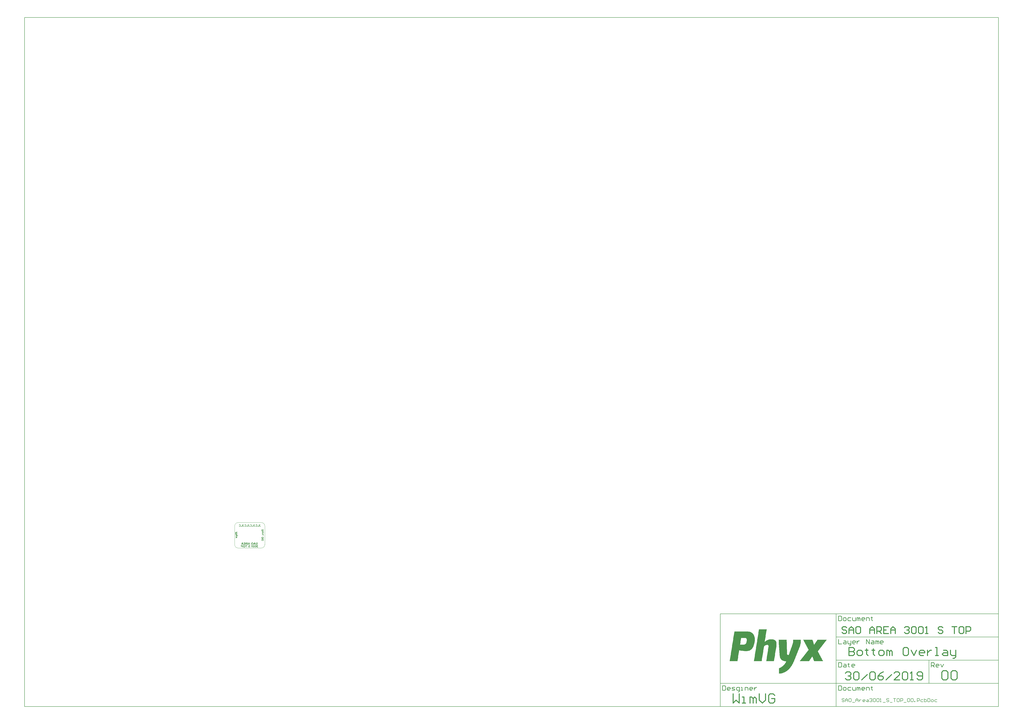
<source format=gbo>
G04*
G04 #@! TF.GenerationSoftware,Altium Limited,Altium Designer,18.1.11 (251)*
G04*
G04 Layer_Color=32896*
%FSLAX25Y25*%
%MOIN*%
G70*
G01*
G75*
%ADD10C,0.01575*%
%ADD11C,0.00394*%
%ADD12C,0.00787*%
%ADD13C,0.00984*%
%ADD17C,0.00591*%
G36*
X49213Y30666D02*
X48212D01*
Y29899D01*
X49213Y29207D01*
Y28315D01*
X48058Y29118D01*
X48028Y29052D01*
X47996Y28993D01*
X47960Y28938D01*
X47924Y28882D01*
X47888Y28836D01*
X47851Y28790D01*
X47815Y28751D01*
X47779Y28711D01*
X47746Y28682D01*
X47714Y28652D01*
X47687Y28629D01*
X47661Y28610D01*
X47642Y28593D01*
X47628Y28583D01*
X47618Y28577D01*
X47615Y28574D01*
X47559Y28541D01*
X47500Y28508D01*
X47441Y28485D01*
X47382Y28462D01*
X47327Y28442D01*
X47268Y28426D01*
X47212Y28413D01*
X47159Y28403D01*
X47110Y28396D01*
X47064Y28390D01*
X47025Y28387D01*
X46989Y28383D01*
X46962Y28380D01*
X46940D01*
X46926D01*
X46923D01*
X46848Y28383D01*
X46779Y28387D01*
X46710Y28396D01*
X46648Y28410D01*
X46585Y28423D01*
X46530Y28439D01*
X46474Y28459D01*
X46428Y28475D01*
X46382Y28492D01*
X46346Y28511D01*
X46310Y28528D01*
X46284Y28541D01*
X46261Y28554D01*
X46244Y28561D01*
X46234Y28567D01*
X46231Y28570D01*
X46179Y28606D01*
X46126Y28649D01*
X46080Y28692D01*
X46034Y28734D01*
X45995Y28780D01*
X45959Y28826D01*
X45923Y28869D01*
X45893Y28911D01*
X45867Y28954D01*
X45844Y28990D01*
X45824Y29023D01*
X45808Y29052D01*
X45795Y29079D01*
X45785Y29095D01*
X45782Y29108D01*
X45778Y29111D01*
X45749Y29177D01*
X45726Y29249D01*
X45703Y29318D01*
X45687Y29390D01*
X45657Y29528D01*
X45647Y29594D01*
X45637Y29659D01*
X45631Y29718D01*
X45628Y29771D01*
X45621Y29820D01*
Y29859D01*
X45618Y29895D01*
Y31499D01*
X49213D01*
Y30666D01*
D02*
G37*
G36*
X4458Y27430D02*
X4442Y26541D01*
X4423Y26542D01*
X4404Y26542D01*
X4385Y26542D01*
X4366Y26543D01*
X4348Y26543D01*
X4329Y26543D01*
X4310Y26544D01*
X4310Y26525D01*
X4291Y26525D01*
X4272Y26525D01*
X4253Y26526D01*
X4234Y26526D01*
X4215Y26526D01*
X4196Y26527D01*
X4196Y26508D01*
X4177Y26508D01*
X4158Y26509D01*
X4139Y26509D01*
X4120Y26509D01*
X4101Y26509D01*
X4082Y26510D01*
X4082Y26491D01*
X4063Y26491D01*
X4044Y26492D01*
X4025Y26492D01*
X4006Y26492D01*
X3988Y26493D01*
X3969Y26493D01*
X3950Y26493D01*
X3949Y26474D01*
X3930Y26475D01*
X3912Y26475D01*
X3893Y26475D01*
X3874Y26476D01*
X3855Y26476D01*
X3836Y26476D01*
X3836Y26457D01*
X3817Y26458D01*
X3798Y26458D01*
X3779Y26458D01*
X3760Y26459D01*
X3741Y26459D01*
X3722Y26459D01*
X3722Y26441D01*
X3703Y26441D01*
X3684Y26441D01*
X3665Y26441D01*
X3646Y26442D01*
X3627Y26442D01*
X3608Y26443D01*
X3590Y26443D01*
X3589Y26424D01*
X3570Y26424D01*
X3551Y26425D01*
X3532Y26425D01*
X3514Y26425D01*
X3495Y26425D01*
X3476Y26426D01*
X3475Y26407D01*
X3457Y26407D01*
X3438Y26408D01*
X3419Y26408D01*
X3400Y26408D01*
X3381Y26409D01*
X3362Y26409D01*
X3362Y26390D01*
X3343Y26390D01*
X3324Y26391D01*
X3305Y26391D01*
X3286Y26391D01*
X3267Y26392D01*
X3248Y26392D01*
X3229Y26392D01*
X3228Y26298D01*
X3247Y26298D01*
X3245Y26203D01*
X3264Y26203D01*
X3262Y26108D01*
X3281Y26108D01*
X3279Y25975D01*
X3298Y25975D01*
X3295Y25805D01*
X3314Y25805D01*
X3308Y25464D01*
X3289Y25465D01*
X3287Y25351D01*
X3268Y25352D01*
X3267Y25295D01*
X3248Y25295D01*
X3247Y25239D01*
X3228Y25239D01*
X3227Y25182D01*
X3208Y25183D01*
X3208Y25145D01*
X3189Y25145D01*
X3188Y25126D01*
X3169Y25126D01*
X3169Y25089D01*
X3150Y25089D01*
X3150Y25070D01*
X3131Y25070D01*
X3130Y25033D01*
X3111Y25033D01*
X3111Y25014D01*
X3092Y25014D01*
X3091Y24995D01*
X3073Y24996D01*
X3072Y24977D01*
X3053Y24977D01*
X3053Y24958D01*
X3034Y24959D01*
X3034Y24940D01*
X3015Y24940D01*
X2996Y24940D01*
X2996Y24922D01*
X2977Y24922D01*
X2977Y24903D01*
X2957Y24903D01*
X2957Y24884D01*
X2938Y24885D01*
X2919Y24885D01*
X2919Y24866D01*
X2900Y24867D01*
X2900Y24848D01*
X2881Y24848D01*
X2862Y24848D01*
X2862Y24829D01*
X2843Y24830D01*
X2824Y24830D01*
X2824Y24811D01*
X2805Y24811D01*
X2786Y24812D01*
X2785Y24793D01*
X2767Y24793D01*
X2748Y24793D01*
X2729Y24794D01*
X2728Y24775D01*
X2709Y24775D01*
X2691Y24776D01*
X2690Y24757D01*
X2671Y24757D01*
X2653Y24757D01*
X2634Y24758D01*
X2633Y24739D01*
X2614Y24739D01*
X2595Y24739D01*
X2576Y24740D01*
X2558Y24740D01*
X2557Y24721D01*
X2538Y24722D01*
X2520Y24722D01*
X2501Y24722D01*
X2500Y24703D01*
X2481Y24704D01*
X2462Y24704D01*
X2444Y24704D01*
X2425Y24705D01*
X2406Y24705D01*
X2405Y24686D01*
X2386Y24686D01*
X2368Y24687D01*
X2349Y24687D01*
X2330Y24687D01*
X2311Y24688D01*
X2310Y24669D01*
X2292Y24669D01*
X2273Y24669D01*
X2254Y24670D01*
X2235Y24670D01*
X2216Y24670D01*
X2197Y24671D01*
X2178Y24671D01*
X2178Y24652D01*
X2159Y24653D01*
X2140Y24653D01*
X2121Y24653D01*
X2102Y24654D01*
X2083Y24654D01*
X2065Y24654D01*
X2046Y24655D01*
X2027Y24655D01*
X2008Y24655D01*
X1989Y24655D01*
X1970Y24656D01*
X1951Y24656D01*
X1932Y24656D01*
X1913Y24657D01*
X1894Y24657D01*
X1875Y24657D01*
X1856Y24658D01*
X1838Y24658D01*
X1819Y24658D01*
X1800Y24659D01*
X1800Y24678D01*
X1781Y24678D01*
X1762Y24678D01*
X1743Y24679D01*
X1725Y24679D01*
X1706Y24679D01*
X1706Y24698D01*
X1687Y24699D01*
X1668Y24699D01*
X1649Y24699D01*
X1630Y24700D01*
X1631Y24718D01*
X1612Y24719D01*
X1593Y24719D01*
X1574Y24719D01*
X1574Y24738D01*
X1555Y24739D01*
X1536Y24739D01*
X1518Y24739D01*
X1518Y24758D01*
X1499Y24758D01*
X1480Y24759D01*
X1481Y24778D01*
X1462Y24778D01*
X1462Y24797D01*
X1443Y24797D01*
X1424Y24798D01*
X1424Y24817D01*
X1405Y24817D01*
X1406Y24836D01*
X1387Y24836D01*
X1368Y24836D01*
X1368Y24855D01*
X1350Y24856D01*
X1350Y24875D01*
X1331Y24875D01*
X1331Y24894D01*
X1312Y24894D01*
X1313Y24913D01*
X1294Y24913D01*
X1294Y24932D01*
X1275Y24933D01*
X1276Y24951D01*
X1257Y24952D01*
X1257Y24990D01*
X1238Y24990D01*
X1239Y25009D01*
X1220Y25009D01*
X1220Y25047D01*
X1201Y25047D01*
X1202Y25066D01*
X1183Y25067D01*
X1184Y25104D01*
X1165Y25105D01*
X1166Y25161D01*
X1147Y25162D01*
X1148Y25218D01*
X1129Y25219D01*
X1130Y25275D01*
X1111Y25276D01*
X1113Y25389D01*
X1094Y25390D01*
X1121Y26959D01*
X1140Y26958D01*
X1159Y26958D01*
X1178Y26958D01*
X1197Y26957D01*
X1216Y26957D01*
X1235Y26957D01*
X1235Y26976D01*
X1254Y26975D01*
X1273Y26975D01*
X1292Y26974D01*
X1311Y26974D01*
X1330Y26974D01*
X1349Y26974D01*
X1349Y26992D01*
X1368Y26992D01*
X1387Y26992D01*
X1406Y26991D01*
X1424Y26991D01*
X1443Y26991D01*
X1462Y26990D01*
X1481Y26990D01*
X1482Y27009D01*
X1500Y27009D01*
X1519Y27008D01*
X1538Y27008D01*
X1557Y27008D01*
X1576Y27007D01*
X1595Y27007D01*
X1595Y27026D01*
X1614Y27026D01*
X1633Y27025D01*
X1652Y27025D01*
X1671Y27025D01*
X1690Y27024D01*
X1709Y27024D01*
X1709Y27043D01*
X1728Y27042D01*
X1747Y27042D01*
X1766Y27042D01*
X1785Y27042D01*
X1804Y27041D01*
X1822Y27041D01*
X1841Y27041D01*
X1842Y27060D01*
X1861Y27059D01*
X1880Y27059D01*
X1898Y27059D01*
X1917Y27058D01*
X1936Y27058D01*
X1955Y27057D01*
X1956Y27076D01*
X1974Y27076D01*
X1993Y27076D01*
X2012Y27075D01*
X2031Y27075D01*
X2050Y27075D01*
X2069Y27074D01*
X2069Y27093D01*
X2088Y27093D01*
X2107Y27093D01*
X2126Y27092D01*
X2145Y27092D01*
X2164Y27092D01*
X2183Y27091D01*
X2202Y27091D01*
X2202Y27110D01*
X2221Y27110D01*
X2240Y27109D01*
X2259Y27109D01*
X2277Y27109D01*
X2296Y27108D01*
X2315Y27108D01*
X2316Y27127D01*
X2334Y27127D01*
X2353Y27126D01*
X2372Y27126D01*
X2391Y27125D01*
X2410Y27125D01*
X2429Y27125D01*
X2429Y27144D01*
X2448Y27143D01*
X2467Y27143D01*
X2486Y27143D01*
X2505Y27142D01*
X2524Y27142D01*
X2543Y27142D01*
X2543Y27161D01*
X2562Y27160D01*
X2581Y27160D01*
X2600Y27160D01*
X2619Y27159D01*
X2638Y27159D01*
X2657Y27159D01*
X2675Y27158D01*
X2676Y27177D01*
X2695Y27177D01*
X2714Y27177D01*
X2733Y27176D01*
X2751Y27176D01*
X2770Y27176D01*
X2789Y27175D01*
X2789Y27194D01*
X2808Y27194D01*
X2827Y27193D01*
X2846Y27193D01*
X2865Y27193D01*
X2884Y27193D01*
X2903Y27192D01*
X2903Y27211D01*
X2922Y27211D01*
X2941Y27211D01*
X2960Y27210D01*
X2979Y27210D01*
X2998Y27209D01*
X3017Y27209D01*
X3036Y27209D01*
X3036Y27228D01*
X3055Y27227D01*
X3074Y27227D01*
X3093Y27227D01*
X3112Y27226D01*
X3131Y27226D01*
X3149Y27226D01*
X3150Y27245D01*
X3169Y27244D01*
X3187Y27244D01*
X3206Y27244D01*
X3225Y27243D01*
X3244Y27243D01*
X3263Y27243D01*
X3263Y27262D01*
X3282Y27261D01*
X3301Y27261D01*
X3320Y27261D01*
X3339Y27260D01*
X3358Y27260D01*
X3377Y27260D01*
X3377Y27279D01*
X3396Y27278D01*
X3415Y27278D01*
X3434Y27277D01*
X3453Y27277D01*
X3472Y27277D01*
X3491Y27277D01*
X3509Y27276D01*
X3510Y27295D01*
X3529Y27295D01*
X3548Y27294D01*
X3567Y27294D01*
X3585Y27294D01*
X3604Y27293D01*
X3623Y27293D01*
X3624Y27312D01*
X3642Y27312D01*
X3661Y27311D01*
X3680Y27311D01*
X3699Y27311D01*
X3718Y27310D01*
X3737Y27310D01*
X3737Y27329D01*
X3756Y27329D01*
X3775Y27328D01*
X3794Y27328D01*
X3813Y27328D01*
X3832Y27327D01*
X3851Y27327D01*
X3851Y27346D01*
X3870Y27345D01*
X3889Y27345D01*
X3908Y27345D01*
X3927Y27345D01*
X3946Y27344D01*
X3965Y27344D01*
X3983Y27343D01*
X3984Y27362D01*
X4003Y27362D01*
X4022Y27362D01*
X4040Y27362D01*
X4059Y27361D01*
X4078Y27361D01*
X4097Y27360D01*
X4098Y27379D01*
X4116Y27379D01*
X4135Y27379D01*
X4154Y27378D01*
X4173Y27378D01*
X4192Y27378D01*
X4211Y27377D01*
X4211Y27396D01*
X4230Y27396D01*
X4249Y27396D01*
X4268Y27395D01*
X4287Y27395D01*
X4306Y27395D01*
X4325Y27394D01*
X4344Y27394D01*
X4344Y27413D01*
X4363Y27413D01*
X4382Y27412D01*
X4401Y27412D01*
X4420Y27412D01*
X4438Y27411D01*
X4439Y27430D01*
X4458Y27430D01*
D02*
G37*
G36*
X47907Y27980D02*
X47983Y27973D01*
X48055Y27967D01*
X48120Y27954D01*
X48186Y27937D01*
X48248Y27921D01*
X48304Y27904D01*
X48357Y27885D01*
X48402Y27868D01*
X48445Y27852D01*
X48481Y27836D01*
X48514Y27819D01*
X48537Y27806D01*
X48553Y27799D01*
X48566Y27793D01*
X48570Y27790D01*
X48629Y27750D01*
X48684Y27708D01*
X48734Y27665D01*
X48783Y27619D01*
X48829Y27573D01*
X48868Y27527D01*
X48908Y27481D01*
X48940Y27439D01*
X48970Y27396D01*
X48996Y27360D01*
X49019Y27324D01*
X49039Y27294D01*
X49052Y27268D01*
X49062Y27252D01*
X49068Y27239D01*
X49072Y27235D01*
X49104Y27167D01*
X49131Y27098D01*
X49154Y27025D01*
X49176Y26953D01*
X49209Y26816D01*
X49219Y26750D01*
X49229Y26688D01*
X49236Y26629D01*
X49242Y26576D01*
X49245Y26527D01*
X49249Y26487D01*
X49252Y26455D01*
Y26409D01*
X49245Y26271D01*
X49232Y26143D01*
X49213Y26025D01*
X49183Y25914D01*
X49150Y25812D01*
X49111Y25717D01*
X49072Y25631D01*
X49029Y25556D01*
X48990Y25490D01*
X48950Y25431D01*
X48911Y25382D01*
X48878Y25339D01*
X48849Y25307D01*
X48829Y25287D01*
X48812Y25271D01*
X48809Y25267D01*
X48347Y25694D01*
X48396Y25749D01*
X48435Y25802D01*
X48471Y25855D01*
X48501Y25904D01*
X48520Y25946D01*
X48537Y25976D01*
X48544Y25989D01*
X48547Y25999D01*
X48550Y26002D01*
Y26005D01*
X48570Y26071D01*
X48586Y26136D01*
X48596Y26199D01*
X48606Y26258D01*
X48609Y26310D01*
Y26330D01*
X48612Y26350D01*
Y26386D01*
X48609Y26445D01*
X48606Y26497D01*
X48589Y26599D01*
X48580Y26648D01*
X48566Y26691D01*
X48553Y26730D01*
X48537Y26766D01*
X48524Y26799D01*
X48511Y26829D01*
X48498Y26852D01*
X48488Y26871D01*
X48478Y26888D01*
X48471Y26901D01*
X48465Y26907D01*
Y26911D01*
X48435Y26947D01*
X48402Y26983D01*
X48337Y27042D01*
X48271Y27088D01*
X48206Y27124D01*
X48147Y27150D01*
X48120Y27160D01*
X48101Y27167D01*
X48081Y27173D01*
X48068Y27176D01*
X48061Y27180D01*
X48058D01*
Y25087D01*
X48022Y25084D01*
X47992Y25080D01*
X47963D01*
X47940Y25077D01*
X47920D01*
X47901Y25074D01*
X47874D01*
X47858Y25071D01*
X47848D01*
X47842D01*
X47763Y25074D01*
X47684Y25077D01*
X47612Y25087D01*
X47543Y25100D01*
X47477Y25113D01*
X47415Y25130D01*
X47356Y25149D01*
X47304Y25166D01*
X47254Y25182D01*
X47212Y25202D01*
X47176Y25218D01*
X47143Y25231D01*
X47120Y25244D01*
X47100Y25251D01*
X47090Y25258D01*
X47087Y25261D01*
X47028Y25297D01*
X46972Y25336D01*
X46920Y25379D01*
X46871Y25422D01*
X46825Y25464D01*
X46785Y25507D01*
X46746Y25546D01*
X46713Y25589D01*
X46684Y25628D01*
X46657Y25661D01*
X46635Y25694D01*
X46618Y25720D01*
X46605Y25743D01*
X46592Y25763D01*
X46589Y25773D01*
X46585Y25776D01*
X46553Y25838D01*
X46526Y25900D01*
X46503Y25966D01*
X46484Y26028D01*
X46451Y26153D01*
X46441Y26212D01*
X46431Y26265D01*
X46421Y26317D01*
X46418Y26363D01*
X46415Y26406D01*
X46411Y26442D01*
X46408Y26471D01*
Y26511D01*
X46411Y26586D01*
X46415Y26661D01*
X46425Y26733D01*
X46438Y26802D01*
X46451Y26871D01*
X46467Y26934D01*
X46484Y26989D01*
X46500Y27045D01*
X46516Y27091D01*
X46533Y27137D01*
X46549Y27173D01*
X46562Y27206D01*
X46575Y27232D01*
X46585Y27248D01*
X46589Y27262D01*
X46592Y27265D01*
X46628Y27327D01*
X46667Y27383D01*
X46707Y27439D01*
X46749Y27488D01*
X46792Y27537D01*
X46835Y27580D01*
X46877Y27619D01*
X46917Y27655D01*
X46956Y27685D01*
X46989Y27714D01*
X47022Y27737D01*
X47048Y27757D01*
X47071Y27773D01*
X47090Y27783D01*
X47100Y27790D01*
X47104Y27793D01*
X47166Y27826D01*
X47228Y27855D01*
X47291Y27882D01*
X47353Y27901D01*
X47415Y27921D01*
X47477Y27937D01*
X47533Y27950D01*
X47589Y27960D01*
X47642Y27967D01*
X47687Y27973D01*
X47727Y27977D01*
X47763Y27980D01*
X47792Y27983D01*
X47812D01*
X47828D01*
X47832D01*
X47907Y27980D01*
D02*
G37*
G36*
X4391Y24708D02*
X4410Y24708D01*
X4395Y23838D01*
X4376Y23839D01*
X4357Y23839D01*
X4357Y23820D01*
X4338Y23820D01*
X4319Y23821D01*
X4300Y23821D01*
X4281Y23821D01*
X4262Y23822D01*
X4243Y23822D01*
X4225Y23822D01*
X4224Y23803D01*
X4205Y23804D01*
X4186Y23804D01*
X4168Y23804D01*
X4149Y23805D01*
X4130Y23805D01*
X4111Y23805D01*
X4110Y23786D01*
X4092Y23787D01*
X4073Y23787D01*
X4054Y23787D01*
X4035Y23788D01*
X4016Y23788D01*
X3997Y23788D01*
X3997Y23769D01*
X3978Y23770D01*
X3959Y23770D01*
X3940Y23771D01*
X3921Y23771D01*
X3902Y23771D01*
X3883Y23772D01*
X3883Y23753D01*
X3864Y23753D01*
X3845Y23753D01*
X3826Y23754D01*
X3807Y23754D01*
X3788Y23754D01*
X3770Y23755D01*
X3751Y23755D01*
X3750Y23736D01*
X3731Y23736D01*
X3712Y23737D01*
X3694Y23737D01*
X3675Y23737D01*
X3656Y23738D01*
X3637Y23738D01*
X3636Y23719D01*
X3618Y23719D01*
X3599Y23720D01*
X3580Y23720D01*
X3561Y23720D01*
X3542Y23721D01*
X3523Y23721D01*
X3523Y23702D01*
X3504Y23702D01*
X3485Y23703D01*
X3466Y23703D01*
X3447Y23704D01*
X3428Y23704D01*
X3409Y23704D01*
X3390Y23704D01*
X3390Y23686D01*
X3371Y23686D01*
X3352Y23686D01*
X3333Y23686D01*
X3314Y23687D01*
X3296Y23687D01*
X3277Y23687D01*
X3276Y23669D01*
X3258Y23669D01*
X3239Y23669D01*
X3220Y23670D01*
X3201Y23670D01*
X3182Y23670D01*
X3163Y23671D01*
X3163Y23652D01*
X3144Y23652D01*
X3125Y23652D01*
X3106Y23653D01*
X3087Y23653D01*
X3068Y23653D01*
X3049Y23654D01*
X3049Y23635D01*
X3030Y23635D01*
X3011Y23635D01*
X2992Y23636D01*
X2973Y23636D01*
X2954Y23636D01*
X2935Y23637D01*
X2917Y23637D01*
X2916Y23618D01*
X2897Y23618D01*
X2878Y23619D01*
X2860Y23619D01*
X2841Y23619D01*
X2822Y23620D01*
X2803Y23620D01*
X2802Y23601D01*
X2784Y23602D01*
X2765Y23602D01*
X2746Y23602D01*
X2745Y23583D01*
X2726Y23584D01*
X2708Y23584D01*
X2707Y23565D01*
X2688Y23565D01*
X2688Y23547D01*
X2669Y23547D01*
X2668Y23509D01*
X2650Y23509D01*
X2649Y23491D01*
X2630Y23491D01*
X2630Y23453D01*
X2611Y23453D01*
X2610Y23397D01*
X2591Y23397D01*
X2589Y23302D01*
X2570Y23303D01*
X2568Y23189D01*
X2587Y23189D01*
X2587Y23151D01*
X2606Y23151D01*
X2605Y23132D01*
X2624Y23132D01*
X2624Y23113D01*
X2643Y23112D01*
X2662Y23112D01*
X2661Y23093D01*
X2680Y23093D01*
X2699Y23092D01*
X2718Y23092D01*
X2737Y23092D01*
X2756Y23091D01*
X2775Y23091D01*
X2775Y23110D01*
X2794Y23110D01*
X2813Y23109D01*
X2832Y23109D01*
X2851Y23109D01*
X2870Y23108D01*
X2888Y23108D01*
X2907Y23108D01*
X2908Y23127D01*
X2926Y23126D01*
X2945Y23126D01*
X2964Y23126D01*
X2983Y23125D01*
X3002Y23125D01*
X3021Y23125D01*
X3021Y23144D01*
X3040Y23143D01*
X3059Y23143D01*
X3078Y23143D01*
X3097Y23142D01*
X3116Y23142D01*
X3135Y23142D01*
X3154Y23141D01*
X3154Y23160D01*
X3173Y23160D01*
X3192Y23159D01*
X3211Y23159D01*
X3230Y23159D01*
X3249Y23158D01*
X3268Y23158D01*
X3268Y23177D01*
X3287Y23177D01*
X3306Y23177D01*
X3325Y23176D01*
X3343Y23176D01*
X3362Y23176D01*
X3381Y23175D01*
X3382Y23194D01*
X3400Y23194D01*
X3419Y23193D01*
X3438Y23193D01*
X3457Y23193D01*
X3476Y23192D01*
X3495Y23192D01*
X3495Y23211D01*
X3514Y23211D01*
X3533Y23210D01*
X3552Y23210D01*
X3571Y23210D01*
X3590Y23209D01*
X3609Y23209D01*
X3628Y23209D01*
X3628Y23227D01*
X3647Y23227D01*
X3666Y23227D01*
X3685Y23227D01*
X3703Y23226D01*
X3722Y23226D01*
X3741Y23226D01*
X3742Y23245D01*
X3761Y23244D01*
X3779Y23244D01*
X3798Y23244D01*
X3817Y23243D01*
X3836Y23243D01*
X3855Y23243D01*
X3874Y23242D01*
X3874Y23261D01*
X3893Y23261D01*
X3912Y23260D01*
X3931Y23260D01*
X3950Y23260D01*
X3969Y23259D01*
X3988Y23259D01*
X3988Y23278D01*
X4007Y23278D01*
X4026Y23277D01*
X4045Y23277D01*
X4064Y23277D01*
X4083Y23276D01*
X4101Y23276D01*
X4102Y23295D01*
X4121Y23295D01*
X4140Y23294D01*
X4159Y23294D01*
X4177Y23294D01*
X4196Y23293D01*
X4215Y23293D01*
X4234Y23293D01*
X4234Y23312D01*
X4253Y23311D01*
X4272Y23311D01*
X4291Y23311D01*
X4310Y23310D01*
X4329Y23310D01*
X4348Y23310D01*
X4348Y23328D01*
X4367Y23328D01*
X4386Y23328D01*
X4371Y22458D01*
X4352Y22459D01*
X4333Y22459D01*
X4333Y22440D01*
X4314Y22440D01*
X4295Y22441D01*
X4276Y22441D01*
X4257Y22441D01*
X4238Y22442D01*
X4219Y22442D01*
X4219Y22423D01*
X4200Y22423D01*
X4181Y22424D01*
X4162Y22424D01*
X4143Y22424D01*
X4124Y22425D01*
X4106Y22425D01*
X4087Y22425D01*
X4086Y22407D01*
X4067Y22407D01*
X4048Y22407D01*
X4030Y22408D01*
X4011Y22408D01*
X3992Y22408D01*
X3973Y22408D01*
X3973Y22389D01*
X3954Y22390D01*
X3935Y22390D01*
X3916Y22390D01*
X3897Y22391D01*
X3878Y22391D01*
X3859Y22391D01*
X3859Y22373D01*
X3840Y22373D01*
X3821Y22373D01*
X3802Y22374D01*
X3783Y22374D01*
X3764Y22374D01*
X3745Y22375D01*
X3745Y22356D01*
X3726Y22356D01*
X3707Y22356D01*
X3688Y22357D01*
X3669Y22357D01*
X3651Y22357D01*
X3632Y22358D01*
X3613Y22358D01*
X3612Y22339D01*
X3593Y22339D01*
X3575Y22340D01*
X3556Y22340D01*
X3537Y22340D01*
X3518Y22341D01*
X3499Y22341D01*
X3499Y22322D01*
X3480Y22322D01*
X3461Y22323D01*
X3442Y22323D01*
X3423Y22323D01*
X3404Y22324D01*
X3385Y22324D01*
X3385Y22305D01*
X3366Y22306D01*
X3347Y22306D01*
X3328Y22306D01*
X3309Y22307D01*
X3290Y22307D01*
X3272Y22307D01*
X3253Y22308D01*
X3252Y22289D01*
X3233Y22289D01*
X3215Y22289D01*
X3196Y22290D01*
X3177Y22290D01*
X3158Y22290D01*
X3139Y22291D01*
X3139Y22272D01*
X3120Y22272D01*
X3101Y22272D01*
X3082Y22273D01*
X3063Y22273D01*
X3044Y22273D01*
X3025Y22274D01*
X3025Y22255D01*
X3006Y22255D01*
X2987Y22255D01*
X2968Y22256D01*
X2949Y22256D01*
X2930Y22256D01*
X2911Y22257D01*
X2911Y22238D01*
X2892Y22238D01*
X2873Y22239D01*
X2854Y22239D01*
X2835Y22239D01*
X2816Y22240D01*
X2798Y22240D01*
X2779Y22240D01*
X2778Y22221D01*
X2760Y22222D01*
X2741Y22222D01*
X2722Y22222D01*
X2703Y22223D01*
X2684Y22223D01*
X2665Y22223D01*
X2646Y22224D01*
X2646Y22205D01*
X2627Y22205D01*
X2608Y22205D01*
X2589Y22206D01*
X2570Y22206D01*
X2551Y22206D01*
X2532Y22207D01*
X2513Y22207D01*
X2495Y22207D01*
X2476Y22208D01*
X2457Y22208D01*
X2438Y22208D01*
X2419Y22209D01*
X2400Y22209D01*
X2381Y22209D01*
X2362Y22210D01*
X2343Y22210D01*
X2324Y22210D01*
X2306Y22211D01*
X2306Y22230D01*
X2287Y22230D01*
X2268Y22230D01*
X2249Y22230D01*
X2230Y22231D01*
X2231Y22250D01*
X2212Y22250D01*
X2193Y22250D01*
X2174Y22251D01*
X2174Y22270D01*
X2155Y22270D01*
X2136Y22270D01*
X2137Y22289D01*
X2118Y22290D01*
X2099Y22290D01*
X2099Y22309D01*
X2080Y22309D01*
X2081Y22328D01*
X2062Y22328D01*
X2062Y22347D01*
X2043Y22348D01*
X2043Y22366D01*
X2025Y22367D01*
X2025Y22405D01*
X2006Y22405D01*
X2007Y22424D01*
X1988Y22424D01*
X1988Y22462D01*
X1970Y22462D01*
X1970Y22519D01*
X1952Y22519D01*
X1953Y22595D01*
X1934Y22595D01*
X1941Y23011D01*
X1960Y23011D01*
X1962Y23105D01*
X1981Y23105D01*
X1982Y23162D01*
X2001Y23161D01*
X2001Y23199D01*
X2020Y23199D01*
X2021Y23256D01*
X2040Y23255D01*
X2041Y23293D01*
X2060Y23293D01*
X2060Y23312D01*
X2079Y23311D01*
X2080Y23349D01*
X2098Y23349D01*
X2099Y23387D01*
X2118Y23386D01*
X2118Y23405D01*
X2137Y23405D01*
X2138Y23424D01*
X2156Y23423D01*
X2157Y23461D01*
X2176Y23461D01*
X2176Y23480D01*
X2195Y23480D01*
X2196Y23498D01*
X2214Y23498D01*
X2215Y23536D01*
X2196Y23536D01*
X2177Y23537D01*
X2177Y23518D01*
X2158Y23518D01*
X2139Y23518D01*
X2120Y23519D01*
X2101Y23519D01*
X2083Y23519D01*
X2064Y23520D01*
X2063Y23501D01*
X2044Y23501D01*
X2025Y23501D01*
X2007Y23502D01*
X1988Y23502D01*
X1969Y23502D01*
X1950Y23503D01*
X1931Y23503D01*
X1931Y23484D01*
X1912Y23484D01*
X1893Y23485D01*
X1874Y23485D01*
X1855Y23485D01*
X1836Y23486D01*
X1817Y23486D01*
X1817Y23467D01*
X1798Y23468D01*
X1779Y23468D01*
X1760Y23468D01*
X1741Y23469D01*
X1722Y23469D01*
X1703Y23469D01*
X1703Y23450D01*
X1684Y23451D01*
X1665Y23451D01*
X1646Y23451D01*
X1627Y23452D01*
X1609Y23452D01*
X1590Y23452D01*
X1589Y23433D01*
X1570Y23434D01*
X1551Y23434D01*
X1533Y23434D01*
X1514Y23435D01*
X1495Y23435D01*
X1476Y23435D01*
X1457Y23436D01*
X1457Y23417D01*
X1438Y23417D01*
X1419Y23417D01*
X1400Y23418D01*
X1381Y23418D01*
X1362Y23418D01*
X1343Y23419D01*
X1343Y23400D01*
X1324Y23400D01*
X1305Y23401D01*
X1286Y23401D01*
X1267Y23401D01*
X1248Y23402D01*
X1230Y23402D01*
X1229Y23383D01*
X1210Y23383D01*
X1191Y23384D01*
X1173Y23384D01*
X1154Y23384D01*
X1135Y23384D01*
X1116Y23385D01*
X1097Y23385D01*
X1097Y23366D01*
X1078Y23367D01*
X1059Y23367D01*
X1040Y23367D01*
X1021Y23368D01*
X1002Y23368D01*
X983Y23368D01*
X983Y23349D01*
X964Y23350D01*
X945Y23350D01*
X926Y23350D01*
X907Y23351D01*
X888Y23351D01*
X869Y23351D01*
X869Y23332D01*
X850Y23333D01*
X831Y23333D01*
X846Y24203D01*
X865Y24202D01*
X884Y24202D01*
X903Y24202D01*
X903Y24221D01*
X922Y24220D01*
X941Y24220D01*
X960Y24220D01*
X979Y24219D01*
X998Y24219D01*
X1017Y24219D01*
X1036Y24218D01*
X1036Y24237D01*
X1055Y24237D01*
X1074Y24237D01*
X1093Y24236D01*
X1112Y24236D01*
X1131Y24236D01*
X1149Y24235D01*
X1150Y24254D01*
X1169Y24254D01*
X1188Y24253D01*
X1207Y24253D01*
X1225Y24253D01*
X1244Y24252D01*
X1263Y24252D01*
X1264Y24271D01*
X1283Y24271D01*
X1301Y24270D01*
X1320Y24270D01*
X1339Y24270D01*
X1358Y24269D01*
X1377Y24269D01*
X1396Y24269D01*
X1396Y24288D01*
X1415Y24287D01*
X1434Y24287D01*
X1453Y24287D01*
X1472Y24286D01*
X1491Y24286D01*
X1510Y24286D01*
X1510Y24305D01*
X1529Y24304D01*
X1548Y24304D01*
X1567Y24304D01*
X1586Y24303D01*
X1605Y24303D01*
X1623Y24303D01*
X1624Y24321D01*
X1643Y24321D01*
X1662Y24321D01*
X1681Y24320D01*
X1699Y24320D01*
X1718Y24320D01*
X1737Y24319D01*
X1737Y24338D01*
X1756Y24338D01*
X1775Y24338D01*
X1794Y24337D01*
X1813Y24337D01*
X1832Y24337D01*
X1851Y24336D01*
X1870Y24336D01*
X1870Y24355D01*
X1889Y24355D01*
X1908Y24354D01*
X1927Y24354D01*
X1946Y24354D01*
X1965Y24353D01*
X1984Y24353D01*
X1984Y24372D01*
X2003Y24372D01*
X2022Y24371D01*
X2041Y24371D01*
X2059Y24371D01*
X2078Y24370D01*
X2097Y24370D01*
X2098Y24389D01*
X2117Y24388D01*
X2135Y24388D01*
X2154Y24388D01*
X2173Y24387D01*
X2192Y24387D01*
X2211Y24387D01*
X2230Y24386D01*
X2230Y24405D01*
X2249Y24405D01*
X2268Y24405D01*
X2287Y24404D01*
X2306Y24404D01*
X2325Y24404D01*
X2344Y24403D01*
X2344Y24422D01*
X2363Y24422D01*
X2382Y24422D01*
X2401Y24421D01*
X2420Y24421D01*
X2439Y24421D01*
X2458Y24420D01*
X2458Y24439D01*
X2477Y24439D01*
X2496Y24439D01*
X2514Y24438D01*
X2533Y24438D01*
X2552Y24438D01*
X2571Y24437D01*
X2572Y24456D01*
X2591Y24456D01*
X2609Y24455D01*
X2628Y24455D01*
X2647Y24455D01*
X2666Y24454D01*
X2685Y24454D01*
X2704Y24454D01*
X2704Y24473D01*
X2723Y24473D01*
X2742Y24472D01*
X2761Y24472D01*
X2780Y24472D01*
X2799Y24471D01*
X2818Y24471D01*
X2818Y24490D01*
X2837Y24489D01*
X2856Y24489D01*
X2875Y24489D01*
X2894Y24488D01*
X2912Y24488D01*
X2931Y24488D01*
X2932Y24507D01*
X2951Y24506D01*
X2970Y24506D01*
X2988Y24506D01*
X3007Y24505D01*
X3026Y24505D01*
X3045Y24505D01*
X3046Y24523D01*
X3064Y24523D01*
X3083Y24523D01*
X3102Y24523D01*
X3121Y24522D01*
X3140Y24522D01*
X3159Y24522D01*
X3178Y24521D01*
X3178Y24540D01*
X3197Y24540D01*
X3216Y24540D01*
X3235Y24539D01*
X3254Y24539D01*
X3273Y24539D01*
X3291Y24538D01*
X3292Y24557D01*
X3311Y24557D01*
X3330Y24556D01*
X3349Y24556D01*
X3368Y24556D01*
X3386Y24555D01*
X3405Y24555D01*
X3406Y24574D01*
X3424Y24574D01*
X3443Y24573D01*
X3462Y24573D01*
X3481Y24573D01*
X3500Y24572D01*
X3519Y24572D01*
X3538Y24572D01*
X3538Y24591D01*
X3557Y24590D01*
X3576Y24590D01*
X3595Y24590D01*
X3614Y24589D01*
X3633Y24589D01*
X3652Y24589D01*
X3652Y24608D01*
X3671Y24607D01*
X3690Y24607D01*
X3709Y24607D01*
X3728Y24606D01*
X3746Y24606D01*
X3765Y24606D01*
X3766Y24624D01*
X3785Y24624D01*
X3804Y24624D01*
X3822Y24623D01*
X3841Y24623D01*
X3860Y24623D01*
X3879Y24622D01*
X3880Y24641D01*
X3898Y24641D01*
X3917Y24641D01*
X3936Y24640D01*
X3955Y24640D01*
X3974Y24640D01*
X3993Y24639D01*
X4012Y24639D01*
X4012Y24658D01*
X4031Y24658D01*
X4050Y24657D01*
X4069Y24657D01*
X4088Y24657D01*
X4107Y24656D01*
X4126Y24656D01*
X4126Y24675D01*
X4145Y24675D01*
X4164Y24674D01*
X4183Y24674D01*
X4202Y24674D01*
X4220Y24673D01*
X4239Y24673D01*
X4240Y24692D01*
X4259Y24691D01*
X4278Y24691D01*
X4296Y24691D01*
X4315Y24690D01*
X4334Y24690D01*
X4353Y24690D01*
X4372Y24690D01*
X4372Y24708D01*
X4391Y24708D01*
D02*
G37*
G36*
X1980Y21989D02*
X1980Y21971D01*
X1999Y21970D01*
X2018Y21970D01*
X2036Y21970D01*
X2055Y21969D01*
X2074Y21969D01*
X2093Y21969D01*
X2112Y21968D01*
X2131Y21968D01*
X2150Y21968D01*
X2169Y21967D01*
X2188Y21967D01*
X2207Y21967D01*
X2226Y21966D01*
X2245Y21966D01*
X2263Y21966D01*
X2282Y21965D01*
X2282Y21946D01*
X2301Y21946D01*
X2320Y21946D01*
X2339Y21945D01*
X2358Y21945D01*
X2376Y21945D01*
X2395Y21944D01*
X2414Y21944D01*
X2433Y21944D01*
X2452Y21943D01*
X2471Y21943D01*
X2490Y21943D01*
X2509Y21942D01*
X2528Y21942D01*
X2547Y21942D01*
X2546Y21923D01*
X2565Y21923D01*
X2584Y21922D01*
X2603Y21922D01*
X2622Y21922D01*
X2641Y21921D01*
X2660Y21921D01*
X2679Y21921D01*
X2698Y21920D01*
X2716Y21920D01*
X2735Y21919D01*
X2754Y21919D01*
X2773Y21919D01*
X2792Y21918D01*
X2811Y21918D01*
X2830Y21918D01*
X2849Y21917D01*
X2848Y21899D01*
X2867Y21898D01*
X2886Y21898D01*
X2905Y21898D01*
X2924Y21897D01*
X2943Y21897D01*
X2962Y21897D01*
X2981Y21896D01*
X3000Y21896D01*
X3018Y21896D01*
X3037Y21895D01*
X3056Y21895D01*
X3075Y21895D01*
X3094Y21894D01*
X3113Y21894D01*
X3132Y21894D01*
X3151Y21893D01*
X3150Y21874D01*
X3169Y21874D01*
X3188Y21874D01*
X3207Y21873D01*
X3226Y21873D01*
X3245Y21873D01*
X3264Y21872D01*
X3283Y21872D01*
X3302Y21872D01*
X3321Y21871D01*
X3339Y21871D01*
X3358Y21871D01*
X3377Y21870D01*
X3396Y21870D01*
X3415Y21870D01*
X3434Y21869D01*
X3434Y21851D01*
X3453Y21850D01*
X3472Y21850D01*
X3490Y21850D01*
X3509Y21849D01*
X3528Y21849D01*
X3547Y21849D01*
X3566Y21848D01*
X3585Y21848D01*
X3604Y21848D01*
X3623Y21847D01*
X3642Y21847D01*
X3661Y21847D01*
X3680Y21846D01*
X3698Y21846D01*
X3717Y21846D01*
X3717Y21827D01*
X3736Y21826D01*
X3755Y21826D01*
X3774Y21826D01*
X3793Y21825D01*
X3811Y21825D01*
X3830Y21825D01*
X3849Y21824D01*
X3849Y21805D01*
X3868Y21805D01*
X3887Y21805D01*
X3906Y21804D01*
X3925Y21804D01*
X3924Y21785D01*
X3943Y21785D01*
X3962Y21785D01*
X3981Y21784D01*
X3981Y21765D01*
X3999Y21765D01*
X4018Y21765D01*
X4018Y21746D01*
X4037Y21745D01*
X4056Y21745D01*
X4056Y21726D01*
X4075Y21726D01*
X4093Y21726D01*
X4093Y21707D01*
X4112Y21706D01*
X4112Y21688D01*
X4131Y21687D01*
X4149Y21687D01*
X4149Y21668D01*
X4168Y21668D01*
X4168Y21649D01*
X4186Y21648D01*
X4186Y21629D01*
X4205Y21629D01*
X4205Y21610D01*
X4224Y21610D01*
X4223Y21591D01*
X4242Y21591D01*
X4242Y21553D01*
X4261Y21553D01*
X4260Y21534D01*
X4279Y21533D01*
X4278Y21496D01*
X4297Y21495D01*
X4296Y21438D01*
X4315Y21438D01*
X4315Y21400D01*
X4333Y21400D01*
X4332Y21324D01*
X4351Y21324D01*
X4349Y21192D01*
X4368Y21191D01*
X4366Y21078D01*
X4385Y21078D01*
X4403Y21077D01*
X4404Y21096D01*
X4423Y21096D01*
X4442Y21095D01*
X4442Y21114D01*
X4461Y21114D01*
X4480Y21114D01*
X4480Y21133D01*
X4499Y21132D01*
X4499Y21151D01*
X4518Y21151D01*
X4537Y21151D01*
X4538Y21170D01*
X4556Y21169D01*
X4575Y21169D01*
X4576Y21188D01*
X4594Y21187D01*
X4595Y21206D01*
X4614Y21206D01*
X4633Y21206D01*
X4633Y21225D01*
X4652Y21224D01*
X4652Y21243D01*
X4671Y21243D01*
X4671Y21262D01*
X4690Y21261D01*
X4709Y21261D01*
X4710Y21280D01*
X4729Y21280D01*
X4729Y21298D01*
X4748Y21298D01*
X4748Y21317D01*
X4767Y21317D01*
X4767Y21336D01*
X4786Y21335D01*
X4786Y21354D01*
X4805Y21354D01*
X4806Y21373D01*
X4825Y21373D01*
X4825Y21391D01*
X4844Y21391D01*
X4844Y21410D01*
X4863Y21410D01*
X4863Y21429D01*
X4882Y21428D01*
X4883Y21447D01*
X4902Y21447D01*
X4902Y21466D01*
X4921Y21465D01*
X4922Y21503D01*
X4940Y21503D01*
X4941Y21522D01*
X4960Y21521D01*
X4960Y21540D01*
X4979Y21540D01*
X4980Y21578D01*
X4998Y21577D01*
X4999Y21596D01*
X5018Y21596D01*
X5018Y21634D01*
X5037Y21633D01*
X5037Y21652D01*
X5056Y21652D01*
X5057Y21690D01*
X5076Y21689D01*
X5077Y21727D01*
X5096Y21727D01*
X5096Y21765D01*
X5115Y21765D01*
X5116Y21802D01*
X5135Y21802D01*
X5135Y21840D01*
X5154Y21839D01*
X5155Y21877D01*
X5174Y21877D01*
X5193Y21877D01*
X5212Y21876D01*
X5231Y21876D01*
X5249Y21876D01*
X5268Y21875D01*
X5287Y21875D01*
X5306Y21875D01*
X5325Y21874D01*
X5344Y21874D01*
X5363Y21874D01*
X5382Y21873D01*
X5401Y21873D01*
X5420Y21873D01*
X5438Y21872D01*
X5457Y21872D01*
X5476Y21872D01*
X5495Y21871D01*
X5514Y21871D01*
X5533Y21871D01*
X5552Y21870D01*
X5571Y21870D01*
X5590Y21870D01*
X5609Y21869D01*
X5627Y21869D01*
X5646Y21869D01*
X5665Y21868D01*
X5684Y21868D01*
X5703Y21868D01*
X5722Y21867D01*
X5741Y21867D01*
X5760Y21867D01*
X5779Y21866D01*
X5778Y21847D01*
X5759Y21848D01*
X5757Y21715D01*
X5738Y21716D01*
X5736Y21602D01*
X5717Y21603D01*
X5716Y21527D01*
X5697Y21527D01*
X5696Y21452D01*
X5677Y21452D01*
X5676Y21395D01*
X5657Y21396D01*
X5656Y21358D01*
X5638Y21358D01*
X5636Y21302D01*
X5618Y21302D01*
X5617Y21264D01*
X5598Y21264D01*
X5597Y21227D01*
X5579Y21227D01*
X5578Y21189D01*
X5559Y21190D01*
X5558Y21152D01*
X5539Y21152D01*
X5539Y21114D01*
X5520Y21114D01*
X5519Y21096D01*
X5500Y21096D01*
X5500Y21058D01*
X5481Y21058D01*
X5481Y21040D01*
X5462Y21040D01*
X5461Y21002D01*
X5442Y21002D01*
X5442Y20983D01*
X5423Y20984D01*
X5422Y20946D01*
X5403Y20946D01*
X5403Y20928D01*
X5384Y20928D01*
X5384Y20909D01*
X5365Y20909D01*
X5365Y20890D01*
X5346Y20891D01*
X5345Y20872D01*
X5327Y20872D01*
X5326Y20834D01*
X5307Y20835D01*
X5307Y20816D01*
X5288Y20816D01*
X5287Y20797D01*
X5268Y20798D01*
X5268Y20779D01*
X5249Y20779D01*
X5249Y20760D01*
X5230Y20760D01*
X5230Y20741D01*
X5211Y20742D01*
X5210Y20723D01*
X5192Y20723D01*
X5191Y20704D01*
X5172Y20705D01*
X5153Y20705D01*
X5153Y20686D01*
X5134Y20686D01*
X5134Y20667D01*
X5115Y20668D01*
X5115Y20649D01*
X5096Y20649D01*
X5095Y20630D01*
X5076Y20631D01*
X5076Y20612D01*
X5057Y20612D01*
X5038Y20612D01*
X5038Y20594D01*
X5019Y20594D01*
X5019Y20575D01*
X5000Y20575D01*
X5000Y20556D01*
X4981Y20557D01*
X4962Y20557D01*
X4961Y20538D01*
X4942Y20538D01*
X4942Y20519D01*
X4923Y20520D01*
X4904Y20520D01*
X4904Y20501D01*
X4885Y20502D01*
X4885Y20483D01*
X4866Y20483D01*
X4865Y20464D01*
X4847Y20464D01*
X4828Y20465D01*
X4827Y20446D01*
X4809Y20446D01*
X4790Y20447D01*
X4789Y20428D01*
X4770Y20428D01*
X4770Y20409D01*
X4751Y20409D01*
X4732Y20410D01*
X4732Y20391D01*
X4713Y20391D01*
X4694Y20391D01*
X4694Y20373D01*
X4675Y20373D01*
X4656Y20373D01*
X4656Y20354D01*
X4637Y20355D01*
X4618Y20355D01*
X4617Y20336D01*
X4599Y20336D01*
X4598Y20317D01*
X4579Y20318D01*
X4560Y20318D01*
X4541Y20319D01*
X4541Y20300D01*
X4522Y20300D01*
X4522Y20281D01*
X4503Y20281D01*
X4484Y20282D01*
X4465Y20282D01*
X4465Y20263D01*
X4446Y20264D01*
X4427Y20264D01*
X4427Y20245D01*
X4408Y20245D01*
X4389Y20246D01*
X4389Y20227D01*
X4370Y20227D01*
X4351Y20227D01*
X4351Y20208D01*
X4332Y20209D01*
X4313Y20209D01*
X4294Y20209D01*
X4293Y20190D01*
X4275Y20191D01*
X4256Y20191D01*
X4255Y20172D01*
X4236Y20173D01*
X4217Y20173D01*
X4199Y20173D01*
X4198Y20154D01*
X4179Y20155D01*
X4160Y20155D01*
X4160Y20136D01*
X4141Y20136D01*
X4122Y20137D01*
X4103Y20137D01*
X4103Y20118D01*
X4084Y20119D01*
X4065Y20119D01*
X4065Y20100D01*
X4046Y20100D01*
X4027Y20101D01*
X4008Y20101D01*
X4008Y20082D01*
X3989Y20082D01*
X3970Y20083D01*
X3970Y20064D01*
X3951Y20064D01*
X3932Y20064D01*
X3913Y20065D01*
X3913Y20046D01*
X3894Y20046D01*
X3875Y20046D01*
X3875Y20028D01*
X3856Y20028D01*
X3837Y20028D01*
X3818Y20029D01*
X3818Y20010D01*
X3799Y20010D01*
X3780Y20010D01*
X3779Y19992D01*
X3760Y19992D01*
X3742Y19992D01*
X3723Y19993D01*
X3722Y19974D01*
X3703Y19974D01*
X3685Y19974D01*
X3684Y19955D01*
X3665Y19956D01*
X3647Y19956D01*
X3628Y19956D01*
X3627Y19937D01*
X3608Y19938D01*
X3589Y19938D01*
X3589Y19919D01*
X3570Y19919D01*
X3551Y19920D01*
X3532Y19920D01*
X3532Y19901D01*
X3513Y19902D01*
X3494Y19902D01*
X3494Y19883D01*
X3475Y19883D01*
X3456Y19884D01*
X3437Y19884D01*
X3437Y19865D01*
X3418Y19865D01*
X3399Y19866D01*
X3399Y19847D01*
X3380Y19847D01*
X3361Y19848D01*
X3342Y19848D01*
X3342Y19829D01*
X3323Y19829D01*
X3304Y19830D01*
X3304Y19811D01*
X3285Y19811D01*
X3266Y19811D01*
X3247Y19812D01*
X3246Y19793D01*
X3228Y19793D01*
X3209Y19793D01*
X3208Y19774D01*
X3190Y19775D01*
X3171Y19775D01*
X3152Y19775D01*
X3151Y19757D01*
X3133Y19757D01*
X3114Y19757D01*
X3113Y19738D01*
X3094Y19739D01*
X3075Y19739D01*
X3056Y19739D01*
X3056Y19721D01*
X3037Y19721D01*
X3018Y19721D01*
X3018Y19702D01*
X2999Y19703D01*
X2980Y19703D01*
X2961Y19703D01*
X2961Y19684D01*
X2942Y19685D01*
X2923Y19685D01*
X2923Y19666D01*
X2904Y19666D01*
X2885Y19667D01*
X2866Y19667D01*
X2866Y19648D01*
X2847Y19648D01*
X2828Y19649D01*
X2828Y19630D01*
X2809Y19630D01*
X2790Y19631D01*
X2789Y19612D01*
X2771Y19612D01*
X2752Y19612D01*
X2733Y19613D01*
X2733Y19594D01*
X2714Y19594D01*
X2695Y19594D01*
X2676Y19595D01*
X2675Y19576D01*
X2657Y19576D01*
X2638Y19577D01*
X2619Y19577D01*
X2618Y19558D01*
X2599Y19558D01*
X2581Y19559D01*
X2562Y19559D01*
X2561Y19540D01*
X2543Y19540D01*
X2524Y19541D01*
X2505Y19541D01*
X2486Y19541D01*
X2485Y19522D01*
X2467Y19523D01*
X2448Y19523D01*
X2429Y19523D01*
X2410Y19524D01*
X2410Y19505D01*
X2391Y19505D01*
X2372Y19505D01*
X2353Y19506D01*
X2334Y19506D01*
X2315Y19507D01*
X2315Y19488D01*
X2296Y19488D01*
X2277Y19488D01*
X2258Y19489D01*
X2239Y19489D01*
X2220Y19489D01*
X2201Y19490D01*
X2182Y19490D01*
X2163Y19490D01*
X2145Y19490D01*
X2126Y19491D01*
X2107Y19491D01*
X2088Y19491D01*
X2069Y19492D01*
X2050Y19492D01*
X2031Y19492D01*
X2012Y19493D01*
X1993Y19493D01*
X1974Y19493D01*
X1956Y19494D01*
X1937Y19494D01*
X1918Y19494D01*
X1932Y20345D01*
X1951Y20345D01*
X1970Y20345D01*
X1989Y20344D01*
X2008Y20344D01*
X2027Y20344D01*
X2046Y20343D01*
X2065Y20343D01*
X2084Y20343D01*
X2103Y20342D01*
X2122Y20342D01*
X2122Y20361D01*
X2141Y20360D01*
X2160Y20360D01*
X2179Y20360D01*
X2197Y20359D01*
X2216Y20359D01*
X2235Y20359D01*
X2236Y20378D01*
X2255Y20377D01*
X2273Y20377D01*
X2292Y20377D01*
X2311Y20376D01*
X2330Y20376D01*
X2331Y20395D01*
X2349Y20395D01*
X2368Y20394D01*
X2387Y20394D01*
X2406Y20394D01*
X2406Y20413D01*
X2425Y20412D01*
X2444Y20412D01*
X2463Y20412D01*
X2482Y20411D01*
X2482Y20430D01*
X2501Y20430D01*
X2520Y20429D01*
X2539Y20429D01*
X2539Y20448D01*
X2558Y20448D01*
X2577Y20447D01*
X2596Y20447D01*
X2596Y20466D01*
X2615Y20466D01*
X2634Y20465D01*
X2653Y20465D01*
X2654Y20484D01*
X2672Y20483D01*
X2691Y20483D01*
X2692Y20502D01*
X2710Y20502D01*
X2729Y20501D01*
X2748Y20501D01*
X2749Y20520D01*
X2768Y20520D01*
X2787Y20519D01*
X2805Y20519D01*
X2806Y20538D01*
X2825Y20538D01*
X2843Y20537D01*
X2862Y20537D01*
X2863Y20556D01*
X2882Y20556D01*
X2901Y20555D01*
X2901Y20574D01*
X2920Y20574D01*
X2939Y20573D01*
X2958Y20573D01*
X2958Y20592D01*
X2977Y20592D01*
X2996Y20591D01*
X3015Y20591D01*
X3015Y20610D01*
X3034Y20610D01*
X3053Y20609D01*
X3072Y20609D01*
X3072Y20628D01*
X3091Y20628D01*
X3110Y20627D01*
X3110Y20646D01*
X3129Y20646D01*
X3148Y20645D01*
X3167Y20645D01*
X3167Y20664D01*
X3186Y20664D01*
X3205Y20663D01*
X3224Y20663D01*
X3224Y20682D01*
X3243Y20682D01*
X3262Y20681D01*
X3281Y20681D01*
X3281Y20700D01*
X3300Y20699D01*
X3319Y20699D01*
X3319Y20718D01*
X3338Y20718D01*
X3357Y20717D01*
X3376Y20717D01*
X3376Y20736D01*
X3395Y20736D01*
X3414Y20735D01*
X3433Y20735D01*
X3433Y20754D01*
X3452Y20754D01*
X3471Y20753D01*
X3490Y20753D01*
X3491Y20772D01*
X3509Y20771D01*
X3528Y20771D01*
X3547Y20771D01*
X3548Y20790D01*
X3567Y20789D01*
X3585Y20789D01*
X3586Y20808D01*
X3605Y20808D01*
X3624Y20807D01*
X3642Y20807D01*
X3643Y20826D01*
X3662Y20825D01*
X3663Y20882D01*
X3644Y20883D01*
X3645Y20939D01*
X3626Y20940D01*
X3626Y20958D01*
X3607Y20959D01*
X3608Y20978D01*
X3589Y20978D01*
X3589Y20997D01*
X3570Y20997D01*
X3551Y20998D01*
X3532Y20998D01*
X3533Y21017D01*
X3514Y21017D01*
X3495Y21017D01*
X3476Y21018D01*
X3457Y21018D01*
X3438Y21019D01*
X3419Y21019D01*
X3400Y21019D01*
X3381Y21020D01*
X3362Y21020D01*
X3344Y21020D01*
X3325Y21021D01*
X3306Y21021D01*
X3287Y21021D01*
X3268Y21022D01*
X3249Y21022D01*
X3230Y21022D01*
X3211Y21023D01*
X3192Y21023D01*
X3173Y21023D01*
X3155Y21023D01*
X3136Y21024D01*
X3117Y21024D01*
X3098Y21024D01*
X3079Y21025D01*
X3060Y21025D01*
X3041Y21025D01*
X3042Y21044D01*
X3023Y21045D01*
X3004Y21045D01*
X3003Y21026D01*
X2984Y21026D01*
X2985Y21045D01*
X2966Y21046D01*
X2947Y21046D01*
X2928Y21046D01*
X2909Y21047D01*
X2890Y21047D01*
X2871Y21047D01*
X2852Y21048D01*
X2833Y21048D01*
X2815Y21048D01*
X2796Y21049D01*
X2777Y21049D01*
X2758Y21049D01*
X2739Y21050D01*
X2720Y21050D01*
X2701Y21050D01*
X2682Y21051D01*
X2663Y21051D01*
X2644Y21051D01*
X2626Y21052D01*
X2607Y21052D01*
X2588Y21052D01*
X2569Y21053D01*
X2550Y21053D01*
X2531Y21053D01*
X2512Y21054D01*
X2493Y21054D01*
X2474Y21054D01*
X2455Y21055D01*
X2437Y21055D01*
X2418Y21055D01*
X2399Y21056D01*
X2380Y21056D01*
X2361Y21056D01*
X2342Y21057D01*
X2323Y21057D01*
X2304Y21057D01*
X2285Y21058D01*
X2266Y21058D01*
X2248Y21058D01*
X2229Y21058D01*
X2210Y21059D01*
X2210Y21078D01*
X2191Y21078D01*
X2172Y21078D01*
X2153Y21079D01*
X2134Y21079D01*
X2115Y21079D01*
X2097Y21080D01*
X2078Y21080D01*
X2059Y21080D01*
X2040Y21081D01*
X2021Y21081D01*
X2002Y21081D01*
X1983Y21082D01*
X1964Y21082D01*
X1945Y21082D01*
X1961Y21990D01*
X1980Y21989D01*
D02*
G37*
G36*
X49213Y23788D02*
Y22962D01*
X46451Y21794D01*
Y22565D01*
X48330Y23358D01*
X46451Y24123D01*
Y24946D01*
X49213Y23788D01*
D02*
G37*
G36*
X48793Y21659D02*
X48829Y21656D01*
X48898Y21640D01*
X48960Y21617D01*
X49013Y21590D01*
X49055Y21567D01*
X49085Y21544D01*
X49104Y21528D01*
X49108Y21522D01*
X49111D01*
X49137Y21492D01*
X49157Y21466D01*
X49193Y21404D01*
X49216Y21344D01*
X49236Y21289D01*
X49245Y21239D01*
X49249Y21216D01*
Y21200D01*
X49252Y21184D01*
Y21164D01*
X49249Y21125D01*
X49245Y21089D01*
X49229Y21020D01*
X49206Y20961D01*
X49180Y20908D01*
X49157Y20866D01*
X49134Y20836D01*
X49117Y20816D01*
X49111Y20810D01*
X49081Y20784D01*
X49055Y20761D01*
X48993Y20728D01*
X48934Y20702D01*
X48878Y20682D01*
X48829Y20672D01*
X48806Y20669D01*
X48790D01*
X48773Y20665D01*
X48763D01*
X48757D01*
X48753D01*
X48714D01*
X48675Y20672D01*
X48603Y20688D01*
X48544Y20711D01*
X48491Y20738D01*
X48452Y20764D01*
X48419Y20787D01*
X48402Y20803D01*
X48396Y20807D01*
Y20810D01*
X48350Y20866D01*
X48317Y20925D01*
X48291Y20984D01*
X48274Y21039D01*
X48265Y21089D01*
X48261Y21112D01*
Y21128D01*
X48258Y21144D01*
Y21164D01*
X48265Y21239D01*
X48281Y21308D01*
X48301Y21371D01*
X48327Y21423D01*
X48353Y21466D01*
X48373Y21495D01*
X48389Y21515D01*
X48393Y21518D01*
X48396Y21522D01*
X48422Y21548D01*
X48448Y21567D01*
X48507Y21604D01*
X48566Y21626D01*
X48625Y21646D01*
X48675Y21656D01*
X48698Y21659D01*
X48717D01*
X48730Y21663D01*
X48744D01*
X48750D01*
X48753D01*
X48793Y21659D01*
D02*
G37*
G36*
X4320Y19566D02*
X4302Y18507D01*
X4283Y18508D01*
X4264Y18508D01*
X4264Y18489D01*
X4245Y18489D01*
X4245Y18471D01*
X4226Y18471D01*
X4207Y18471D01*
X4206Y18452D01*
X4188Y18453D01*
X4187Y18434D01*
X4168Y18434D01*
X4149Y18435D01*
X4149Y18416D01*
X4130Y18416D01*
X4130Y18397D01*
X4111Y18397D01*
X4092Y18398D01*
X4092Y18379D01*
X4073Y18379D01*
X4072Y18360D01*
X4053Y18361D01*
X4035Y18361D01*
X4034Y18342D01*
X4015Y18342D01*
X4015Y18323D01*
X3996Y18324D01*
X3996Y18305D01*
X3977Y18305D01*
X3958Y18305D01*
X3958Y18286D01*
X3939Y18287D01*
X3938Y18268D01*
X3920Y18268D01*
X3901Y18269D01*
X3900Y18250D01*
X3881Y18250D01*
X3881Y18231D01*
X3862Y18232D01*
X3843Y18232D01*
X3843Y18213D01*
X3824Y18213D01*
X3824Y18194D01*
X3805Y18195D01*
X3786Y18195D01*
X3785Y18157D01*
X3804Y18157D01*
X3804Y18138D01*
X3823Y18138D01*
X3842Y18137D01*
X3861Y18137D01*
X3860Y18118D01*
X3879Y18118D01*
X3898Y18117D01*
X3917Y18117D01*
X3917Y18098D01*
X3935Y18098D01*
X3954Y18098D01*
X3973Y18097D01*
X3973Y18078D01*
X3992Y18078D01*
X4011Y18078D01*
X4011Y18059D01*
X4029Y18058D01*
X4048Y18058D01*
X4067Y18058D01*
X4067Y18039D01*
X4086Y18038D01*
X4105Y18038D01*
X4123Y18038D01*
X4123Y18019D01*
X4142Y18019D01*
X4161Y18018D01*
X4161Y17999D01*
X4180Y17999D01*
X4199Y17999D01*
X4217Y17998D01*
X4217Y17979D01*
X4236Y17979D01*
X4255Y17979D01*
X4274Y17978D01*
X4273Y17960D01*
X4292Y17959D01*
X4275Y16957D01*
X4256Y16958D01*
X4256Y16977D01*
X4237Y16977D01*
X4219Y16977D01*
X4219Y16996D01*
X4200Y16996D01*
X4181Y16997D01*
X4181Y17016D01*
X4162Y17016D01*
X4163Y17035D01*
X4144Y17035D01*
X4125Y17036D01*
X4125Y17054D01*
X4106Y17055D01*
X4087Y17055D01*
X4088Y17074D01*
X4069Y17074D01*
X4050Y17075D01*
X4050Y17094D01*
X4031Y17094D01*
X4013Y17094D01*
X4013Y17113D01*
X3994Y17114D01*
X3975Y17114D01*
X3975Y17133D01*
X3957Y17133D01*
X3938Y17133D01*
X3938Y17152D01*
X3919Y17153D01*
X3900Y17153D01*
X3900Y17172D01*
X3881Y17172D01*
X3882Y17191D01*
X3863Y17191D01*
X3844Y17192D01*
X3844Y17211D01*
X3825Y17211D01*
X3807Y17211D01*
X3807Y17230D01*
X3788Y17231D01*
X3769Y17231D01*
X3769Y17250D01*
X3751Y17250D01*
X3732Y17251D01*
X3732Y17269D01*
X3713Y17270D01*
X3694Y17270D01*
X3695Y17289D01*
X3676Y17289D01*
X3657Y17290D01*
X3657Y17309D01*
X3638Y17309D01*
X3619Y17309D01*
X3619Y17328D01*
X3601Y17328D01*
X3601Y17347D01*
X3582Y17348D01*
X3563Y17348D01*
X3563Y17367D01*
X3545Y17367D01*
X3526Y17368D01*
X3526Y17386D01*
X3507Y17387D01*
X3488Y17387D01*
X3489Y17406D01*
X3470Y17406D01*
X3451Y17407D01*
X3451Y17426D01*
X3432Y17426D01*
X3413Y17426D01*
X3414Y17445D01*
X3395Y17445D01*
X3376Y17446D01*
X3376Y17465D01*
X3357Y17465D01*
X3338Y17465D01*
X3339Y17484D01*
X3320Y17485D01*
X3301Y17485D01*
X3301Y17504D01*
X3282Y17504D01*
X3283Y17523D01*
X3264Y17523D01*
X3245Y17524D01*
X3245Y17543D01*
X3226Y17543D01*
X3207Y17543D01*
X3208Y17562D01*
X3189Y17562D01*
X3170Y17563D01*
X3170Y17544D01*
X3151Y17544D01*
X3150Y17525D01*
X3131Y17526D01*
X3131Y17507D01*
X3112Y17507D01*
X3112Y17488D01*
X3093Y17489D01*
X3074Y17489D01*
X3074Y17470D01*
X3055Y17470D01*
X3054Y17451D01*
X3036Y17452D01*
X3035Y17433D01*
X3016Y17433D01*
X2997Y17434D01*
X2997Y17415D01*
X2978Y17415D01*
X2978Y17396D01*
X2959Y17396D01*
X2959Y17377D01*
X2940Y17378D01*
X2939Y17359D01*
X2920Y17359D01*
X2902Y17359D01*
X2901Y17341D01*
X2882Y17341D01*
X2882Y17322D01*
X2863Y17322D01*
X2863Y17303D01*
X2844Y17304D01*
X2825Y17304D01*
X2825Y17285D01*
X2806Y17286D01*
X2805Y17267D01*
X2786Y17267D01*
X2786Y17248D01*
X2767Y17248D01*
X2748Y17249D01*
X2748Y17230D01*
X2729Y17230D01*
X2729Y17211D01*
X2710Y17212D01*
X2709Y17193D01*
X2691Y17193D01*
X2690Y17174D01*
X2671Y17174D01*
X2653Y17175D01*
X2652Y17156D01*
X2633Y17156D01*
X2633Y17137D01*
X2614Y17138D01*
X2614Y17119D01*
X2595Y17119D01*
X2576Y17119D01*
X2575Y17100D01*
X2557Y17101D01*
X2556Y17082D01*
X2537Y17082D01*
X2537Y17063D01*
X2518Y17064D01*
X2499Y17064D01*
X2499Y17045D01*
X2480Y17045D01*
X2480Y17027D01*
X2461Y17027D01*
X2461Y17008D01*
X2442Y17008D01*
X2441Y16989D01*
X2422Y16990D01*
X2403Y16990D01*
X2403Y16971D01*
X2384Y16972D01*
X2384Y16953D01*
X2365Y16953D01*
X2365Y16934D01*
X2346Y16934D01*
X2327Y16935D01*
X2327Y16916D01*
X2308Y16916D01*
X2307Y16897D01*
X2288Y16897D01*
X2288Y16879D01*
X2269Y16879D01*
X2250Y16879D01*
X2250Y16860D01*
X2231Y16861D01*
X2231Y16842D01*
X2212Y16842D01*
X2211Y16823D01*
X2193Y16824D01*
X2192Y16805D01*
X2173Y16805D01*
X2154Y16805D01*
X2154Y16786D01*
X2135Y16787D01*
X2135Y16768D01*
X2116Y16768D01*
X2116Y16749D01*
X2097Y16750D01*
X2078Y16750D01*
X2077Y16731D01*
X2059Y16731D01*
X2058Y16712D01*
X2039Y16713D01*
X2039Y16694D01*
X2020Y16694D01*
X2020Y16675D01*
X2001Y16676D01*
X1982Y16676D01*
X1982Y16657D01*
X1963Y16657D01*
X1962Y16638D01*
X1943Y16639D01*
X1943Y16620D01*
X1924Y16620D01*
X1905Y16621D01*
X1905Y16602D01*
X1886Y16602D01*
X1886Y16583D01*
X1867Y16583D01*
X1885Y17623D01*
X1904Y17623D01*
X1904Y17642D01*
X1923Y17641D01*
X1942Y17641D01*
X1942Y17660D01*
X1961Y17660D01*
X1962Y17679D01*
X1980Y17678D01*
X1999Y17678D01*
X2000Y17697D01*
X2019Y17696D01*
X2019Y17715D01*
X2038Y17715D01*
X2057Y17715D01*
X2057Y17733D01*
X2076Y17733D01*
X2076Y17752D01*
X2095Y17752D01*
X2114Y17751D01*
X2114Y17770D01*
X2133Y17770D01*
X2134Y17789D01*
X2153Y17789D01*
X2172Y17788D01*
X2172Y17807D01*
X2191Y17807D01*
X2191Y17826D01*
X2210Y17825D01*
X2229Y17825D01*
X2229Y17844D01*
X2248Y17844D01*
X2248Y17863D01*
X2267Y17862D01*
X2286Y17862D01*
X2287Y17881D01*
X2306Y17880D01*
X2306Y17899D01*
X2325Y17899D01*
X2344Y17899D01*
X2344Y17918D01*
X2363Y17917D01*
X2363Y17936D01*
X2382Y17936D01*
X2401Y17935D01*
X2401Y17954D01*
X2420Y17954D01*
X2421Y17973D01*
X2440Y17973D01*
X2440Y18011D01*
X2421Y18011D01*
X2402Y18011D01*
X2383Y18011D01*
X2365Y18012D01*
X2365Y18031D01*
X2346Y18031D01*
X2327Y18031D01*
X2308Y18032D01*
X2308Y18051D01*
X2290Y18051D01*
X2271Y18051D01*
X2252Y18052D01*
X2252Y18070D01*
X2233Y18071D01*
X2214Y18071D01*
X2195Y18071D01*
X2196Y18090D01*
X2177Y18091D01*
X2158Y18091D01*
X2139Y18091D01*
X2139Y18110D01*
X2120Y18111D01*
X2101Y18111D01*
X2083Y18111D01*
X2083Y18130D01*
X2064Y18131D01*
X2045Y18131D01*
X2026Y18131D01*
X2027Y18150D01*
X2008Y18150D01*
X1989Y18151D01*
X1970Y18151D01*
X1970Y18170D01*
X1951Y18170D01*
X1932Y18171D01*
X1914Y18171D01*
X1914Y18190D01*
X1895Y18190D01*
X1913Y19230D01*
X1932Y19229D01*
X1932Y19211D01*
X1950Y19210D01*
X1970Y19210D01*
X1969Y19191D01*
X1988Y19191D01*
X1988Y19172D01*
X2007Y19172D01*
X2025Y19171D01*
X2025Y19152D01*
X2044Y19152D01*
X2063Y19152D01*
X2063Y19133D01*
X2081Y19132D01*
X2101Y19132D01*
X2100Y19113D01*
X2119Y19113D01*
X2138Y19113D01*
X2138Y19094D01*
X2156Y19093D01*
X2175Y19093D01*
X2175Y19074D01*
X2194Y19074D01*
X2213Y19073D01*
X2213Y19054D01*
X2231Y19054D01*
X2231Y19035D01*
X2250Y19035D01*
X2269Y19035D01*
X2269Y19016D01*
X2287Y19015D01*
X2306Y19015D01*
X2306Y18996D01*
X2325Y18996D01*
X2344Y18995D01*
X2344Y18977D01*
X2362Y18976D01*
X2381Y18976D01*
X2381Y18957D01*
X2400Y18957D01*
X2419Y18956D01*
X2418Y18937D01*
X2437Y18937D01*
X2456Y18937D01*
X2456Y18918D01*
X2475Y18917D01*
X2494Y18917D01*
X2493Y18898D01*
X2512Y18898D01*
X2512Y18879D01*
X2531Y18879D01*
X2550Y18878D01*
X2550Y18859D01*
X2568Y18859D01*
X2587Y18859D01*
X2587Y18840D01*
X2606Y18840D01*
X2625Y18839D01*
X2624Y18820D01*
X2643Y18820D01*
X2662Y18820D01*
X2662Y18801D01*
X2681Y18801D01*
X2700Y18800D01*
X2699Y18781D01*
X2718Y18781D01*
X2737Y18781D01*
X2737Y18762D01*
X2756Y18761D01*
X2756Y18742D01*
X2774Y18742D01*
X2793Y18742D01*
X2793Y18723D01*
X2812Y18722D01*
X2831Y18722D01*
X2830Y18703D01*
X2849Y18703D01*
X2868Y18703D01*
X2868Y18684D01*
X2887Y18683D01*
X2906Y18683D01*
X2905Y18664D01*
X2924Y18664D01*
X2943Y18664D01*
X2943Y18645D01*
X2962Y18644D01*
X2981Y18644D01*
X2980Y18625D01*
X2999Y18625D01*
X2999Y18606D01*
X3018Y18606D01*
X3037Y18605D01*
X3056Y18605D01*
X3056Y18624D01*
X3075Y18623D01*
X3094Y18623D01*
X3094Y18642D01*
X3113Y18642D01*
X3113Y18661D01*
X3132Y18660D01*
X3133Y18679D01*
X3151Y18679D01*
X3152Y18698D01*
X3171Y18697D01*
X3190Y18697D01*
X3190Y18716D01*
X3209Y18716D01*
X3209Y18734D01*
X3228Y18734D01*
X3228Y18753D01*
X3247Y18753D01*
X3266Y18752D01*
X3266Y18771D01*
X3285Y18771D01*
X3286Y18790D01*
X3305Y18790D01*
X3305Y18809D01*
X3324Y18808D01*
X3324Y18827D01*
X3343Y18827D01*
X3362Y18826D01*
X3362Y18845D01*
X3381Y18845D01*
X3382Y18864D01*
X3401Y18864D01*
X3401Y18882D01*
X3420Y18882D01*
X3420Y18901D01*
X3439Y18901D01*
X3458Y18900D01*
X3458Y18919D01*
X3477Y18919D01*
X3477Y18938D01*
X3496Y18937D01*
X3497Y18956D01*
X3516Y18956D01*
X3534Y18956D01*
X3535Y18975D01*
X3554Y18974D01*
X3554Y18993D01*
X3573Y18993D01*
X3573Y19012D01*
X3592Y19012D01*
X3593Y19030D01*
X3611Y19030D01*
X3630Y19030D01*
X3631Y19049D01*
X3650Y19048D01*
X3650Y19067D01*
X3669Y19067D01*
X3669Y19086D01*
X3688Y19085D01*
X3707Y19085D01*
X3707Y19104D01*
X3726Y19104D01*
X3726Y19123D01*
X3745Y19122D01*
X3746Y19141D01*
X3765Y19141D01*
X3765Y19160D01*
X3784Y19159D01*
X3803Y19159D01*
X3803Y19178D01*
X3822Y19178D01*
X3822Y19196D01*
X3841Y19196D01*
X3841Y19215D01*
X3860Y19215D01*
X3879Y19215D01*
X3880Y19233D01*
X3899Y19233D01*
X3899Y19252D01*
X3918Y19252D01*
X3918Y19271D01*
X3937Y19270D01*
X3937Y19289D01*
X3956Y19289D01*
X3975Y19288D01*
X3976Y19307D01*
X3994Y19307D01*
X3995Y19326D01*
X4014Y19326D01*
X4014Y19344D01*
X4033Y19344D01*
X4033Y19363D01*
X4052Y19363D01*
X4071Y19362D01*
X4071Y19381D01*
X4090Y19381D01*
X4091Y19400D01*
X4109Y19399D01*
X4110Y19418D01*
X4129Y19418D01*
X4148Y19418D01*
X4148Y19437D01*
X4167Y19436D01*
X4167Y19455D01*
X4186Y19455D01*
X4186Y19474D01*
X4205Y19474D01*
X4206Y19492D01*
X4225Y19492D01*
X4243Y19492D01*
X4244Y19511D01*
X4263Y19510D01*
X4263Y19529D01*
X4282Y19529D01*
X4282Y19548D01*
X4301Y19547D01*
X4301Y19566D01*
X4320Y19566D01*
D02*
G37*
G36*
X47523Y18835D02*
X47625Y18829D01*
X47723Y18819D01*
X47815Y18809D01*
X47904Y18793D01*
X47986Y18776D01*
X48065Y18760D01*
X48134Y18740D01*
X48196Y18721D01*
X48252Y18704D01*
X48301Y18688D01*
X48340Y18671D01*
X48373Y18661D01*
X48396Y18652D01*
X48409Y18645D01*
X48416Y18642D01*
X48491Y18602D01*
X48563Y18563D01*
X48629Y18517D01*
X48691Y18474D01*
X48750Y18428D01*
X48803Y18383D01*
X48849Y18340D01*
X48891Y18294D01*
X48930Y18255D01*
X48963Y18219D01*
X48993Y18182D01*
X49013Y18153D01*
X49032Y18130D01*
X49045Y18114D01*
X49052Y18101D01*
X49055Y18097D01*
X49095Y18032D01*
X49127Y17963D01*
X49157Y17894D01*
X49180Y17825D01*
X49203Y17756D01*
X49219Y17691D01*
X49232Y17628D01*
X49245Y17566D01*
X49252Y17510D01*
X49259Y17461D01*
X49265Y17415D01*
X49268Y17376D01*
X49272Y17343D01*
Y17300D01*
X49268Y17218D01*
X49262Y17136D01*
X49252Y17061D01*
X49239Y16985D01*
X49222Y16917D01*
X49203Y16851D01*
X49183Y16789D01*
X49163Y16733D01*
X49144Y16684D01*
X49124Y16638D01*
X49104Y16598D01*
X49088Y16566D01*
X49075Y16539D01*
X49065Y16520D01*
X49058Y16507D01*
X49055Y16503D01*
X49013Y16438D01*
X48963Y16378D01*
X48914Y16323D01*
X48862Y16270D01*
X48809Y16221D01*
X48757Y16175D01*
X48704Y16136D01*
X48652Y16096D01*
X48606Y16064D01*
X48560Y16037D01*
X48520Y16011D01*
X48484Y15992D01*
X48455Y15975D01*
X48435Y15965D01*
X48419Y15959D01*
X48416Y15955D01*
X48334Y15919D01*
X48252Y15890D01*
X48166Y15864D01*
X48081Y15841D01*
X47999Y15821D01*
X47914Y15808D01*
X47835Y15795D01*
X47756Y15782D01*
X47687Y15775D01*
X47622Y15768D01*
X47563Y15765D01*
X47514Y15762D01*
X47471Y15759D01*
X47441D01*
X47422D01*
X47415D01*
X47307Y15762D01*
X47205Y15768D01*
X47107Y15778D01*
X47015Y15788D01*
X46926Y15804D01*
X46844Y15821D01*
X46769Y15837D01*
X46700Y15857D01*
X46635Y15877D01*
X46579Y15893D01*
X46533Y15910D01*
X46494Y15926D01*
X46461Y15936D01*
X46438Y15946D01*
X46421Y15952D01*
X46418Y15955D01*
X46343Y15995D01*
X46270Y16034D01*
X46202Y16080D01*
X46139Y16123D01*
X46084Y16169D01*
X46031Y16215D01*
X45982Y16261D01*
X45939Y16303D01*
X45903Y16342D01*
X45870Y16382D01*
X45841Y16415D01*
X45818Y16444D01*
X45801Y16470D01*
X45788Y16487D01*
X45782Y16500D01*
X45778Y16503D01*
X45739Y16569D01*
X45706Y16638D01*
X45677Y16706D01*
X45651Y16775D01*
X45631Y16841D01*
X45611Y16907D01*
X45598Y16972D01*
X45585Y17031D01*
X45578Y17087D01*
X45572Y17140D01*
X45565Y17185D01*
X45562Y17225D01*
X45559Y17258D01*
Y17300D01*
X45562Y17382D01*
X45568Y17461D01*
X45578Y17540D01*
X45592Y17612D01*
X45611Y17684D01*
X45628Y17750D01*
X45647Y17809D01*
X45667Y17864D01*
X45690Y17917D01*
X45710Y17963D01*
X45726Y18002D01*
X45742Y18035D01*
X45759Y18061D01*
X45769Y18081D01*
X45775Y18094D01*
X45778Y18097D01*
X45821Y18160D01*
X45870Y18222D01*
X45919Y18278D01*
X45972Y18330D01*
X46024Y18376D01*
X46077Y18422D01*
X46129Y18465D01*
X46182Y18501D01*
X46228Y18533D01*
X46274Y18560D01*
X46313Y18586D01*
X46349Y18606D01*
X46379Y18622D01*
X46398Y18632D01*
X46415Y18639D01*
X46418Y18642D01*
X46497Y18678D01*
X46579Y18707D01*
X46664Y18734D01*
X46749Y18756D01*
X46835Y18773D01*
X46917Y18789D01*
X46995Y18802D01*
X47074Y18812D01*
X47143Y18822D01*
X47208Y18829D01*
X47268Y18832D01*
X47317Y18835D01*
X47359Y18838D01*
X47389D01*
X47409D01*
X47412D01*
X47415D01*
X47523Y18835D01*
D02*
G37*
G36*
Y15349D02*
X47625Y15342D01*
X47723Y15332D01*
X47815Y15322D01*
X47904Y15306D01*
X47986Y15290D01*
X48065Y15273D01*
X48134Y15254D01*
X48196Y15234D01*
X48252Y15217D01*
X48301Y15201D01*
X48340Y15185D01*
X48373Y15175D01*
X48396Y15165D01*
X48409Y15158D01*
X48416Y15155D01*
X48491Y15116D01*
X48563Y15076D01*
X48629Y15031D01*
X48691Y14988D01*
X48750Y14942D01*
X48803Y14896D01*
X48849Y14853D01*
X48891Y14807D01*
X48930Y14768D01*
X48963Y14732D01*
X48993Y14696D01*
X49013Y14666D01*
X49032Y14643D01*
X49045Y14627D01*
X49052Y14614D01*
X49055Y14611D01*
X49095Y14545D01*
X49127Y14476D01*
X49157Y14407D01*
X49180Y14338D01*
X49203Y14269D01*
X49219Y14204D01*
X49232Y14142D01*
X49245Y14079D01*
X49252Y14024D01*
X49259Y13974D01*
X49265Y13928D01*
X49268Y13889D01*
X49272Y13856D01*
Y13814D01*
X49268Y13732D01*
X49262Y13650D01*
X49252Y13574D01*
X49239Y13499D01*
X49222Y13430D01*
X49203Y13364D01*
X49183Y13302D01*
X49163Y13246D01*
X49144Y13197D01*
X49124Y13151D01*
X49104Y13112D01*
X49088Y13079D01*
X49075Y13053D01*
X49065Y13033D01*
X49058Y13020D01*
X49055Y13016D01*
X49013Y12951D01*
X48963Y12892D01*
X48914Y12836D01*
X48862Y12784D01*
X48809Y12734D01*
X48757Y12688D01*
X48704Y12649D01*
X48652Y12610D01*
X48606Y12577D01*
X48560Y12551D01*
X48520Y12525D01*
X48484Y12505D01*
X48455Y12489D01*
X48435Y12479D01*
X48419Y12472D01*
X48416Y12469D01*
X48334Y12433D01*
X48252Y12403D01*
X48166Y12377D01*
X48081Y12354D01*
X47999Y12334D01*
X47914Y12321D01*
X47835Y12308D01*
X47756Y12295D01*
X47687Y12288D01*
X47622Y12282D01*
X47563Y12279D01*
X47514Y12275D01*
X47471Y12272D01*
X47441D01*
X47422D01*
X47415D01*
X47307Y12275D01*
X47205Y12282D01*
X47107Y12292D01*
X47015Y12302D01*
X46926Y12318D01*
X46844Y12334D01*
X46769Y12351D01*
X46700Y12370D01*
X46635Y12390D01*
X46579Y12406D01*
X46533Y12423D01*
X46494Y12439D01*
X46461Y12449D01*
X46438Y12459D01*
X46421Y12466D01*
X46418Y12469D01*
X46343Y12508D01*
X46270Y12548D01*
X46202Y12593D01*
X46139Y12636D01*
X46084Y12682D01*
X46031Y12728D01*
X45982Y12774D01*
X45939Y12817D01*
X45903Y12856D01*
X45870Y12895D01*
X45841Y12928D01*
X45818Y12957D01*
X45801Y12984D01*
X45788Y13000D01*
X45782Y13013D01*
X45778Y13016D01*
X45739Y13082D01*
X45706Y13151D01*
X45677Y13220D01*
X45651Y13289D01*
X45631Y13354D01*
X45611Y13420D01*
X45598Y13486D01*
X45585Y13545D01*
X45578Y13600D01*
X45572Y13653D01*
X45565Y13699D01*
X45562Y13738D01*
X45559Y13771D01*
Y13814D01*
X45562Y13896D01*
X45568Y13974D01*
X45578Y14053D01*
X45592Y14125D01*
X45611Y14197D01*
X45628Y14263D01*
X45647Y14322D01*
X45667Y14378D01*
X45690Y14430D01*
X45710Y14476D01*
X45726Y14515D01*
X45742Y14548D01*
X45759Y14574D01*
X45769Y14594D01*
X45775Y14607D01*
X45778Y14611D01*
X45821Y14673D01*
X45870Y14735D01*
X45919Y14791D01*
X45972Y14843D01*
X46024Y14889D01*
X46077Y14935D01*
X46129Y14978D01*
X46182Y15014D01*
X46228Y15047D01*
X46274Y15073D01*
X46313Y15099D01*
X46349Y15119D01*
X46379Y15135D01*
X46398Y15145D01*
X46415Y15152D01*
X46418Y15155D01*
X46497Y15191D01*
X46579Y15221D01*
X46664Y15247D01*
X46749Y15270D01*
X46835Y15286D01*
X46917Y15303D01*
X46995Y15316D01*
X47074Y15326D01*
X47143Y15336D01*
X47208Y15342D01*
X47268Y15345D01*
X47317Y15349D01*
X47359Y15352D01*
X47389D01*
X47409D01*
X47412D01*
X47415D01*
X47523Y15349D01*
D02*
G37*
G36*
X36011Y5691D02*
X35162D01*
X34843Y6459D01*
X33174D01*
X32852Y5691D01*
X31980D01*
X33587Y9286D01*
X34410D01*
X36011Y5691D01*
D02*
G37*
G36*
X26286D02*
X25436D01*
X25118Y6459D01*
X23449D01*
X23127Y5691D01*
X22255D01*
X23862Y9286D01*
X24685D01*
X26286Y5691D01*
D02*
G37*
G36*
X21881D02*
X21048D01*
Y6692D01*
X20280D01*
X19588Y5691D01*
X18696D01*
X19500Y6846D01*
X19434Y6875D01*
X19375Y6908D01*
X19319Y6944D01*
X19263Y6980D01*
X19217Y7016D01*
X19172Y7052D01*
X19132Y7089D01*
X19093Y7125D01*
X19063Y7157D01*
X19034Y7190D01*
X19011Y7216D01*
X18991Y7243D01*
X18975Y7262D01*
X18965Y7275D01*
X18958Y7285D01*
X18955Y7289D01*
X18922Y7344D01*
X18889Y7403D01*
X18866Y7462D01*
X18844Y7521D01*
X18824Y7577D01*
X18807Y7636D01*
X18794Y7692D01*
X18784Y7745D01*
X18778Y7794D01*
X18771Y7840D01*
X18768Y7879D01*
X18765Y7915D01*
X18762Y7941D01*
Y7964D01*
Y7977D01*
Y7981D01*
X18765Y8056D01*
X18768Y8125D01*
X18778Y8194D01*
X18791Y8256D01*
X18804Y8319D01*
X18821Y8374D01*
X18840Y8430D01*
X18857Y8476D01*
X18873Y8522D01*
X18893Y8558D01*
X18909Y8594D01*
X18922Y8620D01*
X18935Y8643D01*
X18942Y8660D01*
X18948Y8669D01*
X18952Y8673D01*
X18988Y8725D01*
X19030Y8778D01*
X19073Y8824D01*
X19116Y8869D01*
X19162Y8909D01*
X19208Y8945D01*
X19250Y8981D01*
X19293Y9011D01*
X19335Y9037D01*
X19372Y9060D01*
X19404Y9079D01*
X19434Y9096D01*
X19460Y9109D01*
X19477Y9119D01*
X19490Y9122D01*
X19493Y9125D01*
X19558Y9155D01*
X19631Y9178D01*
X19700Y9201D01*
X19772Y9217D01*
X19909Y9247D01*
X19975Y9257D01*
X20041Y9266D01*
X20100Y9273D01*
X20152Y9276D01*
X20201Y9283D01*
X20241D01*
X20277Y9286D01*
X21881D01*
Y5691D01*
D02*
G37*
G36*
X18105D02*
X15321D01*
Y6357D01*
X17276D01*
Y7190D01*
X15606D01*
Y7836D01*
X17276D01*
Y8617D01*
X15386D01*
Y9286D01*
X18105D01*
Y5691D01*
D02*
G37*
G36*
X15127D02*
X14278D01*
X13960Y6459D01*
X12290D01*
X11969Y5691D01*
X11096D01*
X12703Y9286D01*
X13527D01*
X15127Y5691D01*
D02*
G37*
G36*
X37690Y9339D02*
X37772Y9332D01*
X37851Y9322D01*
X37923Y9312D01*
X37992Y9299D01*
X38058Y9286D01*
X38113Y9273D01*
X38166Y9257D01*
X38212Y9243D01*
X38251Y9230D01*
X38284Y9221D01*
X38310Y9211D01*
X38330Y9204D01*
X38343Y9201D01*
X38346Y9198D01*
X38409Y9168D01*
X38468Y9138D01*
X38520Y9106D01*
X38569Y9073D01*
X38615Y9040D01*
X38658Y9004D01*
X38697Y8971D01*
X38730Y8942D01*
X38760Y8912D01*
X38786Y8883D01*
X38809Y8856D01*
X38825Y8837D01*
X38838Y8820D01*
X38851Y8804D01*
X38855Y8797D01*
X38858Y8794D01*
X38888Y8745D01*
X38914Y8696D01*
X38937Y8647D01*
X38956Y8601D01*
X38986Y8502D01*
X39006Y8417D01*
X39015Y8377D01*
X39019Y8338D01*
X39022Y8309D01*
X39025Y8279D01*
X39029Y8256D01*
Y8240D01*
Y8230D01*
Y8227D01*
X39025Y8161D01*
X39022Y8099D01*
X39012Y8040D01*
X38999Y7984D01*
X38986Y7931D01*
X38969Y7886D01*
X38953Y7843D01*
X38934Y7803D01*
X38917Y7767D01*
X38901Y7738D01*
X38884Y7712D01*
X38871Y7689D01*
X38858Y7672D01*
X38848Y7659D01*
X38845Y7653D01*
X38842Y7649D01*
X38766Y7574D01*
X38691Y7512D01*
X38615Y7456D01*
X38546Y7413D01*
X38484Y7380D01*
X38458Y7367D01*
X38435Y7357D01*
X38418Y7348D01*
X38402Y7341D01*
X38396Y7338D01*
X38392D01*
X38340Y7318D01*
X38287Y7302D01*
X38176Y7266D01*
X38064Y7233D01*
X37956Y7203D01*
X37907Y7190D01*
X37861Y7180D01*
X37822Y7170D01*
X37786Y7161D01*
X37756Y7154D01*
X37736Y7147D01*
X37720Y7144D01*
X37717D01*
X37622Y7121D01*
X37539Y7102D01*
X37467Y7082D01*
X37405Y7062D01*
X37356Y7049D01*
X37339Y7043D01*
X37323Y7039D01*
X37310Y7036D01*
X37300Y7033D01*
X37297Y7029D01*
X37293D01*
X37238Y7010D01*
X37189Y6987D01*
X37143Y6964D01*
X37106Y6944D01*
X37077Y6925D01*
X37054Y6908D01*
X37041Y6898D01*
X37038Y6895D01*
X37005Y6862D01*
X36979Y6826D01*
X36962Y6790D01*
X36949Y6757D01*
X36942Y6728D01*
X36936Y6705D01*
Y6688D01*
Y6682D01*
X36939Y6649D01*
X36942Y6619D01*
X36962Y6564D01*
X36988Y6518D01*
X37021Y6475D01*
X37054Y6442D01*
X37080Y6419D01*
X37100Y6406D01*
X37103Y6400D01*
X37106D01*
X37139Y6380D01*
X37179Y6364D01*
X37261Y6341D01*
X37346Y6321D01*
X37431Y6308D01*
X37474Y6305D01*
X37510Y6301D01*
X37543Y6298D01*
X37572D01*
X37598Y6295D01*
X37631D01*
X37749Y6298D01*
X37864Y6311D01*
X37972Y6328D01*
X38022Y6337D01*
X38067Y6347D01*
X38110Y6354D01*
X38149Y6364D01*
X38186Y6373D01*
X38212Y6380D01*
X38235Y6387D01*
X38254Y6393D01*
X38264Y6396D01*
X38268D01*
X38382Y6439D01*
X38487Y6485D01*
X38537Y6508D01*
X38583Y6531D01*
X38625Y6551D01*
X38661Y6573D01*
X38697Y6593D01*
X38727Y6613D01*
X38756Y6629D01*
X38776Y6642D01*
X38796Y6656D01*
X38809Y6665D01*
X38815Y6669D01*
X38819Y6672D01*
X39101Y6045D01*
X39055Y6013D01*
X39002Y5980D01*
X38897Y5921D01*
X38792Y5868D01*
X38691Y5826D01*
X38642Y5806D01*
X38599Y5790D01*
X38560Y5776D01*
X38527Y5763D01*
X38500Y5757D01*
X38478Y5750D01*
X38464Y5744D01*
X38461D01*
X38310Y5708D01*
X38163Y5678D01*
X38091Y5668D01*
X38025Y5658D01*
X37959Y5652D01*
X37897Y5645D01*
X37841Y5642D01*
X37792Y5639D01*
X37746Y5635D01*
X37707D01*
X37677Y5632D01*
X37635D01*
X37543Y5635D01*
X37457Y5639D01*
X37376Y5645D01*
X37297Y5655D01*
X37221Y5665D01*
X37152Y5678D01*
X37090Y5691D01*
X37031Y5708D01*
X36979Y5721D01*
X36933Y5734D01*
X36893Y5747D01*
X36860Y5757D01*
X36834Y5767D01*
X36815Y5773D01*
X36801Y5780D01*
X36798D01*
X36736Y5809D01*
X36677Y5839D01*
X36621Y5872D01*
X36572Y5904D01*
X36526Y5937D01*
X36483Y5970D01*
X36447Y6003D01*
X36411Y6036D01*
X36382Y6065D01*
X36355Y6091D01*
X36332Y6118D01*
X36316Y6137D01*
X36300Y6157D01*
X36290Y6170D01*
X36287Y6177D01*
X36283Y6180D01*
X36254Y6229D01*
X36224Y6278D01*
X36201Y6328D01*
X36182Y6377D01*
X36152Y6472D01*
X36132Y6557D01*
X36123Y6596D01*
X36119Y6633D01*
X36116Y6665D01*
X36113Y6692D01*
X36109Y6715D01*
Y6731D01*
Y6741D01*
Y6744D01*
X36113Y6810D01*
X36116Y6872D01*
X36126Y6928D01*
X36139Y6983D01*
X36152Y7033D01*
X36168Y7082D01*
X36188Y7125D01*
X36204Y7161D01*
X36221Y7197D01*
X36241Y7226D01*
X36257Y7253D01*
X36270Y7272D01*
X36283Y7289D01*
X36290Y7302D01*
X36296Y7308D01*
X36300Y7311D01*
X36372Y7387D01*
X36447Y7449D01*
X36523Y7502D01*
X36595Y7544D01*
X36657Y7577D01*
X36683Y7590D01*
X36706Y7600D01*
X36723Y7610D01*
X36736Y7617D01*
X36746Y7620D01*
X36749D01*
X36798Y7639D01*
X36851Y7656D01*
X36962Y7692D01*
X37077Y7725D01*
X37182Y7754D01*
X37231Y7767D01*
X37277Y7781D01*
X37316Y7790D01*
X37352Y7800D01*
X37382Y7807D01*
X37402Y7813D01*
X37418Y7817D01*
X37421D01*
X37494Y7833D01*
X37559Y7849D01*
X37622Y7866D01*
X37681Y7879D01*
X37733Y7895D01*
X37779Y7908D01*
X37825Y7922D01*
X37861Y7935D01*
X37897Y7948D01*
X37927Y7958D01*
X37953Y7967D01*
X37972Y7974D01*
X37989Y7981D01*
X37999Y7987D01*
X38005Y7991D01*
X38008D01*
X38041Y8010D01*
X38071Y8030D01*
X38097Y8049D01*
X38120Y8072D01*
X38140Y8095D01*
X38156Y8118D01*
X38179Y8164D01*
X38192Y8207D01*
X38199Y8240D01*
X38202Y8253D01*
Y8263D01*
Y8266D01*
Y8269D01*
X38199Y8302D01*
X38195Y8335D01*
X38176Y8394D01*
X38149Y8443D01*
X38117Y8486D01*
X38087Y8519D01*
X38061Y8545D01*
X38041Y8558D01*
X38038Y8564D01*
X38035D01*
X38002Y8584D01*
X37966Y8604D01*
X37884Y8630D01*
X37799Y8650D01*
X37713Y8666D01*
X37674Y8669D01*
X37638Y8673D01*
X37602Y8676D01*
X37572D01*
X37549Y8679D01*
X37516D01*
X37425Y8676D01*
X37330Y8666D01*
X37241Y8653D01*
X37149Y8637D01*
X37064Y8614D01*
X36982Y8591D01*
X36906Y8564D01*
X36831Y8538D01*
X36765Y8512D01*
X36706Y8486D01*
X36654Y8463D01*
X36608Y8440D01*
X36572Y8423D01*
X36546Y8410D01*
X36529Y8400D01*
X36523Y8397D01*
X36263Y9027D01*
X36359Y9083D01*
X36457Y9129D01*
X36555Y9168D01*
X36644Y9204D01*
X36687Y9217D01*
X36723Y9230D01*
X36755Y9240D01*
X36785Y9247D01*
X36808Y9253D01*
X36824Y9260D01*
X36838Y9263D01*
X36841D01*
X36962Y9289D01*
X37084Y9309D01*
X37198Y9325D01*
X37251Y9332D01*
X37300Y9335D01*
X37346Y9339D01*
X37385Y9342D01*
X37425D01*
X37454Y9345D01*
X37605D01*
X37690Y9339D01*
D02*
G37*
G36*
X29966Y9342D02*
X30068Y9335D01*
X30163Y9322D01*
X30258Y9306D01*
X30346Y9289D01*
X30428Y9270D01*
X30504Y9247D01*
X30576Y9224D01*
X30642Y9201D01*
X30701Y9178D01*
X30750Y9158D01*
X30792Y9142D01*
X30825Y9125D01*
X30852Y9112D01*
X30865Y9106D01*
X30871Y9102D01*
X30953Y9057D01*
X31032Y9004D01*
X31104Y8952D01*
X31170Y8899D01*
X31235Y8843D01*
X31291Y8788D01*
X31343Y8735D01*
X31393Y8683D01*
X31435Y8633D01*
X31471Y8587D01*
X31504Y8545D01*
X31530Y8509D01*
X31550Y8479D01*
X31563Y8460D01*
X31573Y8443D01*
X31576Y8440D01*
X31622Y8361D01*
X31658Y8279D01*
X31694Y8194D01*
X31721Y8112D01*
X31747Y8033D01*
X31767Y7954D01*
X31783Y7879D01*
X31796Y7807D01*
X31809Y7738D01*
X31816Y7679D01*
X31822Y7623D01*
X31826Y7577D01*
Y7541D01*
X31829Y7512D01*
Y7495D01*
Y7489D01*
X31826Y7390D01*
X31819Y7295D01*
X31806Y7203D01*
X31790Y7115D01*
X31770Y7033D01*
X31750Y6954D01*
X31727Y6879D01*
X31701Y6813D01*
X31678Y6751D01*
X31655Y6695D01*
X31635Y6649D01*
X31616Y6610D01*
X31599Y6577D01*
X31586Y6554D01*
X31580Y6541D01*
X31576Y6534D01*
X31527Y6459D01*
X31471Y6383D01*
X31416Y6314D01*
X31357Y6252D01*
X31301Y6193D01*
X31242Y6137D01*
X31183Y6088D01*
X31127Y6045D01*
X31075Y6006D01*
X31025Y5970D01*
X30983Y5940D01*
X30947Y5914D01*
X30914Y5898D01*
X30891Y5881D01*
X30878Y5875D01*
X30871Y5872D01*
X30786Y5829D01*
X30697Y5793D01*
X30612Y5760D01*
X30524Y5734D01*
X30438Y5711D01*
X30356Y5691D01*
X30274Y5675D01*
X30199Y5662D01*
X30130Y5652D01*
X30064Y5645D01*
X30009Y5639D01*
X29959Y5635D01*
X29920D01*
X29890Y5632D01*
X29864D01*
X29759Y5635D01*
X29661Y5642D01*
X29563Y5655D01*
X29471Y5668D01*
X29382Y5688D01*
X29300Y5708D01*
X29221Y5731D01*
X29149Y5754D01*
X29087Y5773D01*
X29028Y5796D01*
X28979Y5816D01*
X28936Y5835D01*
X28903Y5849D01*
X28877Y5862D01*
X28864Y5868D01*
X28857Y5872D01*
X28775Y5917D01*
X28697Y5970D01*
X28624Y6022D01*
X28559Y6075D01*
X28493Y6131D01*
X28438Y6186D01*
X28385Y6242D01*
X28336Y6291D01*
X28293Y6341D01*
X28257Y6387D01*
X28224Y6429D01*
X28198Y6465D01*
X28178Y6495D01*
X28165Y6515D01*
X28155Y6531D01*
X28152Y6534D01*
X28106Y6616D01*
X28067Y6698D01*
X28034Y6780D01*
X28005Y6862D01*
X27978Y6944D01*
X27959Y7023D01*
X27942Y7098D01*
X27929Y7170D01*
X27919Y7236D01*
X27909Y7298D01*
X27903Y7354D01*
X27900Y7400D01*
X27896Y7436D01*
Y7466D01*
Y7482D01*
Y7489D01*
X27900Y7587D01*
X27906Y7682D01*
X27919Y7774D01*
X27936Y7859D01*
X27955Y7945D01*
X27978Y8023D01*
X28001Y8095D01*
X28024Y8161D01*
X28047Y8223D01*
X28070Y8279D01*
X28093Y8325D01*
X28113Y8364D01*
X28129Y8397D01*
X28142Y8420D01*
X28149Y8437D01*
X28152Y8440D01*
X28201Y8519D01*
X28257Y8591D01*
X28313Y8660D01*
X28369Y8722D01*
X28428Y8781D01*
X28487Y8837D01*
X28546Y8886D01*
X28602Y8929D01*
X28654Y8971D01*
X28703Y9004D01*
X28746Y9033D01*
X28782Y9060D01*
X28815Y9076D01*
X28838Y9093D01*
X28851Y9099D01*
X28857Y9102D01*
X28943Y9145D01*
X29028Y9181D01*
X29116Y9214D01*
X29202Y9243D01*
X29287Y9266D01*
X29372Y9286D01*
X29451Y9302D01*
X29526Y9316D01*
X29599Y9325D01*
X29664Y9332D01*
X29720Y9339D01*
X29769Y9342D01*
X29809Y9345D01*
X29864D01*
X29966Y9342D01*
D02*
G37*
G36*
X29682Y4185D02*
X28961D01*
Y1259D01*
X28131D01*
Y4854D01*
X29682D01*
Y4185D01*
D02*
G37*
G36*
X21499Y4175D02*
X20347D01*
Y1259D01*
X19518D01*
Y4175D01*
X18366D01*
Y4854D01*
X21499D01*
Y4175D01*
D02*
G37*
G36*
X13584Y1259D02*
X12751D01*
Y2250D01*
X12026D01*
X11937Y2253D01*
X11852Y2256D01*
X11770Y2263D01*
X11695Y2273D01*
X11622Y2286D01*
X11554Y2299D01*
X11488Y2312D01*
X11432Y2328D01*
X11380Y2342D01*
X11334Y2355D01*
X11291Y2368D01*
X11259Y2381D01*
X11232Y2391D01*
X11213Y2397D01*
X11199Y2404D01*
X11196D01*
X11130Y2434D01*
X11072Y2470D01*
X11016Y2506D01*
X10963Y2542D01*
X10914Y2578D01*
X10871Y2617D01*
X10829Y2653D01*
X10793Y2689D01*
X10763Y2722D01*
X10734Y2755D01*
X10711Y2784D01*
X10691Y2807D01*
X10675Y2827D01*
X10665Y2843D01*
X10658Y2853D01*
X10655Y2857D01*
X10622Y2912D01*
X10593Y2971D01*
X10566Y3031D01*
X10543Y3090D01*
X10527Y3148D01*
X10511Y3204D01*
X10498Y3260D01*
X10488Y3312D01*
X10481Y3362D01*
X10475Y3408D01*
X10471Y3447D01*
X10468Y3483D01*
X10465Y3509D01*
Y3532D01*
Y3545D01*
Y3549D01*
X10468Y3624D01*
X10471Y3693D01*
X10481Y3762D01*
X10494Y3824D01*
X10507Y3887D01*
X10524Y3942D01*
X10543Y3998D01*
X10560Y4044D01*
X10576Y4090D01*
X10596Y4126D01*
X10612Y4162D01*
X10625Y4188D01*
X10639Y4211D01*
X10645Y4228D01*
X10652Y4237D01*
X10655Y4241D01*
X10691Y4293D01*
X10734Y4346D01*
X10776Y4392D01*
X10819Y4438D01*
X10865Y4477D01*
X10911Y4513D01*
X10953Y4549D01*
X10996Y4579D01*
X11039Y4605D01*
X11075Y4628D01*
X11108Y4648D01*
X11137Y4664D01*
X11163Y4677D01*
X11180Y4687D01*
X11193Y4690D01*
X11196Y4693D01*
X11262Y4723D01*
X11334Y4746D01*
X11403Y4769D01*
X11475Y4785D01*
X11613Y4815D01*
X11678Y4825D01*
X11744Y4834D01*
X11803Y4841D01*
X11855Y4844D01*
X11905Y4851D01*
X11944D01*
X11980Y4854D01*
X13584D01*
Y1259D01*
D02*
G37*
G36*
X39555Y4185D02*
X38026D01*
X38765Y3349D01*
Y2798D01*
X38322D01*
X38266Y2794D01*
X38214Y2788D01*
X38161Y2778D01*
X38115Y2768D01*
X38072Y2758D01*
X37994Y2729D01*
X37931Y2696D01*
X37876Y2660D01*
X37830Y2620D01*
X37797Y2578D01*
X37767Y2538D01*
X37748Y2496D01*
X37731Y2460D01*
X37721Y2427D01*
X37715Y2397D01*
X37712Y2378D01*
Y2365D01*
Y2358D01*
X37715Y2319D01*
X37718Y2279D01*
X37741Y2211D01*
X37767Y2151D01*
X37800Y2102D01*
X37836Y2063D01*
X37863Y2037D01*
X37885Y2020D01*
X37889Y2014D01*
X37892D01*
X37964Y1974D01*
X38046Y1945D01*
X38128Y1925D01*
X38207Y1912D01*
X38243Y1905D01*
X38276Y1902D01*
X38305Y1899D01*
X38332D01*
X38355Y1896D01*
X38384D01*
X38489Y1899D01*
X38591Y1909D01*
X38682Y1922D01*
X38725Y1928D01*
X38768Y1938D01*
X38804Y1945D01*
X38837Y1951D01*
X38866Y1958D01*
X38892Y1964D01*
X38912Y1971D01*
X38925Y1974D01*
X38935Y1978D01*
X38938D01*
X39037Y2014D01*
X39125Y2050D01*
X39207Y2092D01*
X39276Y2128D01*
X39306Y2148D01*
X39332Y2165D01*
X39355Y2178D01*
X39375Y2191D01*
X39391Y2204D01*
X39401Y2211D01*
X39407Y2214D01*
X39411Y2217D01*
X39732Y1581D01*
X39634Y1515D01*
X39529Y1459D01*
X39424Y1410D01*
X39329Y1371D01*
X39283Y1354D01*
X39240Y1338D01*
X39204Y1328D01*
X39175Y1318D01*
X39148Y1309D01*
X39129Y1302D01*
X39116Y1299D01*
X39112D01*
X38974Y1266D01*
X38840Y1243D01*
X38715Y1223D01*
X38656Y1217D01*
X38601Y1213D01*
X38551Y1210D01*
X38505Y1207D01*
X38463Y1204D01*
X38430D01*
X38401Y1200D01*
X38364D01*
X38276Y1204D01*
X38187Y1207D01*
X38105Y1213D01*
X38030Y1226D01*
X37958Y1236D01*
X37889Y1249D01*
X37826Y1266D01*
X37771Y1279D01*
X37718Y1295D01*
X37672Y1309D01*
X37633Y1322D01*
X37600Y1335D01*
X37574Y1345D01*
X37558Y1351D01*
X37544Y1354D01*
X37541Y1358D01*
X37479Y1387D01*
X37423Y1420D01*
X37370Y1456D01*
X37321Y1489D01*
X37275Y1525D01*
X37233Y1561D01*
X37197Y1594D01*
X37164Y1627D01*
X37134Y1656D01*
X37108Y1686D01*
X37089Y1712D01*
X37069Y1735D01*
X37056Y1751D01*
X37046Y1768D01*
X37042Y1774D01*
X37039Y1777D01*
X37010Y1827D01*
X36983Y1879D01*
X36964Y1928D01*
X36944Y1981D01*
X36915Y2079D01*
X36895Y2168D01*
X36888Y2207D01*
X36885Y2243D01*
X36879Y2276D01*
Y2306D01*
X36875Y2328D01*
Y2345D01*
Y2355D01*
Y2358D01*
X36879Y2434D01*
X36885Y2502D01*
X36898Y2571D01*
X36915Y2634D01*
X36934Y2696D01*
X36954Y2752D01*
X36977Y2801D01*
X37000Y2850D01*
X37026Y2893D01*
X37049Y2929D01*
X37069Y2962D01*
X37089Y2988D01*
X37105Y3008D01*
X37118Y3024D01*
X37124Y3034D01*
X37128Y3037D01*
X37177Y3086D01*
X37229Y3132D01*
X37285Y3171D01*
X37344Y3208D01*
X37407Y3240D01*
X37466Y3270D01*
X37525Y3293D01*
X37580Y3316D01*
X37636Y3336D01*
X37685Y3349D01*
X37731Y3362D01*
X37771Y3372D01*
X37804Y3378D01*
X37830Y3385D01*
X37843Y3388D01*
X37849D01*
X37039Y4313D01*
Y4854D01*
X39555D01*
Y4185D01*
D02*
G37*
G36*
X35032Y4910D02*
X35111Y4903D01*
X35189Y4893D01*
X35261Y4880D01*
X35334Y4861D01*
X35399Y4844D01*
X35458Y4825D01*
X35514Y4805D01*
X35567Y4782D01*
X35612Y4762D01*
X35652Y4746D01*
X35685Y4730D01*
X35711Y4713D01*
X35730Y4703D01*
X35744Y4697D01*
X35747Y4693D01*
X35809Y4651D01*
X35872Y4602D01*
X35927Y4552D01*
X35980Y4500D01*
X36026Y4447D01*
X36072Y4395D01*
X36114Y4343D01*
X36150Y4290D01*
X36183Y4244D01*
X36209Y4198D01*
X36236Y4159D01*
X36255Y4123D01*
X36272Y4093D01*
X36282Y4073D01*
X36288Y4057D01*
X36291Y4054D01*
X36327Y3975D01*
X36357Y3893D01*
X36383Y3808D01*
X36406Y3723D01*
X36423Y3637D01*
X36439Y3555D01*
X36452Y3477D01*
X36462Y3398D01*
X36472Y3329D01*
X36478Y3263D01*
X36482Y3204D01*
X36485Y3155D01*
X36488Y3112D01*
Y3083D01*
Y3063D01*
Y3060D01*
Y3057D01*
X36485Y2949D01*
X36478Y2847D01*
X36468Y2748D01*
X36459Y2657D01*
X36442Y2568D01*
X36426Y2486D01*
X36410Y2407D01*
X36390Y2338D01*
X36370Y2276D01*
X36354Y2220D01*
X36337Y2171D01*
X36321Y2132D01*
X36311Y2099D01*
X36301Y2076D01*
X36295Y2063D01*
X36291Y2056D01*
X36252Y1981D01*
X36213Y1909D01*
X36167Y1843D01*
X36124Y1781D01*
X36078Y1722D01*
X36032Y1669D01*
X35990Y1623D01*
X35944Y1581D01*
X35904Y1541D01*
X35868Y1508D01*
X35832Y1479D01*
X35803Y1459D01*
X35780Y1440D01*
X35763Y1426D01*
X35750Y1420D01*
X35747Y1417D01*
X35681Y1377D01*
X35612Y1345D01*
X35544Y1315D01*
X35475Y1292D01*
X35406Y1269D01*
X35340Y1253D01*
X35278Y1240D01*
X35216Y1226D01*
X35160Y1220D01*
X35111Y1213D01*
X35065Y1207D01*
X35025Y1204D01*
X34993Y1200D01*
X34950D01*
X34868Y1204D01*
X34786Y1210D01*
X34710Y1220D01*
X34635Y1233D01*
X34566Y1249D01*
X34501Y1269D01*
X34438Y1289D01*
X34383Y1309D01*
X34333Y1328D01*
X34287Y1348D01*
X34248Y1367D01*
X34215Y1384D01*
X34189Y1397D01*
X34169Y1407D01*
X34156Y1413D01*
X34153Y1417D01*
X34087Y1459D01*
X34028Y1508D01*
X33972Y1558D01*
X33920Y1610D01*
X33871Y1663D01*
X33825Y1715D01*
X33786Y1768D01*
X33746Y1820D01*
X33713Y1866D01*
X33687Y1912D01*
X33661Y1951D01*
X33641Y1987D01*
X33625Y2017D01*
X33615Y2037D01*
X33608Y2053D01*
X33605Y2056D01*
X33569Y2138D01*
X33540Y2220D01*
X33513Y2306D01*
X33490Y2391D01*
X33471Y2473D01*
X33457Y2558D01*
X33444Y2637D01*
X33431Y2716D01*
X33425Y2785D01*
X33418Y2850D01*
X33415Y2909D01*
X33412Y2958D01*
X33408Y3001D01*
Y3031D01*
Y3050D01*
Y3057D01*
X33412Y3165D01*
X33418Y3267D01*
X33428Y3365D01*
X33438Y3457D01*
X33454Y3545D01*
X33471Y3627D01*
X33487Y3703D01*
X33507Y3772D01*
X33526Y3837D01*
X33543Y3893D01*
X33559Y3939D01*
X33576Y3978D01*
X33585Y4011D01*
X33595Y4034D01*
X33602Y4050D01*
X33605Y4054D01*
X33645Y4129D01*
X33684Y4201D01*
X33730Y4270D01*
X33772Y4333D01*
X33818Y4388D01*
X33864Y4441D01*
X33910Y4490D01*
X33953Y4533D01*
X33992Y4569D01*
X34032Y4602D01*
X34064Y4631D01*
X34094Y4654D01*
X34120Y4671D01*
X34137Y4684D01*
X34150Y4690D01*
X34153Y4693D01*
X34218Y4733D01*
X34287Y4766D01*
X34356Y4795D01*
X34425Y4821D01*
X34491Y4841D01*
X34556Y4861D01*
X34622Y4874D01*
X34681Y4887D01*
X34737Y4893D01*
X34789Y4900D01*
X34835Y4907D01*
X34874Y4910D01*
X34907Y4913D01*
X34950D01*
X35032Y4910D01*
D02*
G37*
G36*
X31545D02*
X31624Y4903D01*
X31703Y4893D01*
X31775Y4880D01*
X31847Y4861D01*
X31913Y4844D01*
X31972Y4825D01*
X32027Y4805D01*
X32080Y4782D01*
X32126Y4762D01*
X32165Y4746D01*
X32198Y4730D01*
X32224Y4713D01*
X32244Y4703D01*
X32257Y4697D01*
X32260Y4693D01*
X32323Y4651D01*
X32385Y4602D01*
X32441Y4552D01*
X32493Y4500D01*
X32539Y4447D01*
X32585Y4395D01*
X32628Y4343D01*
X32664Y4290D01*
X32697Y4244D01*
X32723Y4198D01*
X32749Y4159D01*
X32769Y4123D01*
X32785Y4093D01*
X32795Y4073D01*
X32801Y4057D01*
X32805Y4054D01*
X32841Y3975D01*
X32870Y3893D01*
X32897Y3808D01*
X32920Y3723D01*
X32936Y3637D01*
X32952Y3555D01*
X32965Y3477D01*
X32975Y3398D01*
X32985Y3329D01*
X32992Y3263D01*
X32995Y3204D01*
X32998Y3155D01*
X33002Y3112D01*
Y3083D01*
Y3063D01*
Y3060D01*
Y3057D01*
X32998Y2949D01*
X32992Y2847D01*
X32982Y2748D01*
X32972Y2657D01*
X32956Y2568D01*
X32939Y2486D01*
X32923Y2407D01*
X32903Y2338D01*
X32884Y2276D01*
X32867Y2220D01*
X32851Y2171D01*
X32834Y2132D01*
X32825Y2099D01*
X32815Y2076D01*
X32808Y2063D01*
X32805Y2056D01*
X32765Y1981D01*
X32726Y1909D01*
X32680Y1843D01*
X32638Y1781D01*
X32592Y1722D01*
X32546Y1669D01*
X32503Y1623D01*
X32457Y1581D01*
X32418Y1541D01*
X32382Y1508D01*
X32346Y1479D01*
X32316Y1459D01*
X32293Y1440D01*
X32277Y1426D01*
X32264Y1420D01*
X32260Y1417D01*
X32195Y1377D01*
X32126Y1345D01*
X32057Y1315D01*
X31988Y1292D01*
X31919Y1269D01*
X31854Y1253D01*
X31791Y1240D01*
X31729Y1226D01*
X31673Y1220D01*
X31624Y1213D01*
X31578Y1207D01*
X31539Y1204D01*
X31506Y1200D01*
X31463D01*
X31381Y1204D01*
X31299Y1210D01*
X31224Y1220D01*
X31148Y1233D01*
X31080Y1249D01*
X31014Y1269D01*
X30952Y1289D01*
X30896Y1309D01*
X30847Y1328D01*
X30801Y1348D01*
X30761Y1367D01*
X30729Y1384D01*
X30702Y1397D01*
X30683Y1407D01*
X30670Y1413D01*
X30666Y1417D01*
X30601Y1459D01*
X30542Y1508D01*
X30486Y1558D01*
X30433Y1610D01*
X30384Y1663D01*
X30338Y1715D01*
X30299Y1768D01*
X30259Y1820D01*
X30227Y1866D01*
X30200Y1912D01*
X30174Y1951D01*
X30155Y1987D01*
X30138Y2017D01*
X30128Y2037D01*
X30122Y2053D01*
X30119Y2056D01*
X30082Y2138D01*
X30053Y2220D01*
X30027Y2306D01*
X30004Y2391D01*
X29984Y2473D01*
X29971Y2558D01*
X29958Y2637D01*
X29945Y2716D01*
X29938Y2785D01*
X29932Y2850D01*
X29928Y2909D01*
X29925Y2958D01*
X29922Y3001D01*
Y3031D01*
Y3050D01*
Y3057D01*
X29925Y3165D01*
X29932Y3267D01*
X29941Y3365D01*
X29951Y3457D01*
X29968Y3545D01*
X29984Y3627D01*
X30000Y3703D01*
X30020Y3772D01*
X30040Y3837D01*
X30056Y3893D01*
X30073Y3939D01*
X30089Y3978D01*
X30099Y4011D01*
X30109Y4034D01*
X30115Y4050D01*
X30119Y4054D01*
X30158Y4129D01*
X30197Y4201D01*
X30243Y4270D01*
X30286Y4333D01*
X30332Y4388D01*
X30378Y4441D01*
X30424Y4490D01*
X30466Y4533D01*
X30505Y4569D01*
X30545Y4602D01*
X30578Y4631D01*
X30607Y4654D01*
X30633Y4671D01*
X30650Y4684D01*
X30663Y4690D01*
X30666Y4693D01*
X30732Y4733D01*
X30801Y4766D01*
X30870Y4795D01*
X30939Y4821D01*
X31004Y4841D01*
X31070Y4861D01*
X31135Y4874D01*
X31194Y4887D01*
X31250Y4893D01*
X31303Y4900D01*
X31348Y4907D01*
X31388Y4910D01*
X31421Y4913D01*
X31463D01*
X31545Y4910D01*
D02*
G37*
G36*
X24697Y4907D02*
X24779Y4900D01*
X24857Y4890D01*
X24929Y4880D01*
X24998Y4867D01*
X25064Y4854D01*
X25120Y4841D01*
X25172Y4825D01*
X25218Y4812D01*
X25258Y4798D01*
X25290Y4789D01*
X25317Y4779D01*
X25336Y4772D01*
X25349Y4769D01*
X25353Y4766D01*
X25415Y4736D01*
X25474Y4707D01*
X25526Y4674D01*
X25576Y4641D01*
X25622Y4608D01*
X25664Y4572D01*
X25704Y4539D01*
X25736Y4510D01*
X25766Y4480D01*
X25792Y4451D01*
X25815Y4425D01*
X25831Y4405D01*
X25845Y4388D01*
X25858Y4372D01*
X25861Y4365D01*
X25864Y4362D01*
X25894Y4313D01*
X25920Y4264D01*
X25943Y4214D01*
X25963Y4169D01*
X25992Y4070D01*
X26012Y3985D01*
X26022Y3946D01*
X26025Y3906D01*
X26028Y3877D01*
X26032Y3847D01*
X26035Y3824D01*
Y3808D01*
Y3798D01*
Y3795D01*
X26032Y3729D01*
X26028Y3667D01*
X26019Y3608D01*
X26005Y3552D01*
X25992Y3500D01*
X25976Y3454D01*
X25959Y3411D01*
X25940Y3372D01*
X25923Y3336D01*
X25907Y3306D01*
X25891Y3280D01*
X25877Y3257D01*
X25864Y3240D01*
X25855Y3227D01*
X25851Y3221D01*
X25848Y3217D01*
X25773Y3142D01*
X25697Y3080D01*
X25622Y3024D01*
X25553Y2981D01*
X25490Y2949D01*
X25464Y2935D01*
X25441Y2926D01*
X25425Y2916D01*
X25408Y2909D01*
X25402Y2906D01*
X25399D01*
X25346Y2886D01*
X25294Y2870D01*
X25182Y2834D01*
X25071Y2801D01*
X24962Y2771D01*
X24913Y2758D01*
X24867Y2748D01*
X24828Y2739D01*
X24792Y2729D01*
X24762Y2722D01*
X24743Y2716D01*
X24726Y2712D01*
X24723D01*
X24628Y2689D01*
X24546Y2670D01*
X24474Y2650D01*
X24411Y2630D01*
X24362Y2617D01*
X24346Y2611D01*
X24329Y2607D01*
X24316Y2604D01*
X24306Y2601D01*
X24303Y2598D01*
X24300D01*
X24244Y2578D01*
X24195Y2555D01*
X24149Y2532D01*
X24113Y2512D01*
X24083Y2492D01*
X24060Y2476D01*
X24047Y2466D01*
X24044Y2463D01*
X24011Y2430D01*
X23985Y2394D01*
X23968Y2358D01*
X23955Y2325D01*
X23949Y2296D01*
X23942Y2273D01*
Y2256D01*
Y2250D01*
X23945Y2217D01*
X23949Y2187D01*
X23968Y2132D01*
X23995Y2086D01*
X24027Y2043D01*
X24060Y2010D01*
X24087Y1987D01*
X24106Y1974D01*
X24110Y1968D01*
X24113D01*
X24146Y1948D01*
X24185Y1932D01*
X24267Y1909D01*
X24352Y1889D01*
X24438Y1876D01*
X24480Y1873D01*
X24516Y1869D01*
X24549Y1866D01*
X24579D01*
X24605Y1863D01*
X24638D01*
X24756Y1866D01*
X24870Y1879D01*
X24979Y1896D01*
X25028Y1905D01*
X25074Y1915D01*
X25117Y1922D01*
X25156Y1932D01*
X25192Y1942D01*
X25218Y1948D01*
X25241Y1955D01*
X25261Y1961D01*
X25271Y1964D01*
X25274D01*
X25389Y2007D01*
X25494Y2053D01*
X25543Y2076D01*
X25589Y2099D01*
X25631Y2119D01*
X25668Y2142D01*
X25704Y2161D01*
X25733Y2181D01*
X25763Y2197D01*
X25782Y2211D01*
X25802Y2224D01*
X25815Y2233D01*
X25822Y2237D01*
X25825Y2240D01*
X26107Y1613D01*
X26061Y1581D01*
X26009Y1548D01*
X25904Y1489D01*
X25799Y1436D01*
X25697Y1394D01*
X25648Y1374D01*
X25605Y1358D01*
X25566Y1345D01*
X25533Y1331D01*
X25507Y1325D01*
X25484Y1318D01*
X25471Y1312D01*
X25467D01*
X25317Y1276D01*
X25169Y1246D01*
X25097Y1236D01*
X25031Y1226D01*
X24966Y1220D01*
X24903Y1213D01*
X24848Y1210D01*
X24798Y1207D01*
X24752Y1204D01*
X24713D01*
X24683Y1200D01*
X24641D01*
X24549Y1204D01*
X24464Y1207D01*
X24382Y1213D01*
X24303Y1223D01*
X24228Y1233D01*
X24159Y1246D01*
X24096Y1259D01*
X24037Y1276D01*
X23985Y1289D01*
X23939Y1302D01*
X23900Y1315D01*
X23867Y1325D01*
X23841Y1335D01*
X23821Y1341D01*
X23808Y1348D01*
X23805D01*
X23742Y1377D01*
X23683Y1407D01*
X23627Y1440D01*
X23578Y1472D01*
X23532Y1505D01*
X23490Y1538D01*
X23453Y1571D01*
X23417Y1604D01*
X23388Y1633D01*
X23362Y1659D01*
X23339Y1686D01*
X23322Y1705D01*
X23306Y1725D01*
X23296Y1738D01*
X23293Y1745D01*
X23290Y1748D01*
X23260Y1797D01*
X23231Y1846D01*
X23208Y1896D01*
X23188Y1945D01*
X23158Y2040D01*
X23139Y2125D01*
X23129Y2165D01*
X23125Y2201D01*
X23122Y2233D01*
X23119Y2260D01*
X23116Y2283D01*
Y2299D01*
Y2309D01*
Y2312D01*
X23119Y2378D01*
X23122Y2440D01*
X23132Y2496D01*
X23145Y2552D01*
X23158Y2601D01*
X23175Y2650D01*
X23194Y2693D01*
X23211Y2729D01*
X23227Y2765D01*
X23247Y2794D01*
X23263Y2820D01*
X23276Y2840D01*
X23290Y2857D01*
X23296Y2870D01*
X23303Y2876D01*
X23306Y2880D01*
X23378Y2955D01*
X23453Y3017D01*
X23529Y3070D01*
X23601Y3112D01*
X23663Y3145D01*
X23690Y3158D01*
X23713Y3168D01*
X23729Y3178D01*
X23742Y3185D01*
X23752Y3188D01*
X23755D01*
X23805Y3208D01*
X23857Y3224D01*
X23968Y3260D01*
X24083Y3293D01*
X24188Y3322D01*
X24237Y3336D01*
X24283Y3349D01*
X24323Y3359D01*
X24359Y3368D01*
X24388Y3375D01*
X24408Y3381D01*
X24424Y3385D01*
X24428D01*
X24500Y3401D01*
X24565Y3418D01*
X24628Y3434D01*
X24687Y3447D01*
X24739Y3463D01*
X24785Y3477D01*
X24831Y3490D01*
X24867Y3503D01*
X24903Y3516D01*
X24933Y3526D01*
X24959Y3536D01*
X24979Y3542D01*
X24995Y3549D01*
X25005Y3555D01*
X25012Y3559D01*
X25015D01*
X25048Y3578D01*
X25077Y3598D01*
X25103Y3618D01*
X25126Y3641D01*
X25146Y3664D01*
X25162Y3686D01*
X25185Y3732D01*
X25199Y3775D01*
X25205Y3808D01*
X25208Y3821D01*
Y3831D01*
Y3834D01*
Y3837D01*
X25205Y3870D01*
X25202Y3903D01*
X25182Y3962D01*
X25156Y4011D01*
X25123Y4054D01*
X25093Y4087D01*
X25067Y4113D01*
X25048Y4126D01*
X25044Y4132D01*
X25041D01*
X25008Y4152D01*
X24972Y4172D01*
X24890Y4198D01*
X24805Y4218D01*
X24720Y4234D01*
X24680Y4237D01*
X24644Y4241D01*
X24608Y4244D01*
X24579D01*
X24556Y4247D01*
X24523D01*
X24431Y4244D01*
X24336Y4234D01*
X24247Y4221D01*
X24155Y4205D01*
X24070Y4182D01*
X23988Y4159D01*
X23913Y4132D01*
X23837Y4106D01*
X23772Y4080D01*
X23713Y4054D01*
X23660Y4031D01*
X23614Y4008D01*
X23578Y3991D01*
X23552Y3978D01*
X23536Y3968D01*
X23529Y3965D01*
X23270Y4595D01*
X23365Y4651D01*
X23463Y4697D01*
X23562Y4736D01*
X23650Y4772D01*
X23693Y4785D01*
X23729Y4798D01*
X23762Y4808D01*
X23791Y4815D01*
X23814Y4821D01*
X23831Y4828D01*
X23844Y4831D01*
X23847D01*
X23968Y4857D01*
X24090Y4877D01*
X24205Y4893D01*
X24257Y4900D01*
X24306Y4903D01*
X24352Y4907D01*
X24392Y4910D01*
X24431D01*
X24461Y4913D01*
X24611D01*
X24697Y4907D01*
D02*
G37*
G36*
X16280Y4910D02*
X16382Y4903D01*
X16477Y4890D01*
X16572Y4874D01*
X16661Y4857D01*
X16743Y4838D01*
X16818Y4815D01*
X16890Y4792D01*
X16956Y4769D01*
X17015Y4746D01*
X17064Y4726D01*
X17107Y4710D01*
X17140Y4693D01*
X17166Y4680D01*
X17179Y4674D01*
X17185Y4671D01*
X17267Y4625D01*
X17346Y4572D01*
X17418Y4520D01*
X17484Y4467D01*
X17549Y4411D01*
X17605Y4356D01*
X17658Y4303D01*
X17707Y4251D01*
X17750Y4201D01*
X17786Y4155D01*
X17819Y4113D01*
X17845Y4077D01*
X17864Y4047D01*
X17877Y4028D01*
X17887Y4011D01*
X17891Y4008D01*
X17936Y3929D01*
X17973Y3847D01*
X18009Y3762D01*
X18035Y3680D01*
X18061Y3601D01*
X18081Y3523D01*
X18097Y3447D01*
X18110Y3375D01*
X18124Y3306D01*
X18130Y3247D01*
X18137Y3191D01*
X18140Y3145D01*
Y3109D01*
X18143Y3080D01*
Y3063D01*
Y3057D01*
X18140Y2958D01*
X18133Y2863D01*
X18120Y2771D01*
X18104Y2683D01*
X18084Y2601D01*
X18065Y2522D01*
X18042Y2447D01*
X18015Y2381D01*
X17992Y2319D01*
X17969Y2263D01*
X17950Y2217D01*
X17930Y2178D01*
X17914Y2145D01*
X17900Y2122D01*
X17894Y2109D01*
X17891Y2102D01*
X17841Y2027D01*
X17786Y1951D01*
X17730Y1883D01*
X17671Y1820D01*
X17615Y1761D01*
X17556Y1705D01*
X17497Y1656D01*
X17441Y1613D01*
X17389Y1574D01*
X17340Y1538D01*
X17297Y1508D01*
X17261Y1482D01*
X17228Y1466D01*
X17205Y1450D01*
X17192Y1443D01*
X17185Y1440D01*
X17100Y1397D01*
X17012Y1361D01*
X16926Y1328D01*
X16838Y1302D01*
X16752Y1279D01*
X16670Y1259D01*
X16589Y1243D01*
X16513Y1230D01*
X16444Y1220D01*
X16379Y1213D01*
X16323Y1207D01*
X16274Y1204D01*
X16234D01*
X16205Y1200D01*
X16179D01*
X16073Y1204D01*
X15975Y1210D01*
X15877Y1223D01*
X15785Y1236D01*
X15696Y1256D01*
X15614Y1276D01*
X15536Y1299D01*
X15463Y1322D01*
X15401Y1341D01*
X15342Y1364D01*
X15293Y1384D01*
X15250Y1404D01*
X15217Y1417D01*
X15191Y1430D01*
X15178Y1436D01*
X15171Y1440D01*
X15089Y1486D01*
X15011Y1538D01*
X14939Y1591D01*
X14873Y1643D01*
X14807Y1699D01*
X14752Y1754D01*
X14699Y1810D01*
X14650Y1860D01*
X14607Y1909D01*
X14571Y1955D01*
X14538Y1997D01*
X14512Y2033D01*
X14492Y2063D01*
X14479Y2083D01*
X14470Y2099D01*
X14466Y2102D01*
X14420Y2184D01*
X14381Y2266D01*
X14348Y2348D01*
X14319Y2430D01*
X14292Y2512D01*
X14273Y2591D01*
X14256Y2666D01*
X14243Y2739D01*
X14233Y2804D01*
X14224Y2867D01*
X14217Y2922D01*
X14214Y2968D01*
X14210Y3004D01*
Y3034D01*
Y3050D01*
Y3057D01*
X14214Y3155D01*
X14220Y3250D01*
X14233Y3342D01*
X14250Y3427D01*
X14269Y3513D01*
X14292Y3591D01*
X14315Y3664D01*
X14338Y3729D01*
X14361Y3791D01*
X14384Y3847D01*
X14407Y3893D01*
X14427Y3932D01*
X14443Y3965D01*
X14457Y3988D01*
X14463Y4005D01*
X14466Y4008D01*
X14515Y4087D01*
X14571Y4159D01*
X14627Y4228D01*
X14683Y4290D01*
X14742Y4349D01*
X14801Y4405D01*
X14860Y4454D01*
X14916Y4497D01*
X14968Y4539D01*
X15017Y4572D01*
X15060Y4602D01*
X15096Y4628D01*
X15129Y4644D01*
X15152Y4661D01*
X15165Y4667D01*
X15171Y4671D01*
X15257Y4713D01*
X15342Y4749D01*
X15431Y4782D01*
X15516Y4812D01*
X15601Y4834D01*
X15687Y4854D01*
X15765Y4871D01*
X15841Y4884D01*
X15913Y4893D01*
X15978Y4900D01*
X16034Y4907D01*
X16083Y4910D01*
X16123Y4913D01*
X16179D01*
X16280Y4910D01*
D02*
G37*
G36*
X1005337Y-155808D02*
X1005050D01*
Y-156094D01*
X1004764D01*
Y-156380D01*
Y-156667D01*
X1004478D01*
Y-156953D01*
X1004192D01*
Y-157239D01*
X1003905D01*
Y-157526D01*
Y-157812D01*
X1003619D01*
Y-158098D01*
X1003333D01*
Y-158385D01*
X1003046D01*
Y-158671D01*
X1002760D01*
Y-158957D01*
Y-159244D01*
X1002474D01*
Y-159530D01*
X1002187D01*
Y-159816D01*
X1001901D01*
Y-160102D01*
Y-160389D01*
X1001615D01*
Y-160675D01*
X1001328D01*
Y-160961D01*
X1001042D01*
Y-161248D01*
X1000756D01*
Y-161534D01*
Y-161820D01*
X1000469D01*
Y-162107D01*
X1000183D01*
Y-162393D01*
X999897D01*
Y-162679D01*
Y-162966D01*
X999611D01*
Y-163252D01*
X999324D01*
Y-163538D01*
X999038D01*
Y-163824D01*
Y-164111D01*
X998752D01*
Y-164397D01*
X998465D01*
Y-164683D01*
X998179D01*
Y-164970D01*
X997893D01*
Y-165256D01*
Y-165542D01*
X997606D01*
Y-165829D01*
X997320D01*
Y-166115D01*
X997034D01*
Y-166401D01*
Y-166688D01*
X996747D01*
Y-166974D01*
X996461D01*
Y-167260D01*
X996175D01*
Y-167547D01*
Y-167833D01*
X995889D01*
Y-168119D01*
X995602D01*
Y-168405D01*
X995316D01*
Y-168692D01*
X995030D01*
Y-168978D01*
Y-169264D01*
X994743D01*
Y-169551D01*
X994457D01*
Y-169837D01*
X994171D01*
Y-170123D01*
Y-170410D01*
X993884D01*
Y-170696D01*
X993598D01*
Y-170982D01*
X993312D01*
Y-171269D01*
Y-171555D01*
X993025D01*
Y-171841D01*
X992739D01*
Y-172127D01*
X992453D01*
Y-172414D01*
X992166D01*
Y-172700D01*
Y-172986D01*
X991880D01*
Y-173273D01*
X991594D01*
Y-173559D01*
X991308D01*
Y-173845D01*
Y-174132D01*
X991021D01*
Y-174418D01*
X990735D01*
Y-174704D01*
X990449D01*
Y-174991D01*
X990162D01*
Y-175277D01*
Y-175563D01*
X990449D01*
Y-175850D01*
Y-176136D01*
X990735D01*
Y-176422D01*
Y-176709D01*
X991021D01*
Y-176995D01*
X991308D01*
Y-177281D01*
Y-177568D01*
X991594D01*
Y-177854D01*
Y-178140D01*
X991880D01*
Y-178426D01*
Y-178713D01*
X992166D01*
Y-178999D01*
Y-179285D01*
X992453D01*
Y-179572D01*
Y-179858D01*
X992739D01*
Y-180144D01*
Y-180431D01*
X993025D01*
Y-180717D01*
Y-181003D01*
X993312D01*
Y-181290D01*
Y-181576D01*
X993598D01*
Y-181862D01*
X993884D01*
Y-182149D01*
Y-182435D01*
X994171D01*
Y-182721D01*
Y-183007D01*
X994457D01*
Y-183294D01*
Y-183580D01*
X994743D01*
Y-183866D01*
Y-184153D01*
X995030D01*
Y-184439D01*
Y-184725D01*
X995316D01*
Y-185012D01*
Y-185298D01*
X995602D01*
Y-185584D01*
Y-185871D01*
X995889D01*
Y-186157D01*
X996175D01*
Y-186443D01*
Y-186730D01*
X996461D01*
Y-187016D01*
Y-187302D01*
X996747D01*
Y-187588D01*
Y-187875D01*
X997034D01*
Y-188161D01*
Y-188447D01*
X997320D01*
Y-188734D01*
Y-189020D01*
X997606D01*
Y-189306D01*
Y-189593D01*
X997893D01*
Y-189879D01*
Y-190165D01*
X998179D01*
Y-190452D01*
X998465D01*
Y-190738D01*
Y-191024D01*
X998752D01*
Y-191311D01*
Y-191597D01*
X999038D01*
Y-191883D01*
X983863D01*
Y-191597D01*
X983577D01*
Y-191311D01*
Y-191024D01*
Y-190738D01*
X983291D01*
Y-190452D01*
Y-190165D01*
Y-189879D01*
X983004D01*
Y-189593D01*
Y-189306D01*
X982718D01*
Y-189020D01*
Y-188734D01*
Y-188447D01*
X982432D01*
Y-188161D01*
Y-187875D01*
Y-187588D01*
X982146D01*
Y-187302D01*
Y-187016D01*
X981859D01*
Y-186730D01*
Y-186443D01*
Y-186157D01*
X981573D01*
Y-185871D01*
Y-185584D01*
Y-185298D01*
X981287D01*
Y-185012D01*
Y-184725D01*
Y-184439D01*
X981000D01*
Y-184153D01*
X980428D01*
Y-184439D01*
Y-184725D01*
X980141D01*
Y-185012D01*
X979855D01*
Y-185298D01*
Y-185584D01*
X979569D01*
Y-185871D01*
X979282D01*
Y-186157D01*
Y-186443D01*
X978996D01*
Y-186730D01*
X978710D01*
Y-187016D01*
Y-187302D01*
X978423D01*
Y-187588D01*
X978137D01*
Y-187875D01*
X977851D01*
Y-188161D01*
Y-188447D01*
X977565D01*
Y-188734D01*
X977278D01*
Y-189020D01*
Y-189306D01*
X976992D01*
Y-189593D01*
X976705D01*
Y-189879D01*
Y-190165D01*
X976419D01*
Y-190452D01*
X976133D01*
Y-190738D01*
Y-191024D01*
X975847D01*
Y-191311D01*
X975560D01*
Y-191597D01*
Y-191883D01*
X959527D01*
Y-191597D01*
X959813D01*
Y-191311D01*
X960099D01*
Y-191024D01*
X960386D01*
Y-190738D01*
X960672D01*
Y-190452D01*
Y-190165D01*
X960958D01*
Y-189879D01*
X961245D01*
Y-189593D01*
X961531D01*
Y-189306D01*
X961817D01*
Y-189020D01*
Y-188734D01*
X962104D01*
Y-188447D01*
X962390D01*
Y-188161D01*
X962676D01*
Y-187875D01*
Y-187588D01*
X962963D01*
Y-187302D01*
X963249D01*
Y-187016D01*
X963535D01*
Y-186730D01*
X963822D01*
Y-186443D01*
Y-186157D01*
X964108D01*
Y-185871D01*
X964394D01*
Y-185584D01*
X964680D01*
Y-185298D01*
X964967D01*
Y-185012D01*
Y-184725D01*
X965253D01*
Y-184439D01*
X965539D01*
Y-184153D01*
X965826D01*
Y-183866D01*
Y-183580D01*
X966112D01*
Y-183294D01*
X966398D01*
Y-183007D01*
X966685D01*
Y-182721D01*
X966971D01*
Y-182435D01*
Y-182149D01*
X967257D01*
Y-181862D01*
X967544D01*
Y-181576D01*
X967830D01*
Y-181290D01*
Y-181003D01*
X968116D01*
Y-180717D01*
X968402D01*
Y-180431D01*
X968689D01*
Y-180144D01*
X968975D01*
Y-179858D01*
Y-179572D01*
X969261D01*
Y-179285D01*
X969548D01*
Y-178999D01*
X969834D01*
Y-178713D01*
Y-178426D01*
X970120D01*
Y-178140D01*
X970407D01*
Y-177854D01*
X970693D01*
Y-177568D01*
X970979D01*
Y-177281D01*
Y-176995D01*
X971266D01*
Y-176709D01*
X971552D01*
Y-176422D01*
X971838D01*
Y-176136D01*
X972124D01*
Y-175850D01*
Y-175563D01*
X972411D01*
Y-175277D01*
X972697D01*
Y-174991D01*
X972983D01*
Y-174704D01*
Y-174418D01*
X973270D01*
Y-174132D01*
X973556D01*
Y-173845D01*
X973842D01*
Y-173559D01*
X974129D01*
Y-173273D01*
Y-172986D01*
X974415D01*
Y-172700D01*
Y-172414D01*
Y-172127D01*
X974129D01*
Y-171841D01*
X973842D01*
Y-171555D01*
Y-171269D01*
X973556D01*
Y-170982D01*
Y-170696D01*
X973270D01*
Y-170410D01*
Y-170123D01*
X972983D01*
Y-169837D01*
Y-169551D01*
X972697D01*
Y-169264D01*
Y-168978D01*
X972411D01*
Y-168692D01*
Y-168405D01*
X972124D01*
Y-168119D01*
X971838D01*
Y-167833D01*
Y-167547D01*
X971552D01*
Y-167260D01*
Y-166974D01*
X971266D01*
Y-166688D01*
Y-166401D01*
X970979D01*
Y-166115D01*
Y-165829D01*
X970693D01*
Y-165542D01*
Y-165256D01*
X970407D01*
Y-164970D01*
Y-164683D01*
X970120D01*
Y-164397D01*
X969834D01*
Y-164111D01*
Y-163824D01*
X969548D01*
Y-163538D01*
Y-163252D01*
X969261D01*
Y-162966D01*
Y-162679D01*
X968975D01*
Y-162393D01*
Y-162107D01*
X968689D01*
Y-161820D01*
Y-161534D01*
X968402D01*
Y-161248D01*
Y-160961D01*
X968116D01*
Y-160675D01*
Y-160389D01*
X967830D01*
Y-160102D01*
X967544D01*
Y-159816D01*
Y-159530D01*
X967257D01*
Y-159244D01*
Y-158957D01*
X966971D01*
Y-158671D01*
Y-158385D01*
X966685D01*
Y-158098D01*
Y-157812D01*
X966398D01*
Y-157526D01*
Y-157239D01*
X966112D01*
Y-156953D01*
Y-156667D01*
X965826D01*
Y-156380D01*
X965539D01*
Y-156094D01*
Y-155808D01*
X965253D01*
Y-155521D01*
X981000D01*
Y-155808D01*
X981287D01*
Y-156094D01*
Y-156380D01*
Y-156667D01*
X981573D01*
Y-156953D01*
Y-157239D01*
Y-157526D01*
X981859D01*
Y-157812D01*
Y-158098D01*
Y-158385D01*
X982146D01*
Y-158671D01*
Y-158957D01*
Y-159244D01*
X982432D01*
Y-159530D01*
Y-159816D01*
Y-160102D01*
X982718D01*
Y-160389D01*
Y-160675D01*
Y-160961D01*
X983004D01*
Y-161248D01*
Y-161534D01*
Y-161820D01*
X983291D01*
Y-162107D01*
Y-162393D01*
Y-162679D01*
X983577D01*
Y-162966D01*
Y-163252D01*
Y-163538D01*
Y-163824D01*
X984150D01*
Y-163538D01*
X984436D01*
Y-163252D01*
X984722D01*
Y-162966D01*
Y-162679D01*
X985009D01*
Y-162393D01*
X985295D01*
Y-162107D01*
Y-161820D01*
X985581D01*
Y-161534D01*
X985868D01*
Y-161248D01*
Y-160961D01*
X986154D01*
Y-160675D01*
X986440D01*
Y-160389D01*
Y-160102D01*
X986726D01*
Y-159816D01*
X987013D01*
Y-159530D01*
Y-159244D01*
X987299D01*
Y-158957D01*
X987585D01*
Y-158671D01*
Y-158385D01*
X987872D01*
Y-158098D01*
X988158D01*
Y-157812D01*
Y-157526D01*
X988444D01*
Y-157239D01*
X988731D01*
Y-156953D01*
Y-156667D01*
X989017D01*
Y-156380D01*
X989303D01*
Y-156094D01*
Y-155808D01*
X989590D01*
Y-155521D01*
X1005337D01*
Y-155808D01*
D02*
G37*
G36*
X872201Y-141778D02*
X873919D01*
Y-142065D01*
X874778D01*
Y-142351D01*
X875637D01*
Y-142637D01*
X876496D01*
Y-142924D01*
X877069D01*
Y-143210D01*
X877355D01*
Y-143496D01*
X877928D01*
Y-143783D01*
X878214D01*
Y-144069D01*
X878786D01*
Y-144355D01*
X879073D01*
Y-144641D01*
X879359D01*
Y-144928D01*
X879646D01*
Y-145214D01*
X879932D01*
Y-145501D01*
X880218D01*
Y-145787D01*
X880504D01*
Y-146073D01*
Y-146359D01*
X880791D01*
Y-146646D01*
X881077D01*
Y-146932D01*
Y-147218D01*
X881363D01*
Y-147505D01*
X881650D01*
Y-147791D01*
Y-148077D01*
X881936D01*
Y-148364D01*
Y-148650D01*
Y-148936D01*
X882222D01*
Y-149223D01*
Y-149509D01*
Y-149795D01*
X882509D01*
Y-150082D01*
Y-150368D01*
Y-150654D01*
Y-150940D01*
X882795D01*
Y-151227D01*
Y-151513D01*
Y-151799D01*
Y-152086D01*
Y-152372D01*
X883081D01*
Y-152658D01*
Y-152945D01*
Y-153231D01*
Y-153517D01*
Y-153804D01*
Y-154090D01*
Y-154376D01*
Y-154663D01*
Y-154949D01*
Y-155235D01*
Y-155521D01*
Y-155808D01*
Y-156094D01*
Y-156380D01*
Y-156667D01*
Y-156953D01*
Y-157239D01*
Y-157526D01*
Y-157812D01*
Y-158098D01*
X882795D01*
Y-158385D01*
Y-158671D01*
Y-158957D01*
Y-159244D01*
Y-159530D01*
Y-159816D01*
Y-160102D01*
X882509D01*
Y-160389D01*
Y-160675D01*
Y-160961D01*
Y-161248D01*
Y-161534D01*
X882222D01*
Y-161820D01*
Y-162107D01*
Y-162393D01*
Y-162679D01*
Y-162966D01*
X881936D01*
Y-163252D01*
Y-163538D01*
Y-163824D01*
X881650D01*
Y-164111D01*
Y-164397D01*
Y-164683D01*
Y-164970D01*
X881363D01*
Y-165256D01*
Y-165542D01*
Y-165829D01*
X881077D01*
Y-166115D01*
Y-166401D01*
X880791D01*
Y-166688D01*
Y-166974D01*
Y-167260D01*
X880504D01*
Y-167547D01*
Y-167833D01*
X880218D01*
Y-168119D01*
Y-168405D01*
X879932D01*
Y-168692D01*
Y-168978D01*
X879646D01*
Y-169264D01*
X879359D01*
Y-169551D01*
Y-169837D01*
X879073D01*
Y-170123D01*
X878786D01*
Y-170410D01*
X878500D01*
Y-170696D01*
Y-170982D01*
X878214D01*
Y-171269D01*
X877928D01*
Y-171555D01*
X877641D01*
Y-171841D01*
X877355D01*
Y-172127D01*
X877069D01*
Y-172414D01*
X876496D01*
Y-172700D01*
X876210D01*
Y-172986D01*
X875637D01*
Y-173273D01*
X875351D01*
Y-173559D01*
X874778D01*
Y-173845D01*
X873919D01*
Y-174132D01*
X873060D01*
Y-174418D01*
X872201D01*
Y-174704D01*
X870483D01*
Y-174991D01*
X865330D01*
Y-174704D01*
X862753D01*
Y-174418D01*
X860749D01*
Y-174132D01*
X859317D01*
Y-173845D01*
X857886D01*
Y-173559D01*
X856454D01*
Y-173845D01*
Y-174132D01*
Y-174418D01*
Y-174704D01*
Y-174991D01*
Y-175277D01*
Y-175563D01*
X856168D01*
Y-175850D01*
Y-176136D01*
Y-176422D01*
Y-176709D01*
Y-176995D01*
Y-177281D01*
X855882D01*
Y-177568D01*
Y-177854D01*
Y-178140D01*
Y-178426D01*
Y-178713D01*
Y-178999D01*
X855595D01*
Y-179285D01*
Y-179572D01*
Y-179858D01*
Y-180144D01*
Y-180431D01*
Y-180717D01*
Y-181003D01*
X855309D01*
Y-181290D01*
Y-181576D01*
Y-181862D01*
Y-182149D01*
Y-182435D01*
Y-182721D01*
X855023D01*
Y-183007D01*
Y-183294D01*
Y-183580D01*
Y-183866D01*
Y-184153D01*
Y-184439D01*
X854736D01*
Y-184725D01*
Y-185012D01*
Y-185298D01*
Y-185584D01*
Y-185871D01*
Y-186157D01*
Y-186443D01*
X854450D01*
Y-186730D01*
Y-187016D01*
Y-187302D01*
Y-187588D01*
Y-187875D01*
Y-188161D01*
X854164D01*
Y-188447D01*
Y-188734D01*
Y-189020D01*
Y-189306D01*
Y-189593D01*
Y-189879D01*
X853877D01*
Y-190165D01*
Y-190452D01*
Y-190738D01*
Y-191024D01*
Y-191311D01*
Y-191597D01*
Y-191883D01*
X840421D01*
Y-191597D01*
X840707D01*
Y-191311D01*
Y-191024D01*
Y-190738D01*
Y-190452D01*
Y-190165D01*
X840993D01*
Y-189879D01*
Y-189593D01*
Y-189306D01*
Y-189020D01*
Y-188734D01*
Y-188447D01*
Y-188161D01*
X841280D01*
Y-187875D01*
Y-187588D01*
Y-187302D01*
Y-187016D01*
Y-186730D01*
Y-186443D01*
X841566D01*
Y-186157D01*
Y-185871D01*
Y-185584D01*
Y-185298D01*
Y-185012D01*
Y-184725D01*
X841852D01*
Y-184439D01*
Y-184153D01*
Y-183866D01*
Y-183580D01*
Y-183294D01*
Y-183007D01*
Y-182721D01*
X842138D01*
Y-182435D01*
Y-182149D01*
Y-181862D01*
Y-181576D01*
Y-181290D01*
Y-181003D01*
X842425D01*
Y-180717D01*
Y-180431D01*
Y-180144D01*
Y-179858D01*
Y-179572D01*
Y-179285D01*
X842711D01*
Y-178999D01*
Y-178713D01*
Y-178426D01*
Y-178140D01*
Y-177854D01*
Y-177568D01*
X842997D01*
Y-177281D01*
Y-176995D01*
Y-176709D01*
Y-176422D01*
Y-176136D01*
Y-175850D01*
Y-175563D01*
X843284D01*
Y-175277D01*
Y-174991D01*
Y-174704D01*
Y-174418D01*
Y-174132D01*
Y-173845D01*
X843570D01*
Y-173559D01*
Y-173273D01*
Y-172986D01*
Y-172700D01*
Y-172414D01*
Y-172127D01*
X843856D01*
Y-171841D01*
Y-171555D01*
Y-171269D01*
Y-170982D01*
Y-170696D01*
Y-170410D01*
X844143D01*
Y-170123D01*
Y-169837D01*
Y-169551D01*
Y-169264D01*
Y-168978D01*
Y-168692D01*
Y-168405D01*
X844429D01*
Y-168119D01*
Y-167833D01*
Y-167547D01*
Y-167260D01*
Y-166974D01*
Y-166688D01*
X844715D01*
Y-166401D01*
Y-166115D01*
Y-165829D01*
Y-165542D01*
Y-165256D01*
Y-164970D01*
X845002D01*
Y-164683D01*
Y-164397D01*
Y-164111D01*
Y-163824D01*
Y-163538D01*
Y-163252D01*
Y-162966D01*
X845288D01*
Y-162679D01*
Y-162393D01*
Y-162107D01*
Y-161820D01*
Y-161534D01*
Y-161248D01*
X845574D01*
Y-160961D01*
Y-160675D01*
Y-160389D01*
Y-160102D01*
Y-159816D01*
Y-159530D01*
X845861D01*
Y-159244D01*
Y-158957D01*
Y-158671D01*
Y-158385D01*
Y-158098D01*
Y-157812D01*
X846147D01*
Y-157526D01*
Y-157239D01*
Y-156953D01*
Y-156667D01*
Y-156380D01*
Y-156094D01*
Y-155808D01*
X846433D01*
Y-155521D01*
Y-155235D01*
Y-154949D01*
Y-154663D01*
Y-154376D01*
Y-154090D01*
X846719D01*
Y-153804D01*
Y-153517D01*
Y-153231D01*
Y-152945D01*
Y-152658D01*
Y-152372D01*
X847006D01*
Y-152086D01*
Y-151799D01*
Y-151513D01*
Y-151227D01*
Y-150940D01*
Y-150654D01*
Y-150368D01*
X847292D01*
Y-150082D01*
Y-149795D01*
Y-149509D01*
Y-149223D01*
Y-148936D01*
Y-148650D01*
X847578D01*
Y-148364D01*
Y-148077D01*
Y-147791D01*
Y-147505D01*
Y-147218D01*
Y-146932D01*
X847865D01*
Y-146646D01*
Y-146359D01*
Y-146073D01*
Y-145787D01*
Y-145501D01*
Y-145214D01*
Y-144928D01*
X848151D01*
Y-144641D01*
Y-144355D01*
Y-144069D01*
Y-143783D01*
Y-143496D01*
Y-143210D01*
X848437D01*
Y-142924D01*
Y-142637D01*
Y-142351D01*
Y-142065D01*
Y-141778D01*
Y-141492D01*
X872201D01*
Y-141778D01*
D02*
G37*
G36*
X961245Y-155808D02*
Y-156094D01*
Y-156380D01*
Y-156667D01*
Y-156953D01*
Y-157239D01*
Y-157526D01*
Y-157812D01*
Y-158098D01*
Y-158385D01*
Y-158671D01*
Y-158957D01*
Y-159244D01*
Y-159530D01*
Y-159816D01*
Y-160102D01*
Y-160389D01*
Y-160675D01*
Y-160961D01*
Y-161248D01*
Y-161534D01*
X960958D01*
Y-161820D01*
Y-162107D01*
Y-162393D01*
Y-162679D01*
Y-162966D01*
X960672D01*
Y-163252D01*
Y-163538D01*
Y-163824D01*
Y-164111D01*
X960386D01*
Y-164397D01*
Y-164683D01*
Y-164970D01*
Y-165256D01*
X960099D01*
Y-165542D01*
Y-165829D01*
Y-166115D01*
X959813D01*
Y-166401D01*
Y-166688D01*
Y-166974D01*
X959527D01*
Y-167260D01*
Y-167547D01*
Y-167833D01*
X959241D01*
Y-168119D01*
Y-168405D01*
Y-168692D01*
X958954D01*
Y-168978D01*
Y-169264D01*
X958668D01*
Y-169551D01*
Y-169837D01*
X958381D01*
Y-170123D01*
Y-170410D01*
Y-170696D01*
X958095D01*
Y-170982D01*
Y-171269D01*
X957809D01*
Y-171555D01*
Y-171841D01*
Y-172127D01*
X957523D01*
Y-172414D01*
Y-172700D01*
X957236D01*
Y-172986D01*
Y-173273D01*
Y-173559D01*
X956950D01*
Y-173845D01*
Y-174132D01*
X956664D01*
Y-174418D01*
Y-174704D01*
Y-174991D01*
X956377D01*
Y-175277D01*
Y-175563D01*
X956091D01*
Y-175850D01*
Y-176136D01*
Y-176422D01*
X955805D01*
Y-176709D01*
Y-176995D01*
X955518D01*
Y-177281D01*
Y-177568D01*
Y-177854D01*
X955232D01*
Y-178140D01*
Y-178426D01*
X954946D01*
Y-178713D01*
Y-178999D01*
Y-179285D01*
X954659D01*
Y-179572D01*
Y-179858D01*
X954373D01*
Y-180144D01*
Y-180431D01*
Y-180717D01*
X954087D01*
Y-181003D01*
Y-181290D01*
X953800D01*
Y-181576D01*
Y-181862D01*
Y-182149D01*
X953514D01*
Y-182435D01*
Y-182721D01*
X953228D01*
Y-183007D01*
Y-183294D01*
Y-183580D01*
X952942D01*
Y-183866D01*
Y-184153D01*
X952655D01*
Y-184439D01*
Y-184725D01*
Y-185012D01*
X952369D01*
Y-185298D01*
Y-185584D01*
X952083D01*
Y-185871D01*
Y-186157D01*
Y-186443D01*
X951796D01*
Y-186730D01*
Y-187016D01*
X951510D01*
Y-187302D01*
Y-187588D01*
Y-187875D01*
X951224D01*
Y-188161D01*
Y-188447D01*
X950937D01*
Y-188734D01*
Y-189020D01*
Y-189306D01*
X950651D01*
Y-189593D01*
Y-189879D01*
X950365D01*
Y-190165D01*
Y-190452D01*
Y-190738D01*
X950078D01*
Y-191024D01*
Y-191311D01*
X949792D01*
Y-191597D01*
Y-191883D01*
Y-192169D01*
X949506D01*
Y-192456D01*
Y-192742D01*
X949220D01*
Y-193028D01*
Y-193315D01*
X948933D01*
Y-193601D01*
Y-193887D01*
X948647D01*
Y-194174D01*
Y-194460D01*
Y-194746D01*
X948361D01*
Y-195033D01*
X948074D01*
Y-195319D01*
Y-195605D01*
Y-195891D01*
X947788D01*
Y-196178D01*
X947502D01*
Y-196464D01*
Y-196750D01*
X947215D01*
Y-197037D01*
Y-197323D01*
X946929D01*
Y-197609D01*
Y-197896D01*
X946643D01*
Y-198182D01*
Y-198468D01*
X946356D01*
Y-198755D01*
X946070D01*
Y-199041D01*
Y-199327D01*
X945784D01*
Y-199614D01*
Y-199900D01*
X945497D01*
Y-200186D01*
X945211D01*
Y-200472D01*
X944925D01*
Y-200759D01*
Y-201045D01*
X944639D01*
Y-201331D01*
X944352D01*
Y-201618D01*
Y-201904D01*
X944066D01*
Y-202190D01*
X943780D01*
Y-202477D01*
X943493D01*
Y-202763D01*
Y-203049D01*
X943207D01*
Y-203336D01*
X942921D01*
Y-203622D01*
X942634D01*
Y-203908D01*
X942348D01*
Y-204195D01*
X942062D01*
Y-204481D01*
Y-204767D01*
X941775D01*
Y-205053D01*
X941489D01*
Y-205340D01*
X941203D01*
Y-205626D01*
X940916D01*
Y-205912D01*
X940630D01*
Y-206199D01*
X940344D01*
Y-206485D01*
X940057D01*
Y-206771D01*
X939485D01*
Y-207058D01*
X939199D01*
Y-207344D01*
X938912D01*
Y-207630D01*
X938626D01*
Y-207917D01*
X938340D01*
Y-208203D01*
X937767D01*
Y-208489D01*
X937481D01*
Y-208776D01*
X936908D01*
Y-209062D01*
X936622D01*
Y-209348D01*
X936049D01*
Y-209634D01*
X935763D01*
Y-209921D01*
X935190D01*
Y-210207D01*
X934618D01*
Y-210493D01*
X934045D01*
Y-210780D01*
X933472D01*
Y-211066D01*
X932900D01*
Y-211352D01*
X932041D01*
Y-211639D01*
X931468D01*
Y-211925D01*
X930609D01*
Y-212211D01*
X929464D01*
Y-212498D01*
X928319D01*
Y-212784D01*
X926601D01*
Y-213070D01*
X924597D01*
Y-213357D01*
X924310D01*
Y-213070D01*
Y-212784D01*
Y-212498D01*
Y-212211D01*
Y-211925D01*
Y-211639D01*
Y-211352D01*
Y-211066D01*
Y-210780D01*
Y-210493D01*
Y-210207D01*
Y-209921D01*
Y-209634D01*
Y-209348D01*
Y-209062D01*
Y-208776D01*
Y-208489D01*
Y-208203D01*
Y-207917D01*
Y-207630D01*
Y-207344D01*
Y-207058D01*
Y-206771D01*
Y-206485D01*
Y-206199D01*
Y-205912D01*
Y-205626D01*
Y-205340D01*
Y-205053D01*
Y-204767D01*
Y-204481D01*
Y-204195D01*
Y-203908D01*
X924883D01*
Y-203622D01*
X925455D01*
Y-203336D01*
X926028D01*
Y-203049D01*
X926601D01*
Y-202763D01*
X927173D01*
Y-202477D01*
X927746D01*
Y-202190D01*
X928032D01*
Y-201904D01*
X928605D01*
Y-201618D01*
X928891D01*
Y-201331D01*
X929464D01*
Y-201045D01*
X929750D01*
Y-200759D01*
X930037D01*
Y-200472D01*
X930609D01*
Y-200186D01*
X930896D01*
Y-199900D01*
X931182D01*
Y-199614D01*
X931468D01*
Y-199327D01*
X931754D01*
Y-199041D01*
X932041D01*
Y-198755D01*
X932327D01*
Y-198468D01*
X932613D01*
Y-198182D01*
X932900D01*
Y-197896D01*
X933186D01*
Y-197609D01*
X933472D01*
Y-197323D01*
X933759D01*
Y-197037D01*
Y-196750D01*
X934045D01*
Y-196464D01*
X934331D01*
Y-196178D01*
X934618D01*
Y-195891D01*
Y-195605D01*
X934904D01*
Y-195319D01*
X935190D01*
Y-195033D01*
Y-194746D01*
X935476D01*
Y-194460D01*
Y-194174D01*
X935763D01*
Y-193887D01*
X936049D01*
Y-193601D01*
Y-193315D01*
X936335D01*
Y-193028D01*
Y-192742D01*
X936622D01*
Y-192456D01*
Y-192169D01*
X934904D01*
Y-191883D01*
X932900D01*
Y-191597D01*
X931754D01*
Y-191311D01*
X931182D01*
Y-191024D01*
X930323D01*
Y-190738D01*
X929750D01*
Y-190452D01*
X929464D01*
Y-190165D01*
X928891D01*
Y-189879D01*
X928605D01*
Y-189593D01*
X928319D01*
Y-189306D01*
X928032D01*
Y-189020D01*
X927746D01*
Y-188734D01*
X927460D01*
Y-188447D01*
Y-188161D01*
X927173D01*
Y-187875D01*
X926887D01*
Y-187588D01*
Y-187302D01*
X926601D01*
Y-187016D01*
Y-186730D01*
X926315D01*
Y-186443D01*
Y-186157D01*
X926028D01*
Y-185871D01*
Y-185584D01*
Y-185298D01*
X925742D01*
Y-185012D01*
Y-184725D01*
Y-184439D01*
Y-184153D01*
X925455D01*
Y-183866D01*
Y-183580D01*
Y-183294D01*
Y-183007D01*
Y-182721D01*
Y-182435D01*
Y-182149D01*
X925169D01*
Y-181862D01*
Y-181576D01*
Y-181290D01*
Y-181003D01*
Y-180717D01*
Y-180431D01*
Y-180144D01*
Y-179858D01*
Y-179572D01*
Y-179285D01*
Y-178999D01*
Y-178713D01*
Y-178426D01*
Y-178140D01*
Y-177854D01*
X924883D01*
Y-177568D01*
Y-177281D01*
Y-176995D01*
Y-176709D01*
Y-176422D01*
Y-176136D01*
Y-175850D01*
Y-175563D01*
Y-175277D01*
Y-174991D01*
Y-174704D01*
Y-174418D01*
Y-174132D01*
Y-173845D01*
Y-173559D01*
X924597D01*
Y-173273D01*
Y-172986D01*
Y-172700D01*
Y-172414D01*
Y-172127D01*
Y-171841D01*
Y-171555D01*
Y-171269D01*
Y-170982D01*
Y-170696D01*
Y-170410D01*
Y-170123D01*
Y-169837D01*
Y-169551D01*
Y-169264D01*
Y-168978D01*
X924310D01*
Y-168692D01*
Y-168405D01*
Y-168119D01*
Y-167833D01*
Y-167547D01*
Y-167260D01*
Y-166974D01*
Y-166688D01*
Y-166401D01*
Y-166115D01*
Y-165829D01*
Y-165542D01*
Y-165256D01*
Y-164970D01*
Y-164683D01*
Y-164397D01*
X924024D01*
Y-164111D01*
Y-163824D01*
Y-163538D01*
Y-163252D01*
Y-162966D01*
Y-162679D01*
Y-162393D01*
Y-162107D01*
Y-161820D01*
Y-161534D01*
Y-161248D01*
Y-160961D01*
Y-160675D01*
Y-160389D01*
X923738D01*
Y-160102D01*
Y-159816D01*
Y-159530D01*
Y-159244D01*
Y-158957D01*
Y-158671D01*
Y-158385D01*
Y-158098D01*
Y-157812D01*
Y-157526D01*
Y-157239D01*
Y-156953D01*
Y-156667D01*
Y-156380D01*
Y-156094D01*
Y-155808D01*
X923451D01*
Y-155521D01*
X937194D01*
Y-155808D01*
Y-156094D01*
Y-156380D01*
Y-156667D01*
Y-156953D01*
Y-157239D01*
Y-157526D01*
Y-157812D01*
Y-158098D01*
Y-158385D01*
Y-158671D01*
Y-158957D01*
Y-159244D01*
Y-159530D01*
X937481D01*
Y-159816D01*
Y-160102D01*
Y-160389D01*
Y-160675D01*
Y-160961D01*
Y-161248D01*
Y-161534D01*
Y-161820D01*
Y-162107D01*
Y-162393D01*
Y-162679D01*
Y-162966D01*
Y-163252D01*
Y-163538D01*
Y-163824D01*
Y-164111D01*
Y-164397D01*
Y-164683D01*
Y-164970D01*
Y-165256D01*
Y-165542D01*
Y-165829D01*
Y-166115D01*
Y-166401D01*
Y-166688D01*
Y-166974D01*
Y-167260D01*
Y-167547D01*
Y-167833D01*
Y-168119D01*
Y-168405D01*
Y-168692D01*
Y-168978D01*
Y-169264D01*
Y-169551D01*
Y-169837D01*
Y-170123D01*
Y-170410D01*
Y-170696D01*
Y-170982D01*
Y-171269D01*
X937767D01*
Y-171555D01*
X937481D01*
Y-171841D01*
Y-172127D01*
X937767D01*
Y-172414D01*
Y-172700D01*
Y-172986D01*
Y-173273D01*
Y-173559D01*
Y-173845D01*
Y-174132D01*
Y-174418D01*
Y-174704D01*
Y-174991D01*
Y-175277D01*
Y-175563D01*
Y-175850D01*
Y-176136D01*
Y-176422D01*
Y-176709D01*
Y-176995D01*
Y-177281D01*
Y-177568D01*
Y-177854D01*
Y-178140D01*
Y-178426D01*
Y-178713D01*
Y-178999D01*
Y-179285D01*
Y-179572D01*
X938053D01*
Y-179858D01*
Y-180144D01*
Y-180431D01*
X938340D01*
Y-180717D01*
X938626D01*
Y-181003D01*
X938912D01*
Y-181290D01*
X939771D01*
Y-181576D01*
X940630D01*
Y-181290D01*
X940916D01*
Y-181003D01*
Y-180717D01*
Y-180431D01*
X941203D01*
Y-180144D01*
Y-179858D01*
X941489D01*
Y-179572D01*
Y-179285D01*
Y-178999D01*
X941775D01*
Y-178713D01*
Y-178426D01*
Y-178140D01*
X942062D01*
Y-177854D01*
Y-177568D01*
Y-177281D01*
X942348D01*
Y-176995D01*
Y-176709D01*
Y-176422D01*
X942634D01*
Y-176136D01*
Y-175850D01*
X942921D01*
Y-175563D01*
Y-175277D01*
Y-174991D01*
X943207D01*
Y-174704D01*
Y-174418D01*
Y-174132D01*
X943493D01*
Y-173845D01*
Y-173559D01*
Y-173273D01*
X943780D01*
Y-172986D01*
Y-172700D01*
X944066D01*
Y-172414D01*
Y-172127D01*
Y-171841D01*
X944352D01*
Y-171555D01*
Y-171269D01*
Y-170982D01*
X944639D01*
Y-170696D01*
Y-170410D01*
Y-170123D01*
X944925D01*
Y-169837D01*
Y-169551D01*
X945211D01*
Y-169264D01*
Y-168978D01*
Y-168692D01*
X945497D01*
Y-168405D01*
Y-168119D01*
Y-167833D01*
X945784D01*
Y-167547D01*
Y-167260D01*
Y-166974D01*
X946070D01*
Y-166688D01*
Y-166401D01*
X946356D01*
Y-166115D01*
Y-165829D01*
Y-165542D01*
X946643D01*
Y-165256D01*
Y-164970D01*
Y-164683D01*
X946929D01*
Y-164397D01*
Y-164111D01*
Y-163824D01*
X947215D01*
Y-163538D01*
Y-163252D01*
Y-162966D01*
Y-162679D01*
X947502D01*
Y-162393D01*
Y-162107D01*
Y-161820D01*
Y-161534D01*
X947788D01*
Y-161248D01*
Y-160961D01*
Y-160675D01*
Y-160389D01*
Y-160102D01*
X948074D01*
Y-159816D01*
Y-159530D01*
Y-159244D01*
Y-158957D01*
Y-158671D01*
Y-158385D01*
X948361D01*
Y-158098D01*
Y-157812D01*
Y-157526D01*
Y-157239D01*
Y-156953D01*
Y-156667D01*
Y-156380D01*
Y-156094D01*
Y-155808D01*
Y-155521D01*
X961245D01*
Y-155808D01*
D02*
G37*
G36*
X903409Y-138343D02*
Y-138629D01*
X903123D01*
Y-138915D01*
Y-139202D01*
Y-139488D01*
Y-139774D01*
Y-140060D01*
Y-140347D01*
X902837D01*
Y-140633D01*
Y-140919D01*
Y-141206D01*
Y-141492D01*
Y-141778D01*
Y-142065D01*
X902551D01*
Y-142351D01*
Y-142637D01*
Y-142924D01*
Y-143210D01*
Y-143496D01*
Y-143783D01*
Y-144069D01*
X902264D01*
Y-144355D01*
Y-144641D01*
Y-144928D01*
Y-145214D01*
Y-145501D01*
Y-145787D01*
X901978D01*
Y-146073D01*
Y-146359D01*
Y-146646D01*
Y-146932D01*
Y-147218D01*
Y-147505D01*
X901692D01*
Y-147791D01*
Y-148077D01*
Y-148364D01*
Y-148650D01*
Y-148936D01*
Y-149223D01*
Y-149509D01*
X901405D01*
Y-149795D01*
Y-150082D01*
Y-150368D01*
Y-150654D01*
Y-150940D01*
Y-151227D01*
X901119D01*
Y-151513D01*
Y-151799D01*
Y-152086D01*
Y-152372D01*
Y-152658D01*
Y-152945D01*
X900833D01*
Y-153231D01*
Y-153517D01*
Y-153804D01*
Y-154090D01*
Y-154376D01*
Y-154663D01*
X900546D01*
Y-154949D01*
Y-155235D01*
Y-155521D01*
Y-155808D01*
Y-156094D01*
Y-156380D01*
Y-156667D01*
X900260D01*
Y-156953D01*
Y-157239D01*
Y-157526D01*
Y-157812D01*
Y-158098D01*
Y-158385D01*
X899974D01*
Y-158671D01*
Y-158957D01*
X900546D01*
Y-158671D01*
X900833D01*
Y-158385D01*
X901119D01*
Y-158098D01*
X901692D01*
Y-157812D01*
X901978D01*
Y-157526D01*
X902264D01*
Y-157239D01*
X902837D01*
Y-156953D01*
X903409D01*
Y-156667D01*
X903696D01*
Y-156380D01*
X904268D01*
Y-156094D01*
X905127D01*
Y-155808D01*
X905700D01*
Y-155521D01*
X906559D01*
Y-155235D01*
X907990D01*
Y-154949D01*
X914289D01*
Y-155235D01*
X915435D01*
Y-155521D01*
X916294D01*
Y-155808D01*
X916866D01*
Y-156094D01*
X917153D01*
Y-156380D01*
X917725D01*
Y-156667D01*
X918011D01*
Y-156953D01*
X918298D01*
Y-157239D01*
X918584D01*
Y-157526D01*
X918870D01*
Y-157812D01*
Y-158098D01*
X919157D01*
Y-158385D01*
Y-158671D01*
X919443D01*
Y-158957D01*
Y-159244D01*
Y-159530D01*
X919729D01*
Y-159816D01*
Y-160102D01*
Y-160389D01*
Y-160675D01*
X920016D01*
Y-160961D01*
Y-161248D01*
Y-161534D01*
Y-161820D01*
Y-162107D01*
Y-162393D01*
Y-162679D01*
Y-162966D01*
Y-163252D01*
Y-163538D01*
Y-163824D01*
Y-164111D01*
Y-164397D01*
Y-164683D01*
Y-164970D01*
Y-165256D01*
Y-165542D01*
Y-165829D01*
X919729D01*
Y-166115D01*
Y-166401D01*
Y-166688D01*
Y-166974D01*
Y-167260D01*
Y-167547D01*
Y-167833D01*
X919443D01*
Y-168119D01*
Y-168405D01*
Y-168692D01*
Y-168978D01*
Y-169264D01*
Y-169551D01*
Y-169837D01*
X919157D01*
Y-170123D01*
Y-170410D01*
Y-170696D01*
Y-170982D01*
Y-171269D01*
Y-171555D01*
X918870D01*
Y-171841D01*
Y-172127D01*
Y-172414D01*
Y-172700D01*
Y-172986D01*
Y-173273D01*
X918584D01*
Y-173559D01*
Y-173845D01*
Y-174132D01*
Y-174418D01*
Y-174704D01*
Y-174991D01*
X918298D01*
Y-175277D01*
Y-175563D01*
Y-175850D01*
Y-176136D01*
Y-176422D01*
Y-176709D01*
Y-176995D01*
X918011D01*
Y-177281D01*
Y-177568D01*
Y-177854D01*
Y-178140D01*
Y-178426D01*
Y-178713D01*
X917725D01*
Y-178999D01*
Y-179285D01*
Y-179572D01*
Y-179858D01*
Y-180144D01*
Y-180431D01*
X917439D01*
Y-180717D01*
Y-181003D01*
Y-181290D01*
Y-181576D01*
Y-181862D01*
Y-182149D01*
Y-182435D01*
X917153D01*
Y-182721D01*
Y-183007D01*
Y-183294D01*
Y-183580D01*
Y-183866D01*
Y-184153D01*
X916866D01*
Y-184439D01*
Y-184725D01*
Y-185012D01*
Y-185298D01*
Y-185584D01*
Y-185871D01*
X916580D01*
Y-186157D01*
Y-186443D01*
Y-186730D01*
Y-187016D01*
Y-187302D01*
Y-187588D01*
X916294D01*
Y-187875D01*
Y-188161D01*
Y-188447D01*
Y-188734D01*
Y-189020D01*
Y-189306D01*
Y-189593D01*
X916007D01*
Y-189879D01*
Y-190165D01*
Y-190452D01*
Y-190738D01*
Y-191024D01*
Y-191311D01*
X915721D01*
Y-191597D01*
Y-191883D01*
X902551D01*
Y-191597D01*
Y-191311D01*
X902837D01*
Y-191024D01*
Y-190738D01*
Y-190452D01*
Y-190165D01*
Y-189879D01*
Y-189593D01*
X903123D01*
Y-189306D01*
Y-189020D01*
Y-188734D01*
Y-188447D01*
Y-188161D01*
Y-187875D01*
Y-187588D01*
X903409D01*
Y-187302D01*
Y-187016D01*
Y-186730D01*
Y-186443D01*
Y-186157D01*
Y-185871D01*
X903696D01*
Y-185584D01*
Y-185298D01*
Y-185012D01*
Y-184725D01*
Y-184439D01*
Y-184153D01*
X903982D01*
Y-183866D01*
Y-183580D01*
Y-183294D01*
Y-183007D01*
Y-182721D01*
Y-182435D01*
Y-182149D01*
X904268D01*
Y-181862D01*
Y-181576D01*
Y-181290D01*
Y-181003D01*
Y-180717D01*
Y-180431D01*
X904555D01*
Y-180144D01*
Y-179858D01*
Y-179572D01*
Y-179285D01*
Y-178999D01*
Y-178713D01*
Y-178426D01*
X904841D01*
Y-178140D01*
Y-177854D01*
Y-177568D01*
Y-177281D01*
Y-176995D01*
Y-176709D01*
X905127D01*
Y-176422D01*
Y-176136D01*
Y-175850D01*
Y-175563D01*
Y-175277D01*
Y-174991D01*
X905414D01*
Y-174704D01*
Y-174418D01*
Y-174132D01*
Y-173845D01*
Y-173559D01*
Y-173273D01*
X905700D01*
Y-172986D01*
Y-172700D01*
Y-172414D01*
Y-172127D01*
Y-171841D01*
Y-171555D01*
Y-171269D01*
X905986D01*
Y-170982D01*
Y-170696D01*
Y-170410D01*
Y-170123D01*
Y-169837D01*
Y-169551D01*
X906273D01*
Y-169264D01*
Y-168978D01*
Y-168692D01*
Y-168405D01*
Y-168119D01*
Y-167833D01*
Y-167547D01*
X906559D01*
Y-167260D01*
Y-166974D01*
Y-166688D01*
Y-166401D01*
Y-166115D01*
Y-165829D01*
X906273D01*
Y-165542D01*
Y-165256D01*
X905986D01*
Y-164970D01*
X905700D01*
Y-164683D01*
X905127D01*
Y-164397D01*
X903409D01*
Y-164683D01*
X901978D01*
Y-164970D01*
X901119D01*
Y-165256D01*
X900546D01*
Y-165542D01*
X900260D01*
Y-165829D01*
X899687D01*
Y-166115D01*
X899401D01*
Y-166401D01*
X899115D01*
Y-166688D01*
Y-166974D01*
X898828D01*
Y-167260D01*
Y-167547D01*
Y-167833D01*
X898542D01*
Y-168119D01*
Y-168405D01*
Y-168692D01*
Y-168978D01*
Y-169264D01*
Y-169551D01*
X898256D01*
Y-169837D01*
Y-170123D01*
Y-170410D01*
Y-170696D01*
Y-170982D01*
Y-171269D01*
Y-171555D01*
X897970D01*
Y-171841D01*
Y-172127D01*
Y-172414D01*
Y-172700D01*
Y-172986D01*
Y-173273D01*
X897683D01*
Y-173559D01*
Y-173845D01*
Y-174132D01*
Y-174418D01*
Y-174704D01*
Y-174991D01*
X897397D01*
Y-175277D01*
Y-175563D01*
Y-175850D01*
Y-176136D01*
Y-176422D01*
Y-176709D01*
X897111D01*
Y-176995D01*
Y-177281D01*
Y-177568D01*
Y-177854D01*
Y-178140D01*
Y-178426D01*
Y-178713D01*
X896824D01*
Y-178999D01*
Y-179285D01*
Y-179572D01*
Y-179858D01*
Y-180144D01*
Y-180431D01*
X896538D01*
Y-180717D01*
Y-181003D01*
Y-181290D01*
Y-181576D01*
Y-181862D01*
Y-182149D01*
X896252D01*
Y-182435D01*
Y-182721D01*
Y-183007D01*
Y-183294D01*
Y-183580D01*
Y-183866D01*
Y-184153D01*
X895965D01*
Y-184439D01*
Y-184725D01*
Y-185012D01*
Y-185298D01*
Y-185584D01*
Y-185871D01*
X895679D01*
Y-186157D01*
Y-186443D01*
Y-186730D01*
Y-187016D01*
Y-187302D01*
Y-187588D01*
X895393D01*
Y-187875D01*
Y-188161D01*
Y-188447D01*
Y-188734D01*
Y-189020D01*
Y-189306D01*
X895106D01*
Y-189593D01*
Y-189879D01*
Y-190165D01*
Y-190452D01*
Y-190738D01*
Y-191024D01*
Y-191311D01*
X894820D01*
Y-191597D01*
Y-191883D01*
X881650D01*
Y-191597D01*
Y-191311D01*
X881936D01*
Y-191024D01*
Y-190738D01*
Y-190452D01*
Y-190165D01*
Y-189879D01*
Y-189593D01*
Y-189306D01*
X882222D01*
Y-189020D01*
Y-188734D01*
Y-188447D01*
Y-188161D01*
Y-187875D01*
Y-187588D01*
X882509D01*
Y-187302D01*
Y-187016D01*
Y-186730D01*
Y-186443D01*
Y-186157D01*
Y-185871D01*
X882795D01*
Y-185584D01*
Y-185298D01*
Y-185012D01*
Y-184725D01*
Y-184439D01*
Y-184153D01*
Y-183866D01*
X883081D01*
Y-183580D01*
Y-183294D01*
Y-183007D01*
Y-182721D01*
Y-182435D01*
Y-182149D01*
X883368D01*
Y-181862D01*
Y-181576D01*
Y-181290D01*
Y-181003D01*
Y-180717D01*
Y-180431D01*
X883654D01*
Y-180144D01*
Y-179858D01*
Y-179572D01*
Y-179285D01*
Y-178999D01*
Y-178713D01*
X883940D01*
Y-178426D01*
Y-178140D01*
Y-177854D01*
Y-177568D01*
Y-177281D01*
Y-176995D01*
Y-176709D01*
X884227D01*
Y-176422D01*
Y-176136D01*
Y-175850D01*
Y-175563D01*
Y-175277D01*
Y-174991D01*
X884513D01*
Y-174704D01*
Y-174418D01*
Y-174132D01*
Y-173845D01*
Y-173559D01*
Y-173273D01*
X884799D01*
Y-172986D01*
Y-172700D01*
Y-172414D01*
Y-172127D01*
Y-171841D01*
Y-171555D01*
Y-171269D01*
X885085D01*
Y-170982D01*
Y-170696D01*
Y-170410D01*
Y-170123D01*
Y-169837D01*
Y-169551D01*
X885372D01*
Y-169264D01*
Y-168978D01*
Y-168692D01*
Y-168405D01*
Y-168119D01*
Y-167833D01*
X885658D01*
Y-167547D01*
Y-167260D01*
Y-166974D01*
Y-166688D01*
Y-166401D01*
Y-166115D01*
X885944D01*
Y-165829D01*
Y-165542D01*
Y-165256D01*
Y-164970D01*
Y-164683D01*
Y-164397D01*
Y-164111D01*
X886231D01*
Y-163824D01*
Y-163538D01*
Y-163252D01*
Y-162966D01*
Y-162679D01*
Y-162393D01*
X886517D01*
Y-162107D01*
Y-161820D01*
Y-161534D01*
Y-161248D01*
Y-160961D01*
Y-160675D01*
X886803D01*
Y-160389D01*
Y-160102D01*
Y-159816D01*
Y-159530D01*
Y-159244D01*
Y-158957D01*
X887090D01*
Y-158671D01*
Y-158385D01*
Y-158098D01*
Y-157812D01*
Y-157526D01*
Y-157239D01*
Y-156953D01*
X887376D01*
Y-156667D01*
Y-156380D01*
Y-156094D01*
Y-155808D01*
Y-155521D01*
Y-155235D01*
X887662D01*
Y-154949D01*
Y-154663D01*
Y-154376D01*
Y-154090D01*
Y-153804D01*
Y-153517D01*
X887949D01*
Y-153231D01*
Y-152945D01*
Y-152658D01*
Y-152372D01*
Y-152086D01*
Y-151799D01*
Y-151513D01*
X888235D01*
Y-151227D01*
Y-150940D01*
Y-150654D01*
Y-150368D01*
Y-150082D01*
Y-149795D01*
X888521D01*
Y-149509D01*
Y-149223D01*
Y-148936D01*
Y-148650D01*
Y-148364D01*
Y-148077D01*
X888807D01*
Y-147791D01*
Y-147505D01*
Y-147218D01*
Y-146932D01*
Y-146646D01*
Y-146359D01*
X889094D01*
Y-146073D01*
Y-145787D01*
Y-145501D01*
Y-145214D01*
Y-144928D01*
Y-144641D01*
Y-144355D01*
X889380D01*
Y-144069D01*
Y-143783D01*
Y-143496D01*
Y-143210D01*
Y-142924D01*
Y-142637D01*
X889666D01*
Y-142351D01*
Y-142065D01*
Y-141778D01*
Y-141492D01*
Y-141206D01*
Y-140919D01*
X889953D01*
Y-140633D01*
Y-140347D01*
Y-140060D01*
Y-139774D01*
Y-139488D01*
Y-139202D01*
Y-138915D01*
X890239D01*
Y-138629D01*
Y-138343D01*
Y-138056D01*
X903409D01*
Y-138343D01*
D02*
G37*
%LPC*%
G36*
X47550Y30666D02*
X46297D01*
Y29987D01*
X46300Y29918D01*
X46303Y29856D01*
X46313Y29797D01*
X46323Y29741D01*
X46336Y29689D01*
X46349Y29643D01*
X46362Y29600D01*
X46379Y29564D01*
X46395Y29531D01*
X46408Y29502D01*
X46421Y29476D01*
X46434Y29456D01*
X46444Y29439D01*
X46454Y29430D01*
X46457Y29423D01*
X46461Y29420D01*
X46494Y29384D01*
X46526Y29354D01*
X46562Y29328D01*
X46602Y29305D01*
X46638Y29285D01*
X46677Y29272D01*
X46753Y29246D01*
X46818Y29233D01*
X46848Y29230D01*
X46874Y29226D01*
X46894Y29223D01*
X46910D01*
X46920D01*
X46923D01*
X46979Y29226D01*
X47028Y29233D01*
X47077Y29243D01*
X47120Y29252D01*
X47163Y29269D01*
X47202Y29285D01*
X47235Y29302D01*
X47268Y29321D01*
X47294Y29341D01*
X47317Y29357D01*
X47340Y29374D01*
X47356Y29390D01*
X47369Y29400D01*
X47379Y29410D01*
X47382Y29416D01*
X47386Y29420D01*
X47415Y29459D01*
X47438Y29498D01*
X47461Y29544D01*
X47481Y29590D01*
X47510Y29686D01*
X47530Y29777D01*
X47537Y29820D01*
X47540Y29859D01*
X47543Y29895D01*
X47546Y29925D01*
X47550Y29951D01*
Y30666D01*
D02*
G37*
G36*
X2528Y26291D02*
X2528Y26272D01*
X2509Y26273D01*
X2490Y26273D01*
X2471Y26273D01*
X2452Y26274D01*
X2433Y26274D01*
X2414Y26274D01*
X2414Y26255D01*
X2395Y26256D01*
X2376Y26256D01*
X2357Y26256D01*
X2338Y26257D01*
X2319Y26257D01*
X2300Y26257D01*
X2282Y26258D01*
X2281Y26239D01*
X2262Y26239D01*
X2243Y26239D01*
X2224Y26240D01*
X2206Y26240D01*
X2187Y26240D01*
X2168Y26241D01*
X2167Y26222D01*
X2149Y26222D01*
X2130Y26222D01*
X2111Y26223D01*
X2092Y26223D01*
X2073Y26223D01*
X2054Y26224D01*
X2054Y26205D01*
X2035Y26205D01*
X2016Y26206D01*
X1997Y26206D01*
X1978Y26206D01*
X1959Y26206D01*
X1940Y26207D01*
X1940Y26188D01*
X1921Y26188D01*
X1902Y26189D01*
X1883Y26189D01*
X1864Y26189D01*
X1845Y26190D01*
X1836Y25660D01*
X1855Y25660D01*
X1854Y25622D01*
X1873Y25622D01*
X1873Y25603D01*
X1892Y25603D01*
X1892Y25584D01*
X1911Y25583D01*
X1929Y25583D01*
X1929Y25564D01*
X1948Y25564D01*
X1967Y25563D01*
X1967Y25545D01*
X1986Y25544D01*
X2004Y25544D01*
X2023Y25544D01*
X2042Y25543D01*
X2061Y25543D01*
X2080Y25543D01*
X2099Y25542D01*
X2118Y25542D01*
X2137Y25542D01*
X2156Y25541D01*
X2175Y25541D01*
X2175Y25560D01*
X2194Y25559D01*
X2213Y25559D01*
X2231Y25559D01*
X2250Y25559D01*
X2269Y25558D01*
X2270Y25577D01*
X2289Y25577D01*
X2307Y25576D01*
X2326Y25576D01*
X2345Y25576D01*
X2346Y25595D01*
X2365Y25594D01*
X2383Y25594D01*
X2384Y25613D01*
X2403Y25613D01*
X2422Y25612D01*
X2422Y25631D01*
X2441Y25631D01*
X2460Y25631D01*
X2460Y25649D01*
X2479Y25649D01*
X2479Y25668D01*
X2498Y25668D01*
X2499Y25686D01*
X2517Y25686D01*
X2518Y25705D01*
X2537Y25705D01*
X2537Y25743D01*
X2556Y25742D01*
X2558Y25818D01*
X2576Y25817D01*
X2585Y26290D01*
X2566Y26291D01*
X2547Y26291D01*
X2528Y26291D01*
D02*
G37*
G36*
X47592Y27189D02*
X47543Y27180D01*
X47497Y27167D01*
X47412Y27137D01*
X47340Y27098D01*
X47281Y27062D01*
X47232Y27022D01*
X47212Y27006D01*
X47199Y26993D01*
X47186Y26980D01*
X47176Y26970D01*
X47172Y26966D01*
X47169Y26963D01*
X47143Y26927D01*
X47117Y26891D01*
X47081Y26812D01*
X47051Y26737D01*
X47035Y26665D01*
X47022Y26599D01*
X47018Y26573D01*
Y26550D01*
X47015Y26530D01*
Y26504D01*
X47018Y26455D01*
X47022Y26409D01*
X47038Y26320D01*
X47064Y26245D01*
X47094Y26179D01*
X47107Y26153D01*
X47123Y26127D01*
X47136Y26104D01*
X47146Y26087D01*
X47159Y26074D01*
X47166Y26064D01*
X47169Y26058D01*
X47172Y26054D01*
X47202Y26022D01*
X47235Y25992D01*
X47304Y25940D01*
X47376Y25900D01*
X47441Y25871D01*
X47500Y25851D01*
X47527Y25841D01*
X47550Y25838D01*
X47566Y25831D01*
X47579D01*
X47589Y25828D01*
X47592D01*
Y27189D01*
D02*
G37*
G36*
X47471Y17999D02*
X47441D01*
X47422D01*
X47415D01*
X47307Y17996D01*
X47208Y17992D01*
X47117Y17982D01*
X47028Y17969D01*
X46953Y17956D01*
X46880Y17940D01*
X46815Y17923D01*
X46756Y17904D01*
X46707Y17887D01*
X46664Y17871D01*
X46625Y17854D01*
X46595Y17841D01*
X46572Y17828D01*
X46556Y17819D01*
X46546Y17815D01*
X46543Y17812D01*
X46494Y17776D01*
X46451Y17737D01*
X46411Y17694D01*
X46379Y17651D01*
X46352Y17608D01*
X46330Y17566D01*
X46310Y17523D01*
X46297Y17484D01*
X46284Y17448D01*
X46277Y17412D01*
X46270Y17379D01*
X46264Y17353D01*
Y17330D01*
X46261Y17313D01*
Y17300D01*
X46264Y17241D01*
X46274Y17182D01*
X46287Y17130D01*
X46303Y17081D01*
X46326Y17034D01*
X46349Y16992D01*
X46375Y16952D01*
X46402Y16917D01*
X46428Y16887D01*
X46454Y16857D01*
X46477Y16835D01*
X46500Y16815D01*
X46516Y16802D01*
X46530Y16792D01*
X46539Y16785D01*
X46543Y16782D01*
X46598Y16749D01*
X46661Y16720D01*
X46726Y16697D01*
X46799Y16674D01*
X46871Y16654D01*
X46943Y16641D01*
X47015Y16628D01*
X47084Y16618D01*
X47153Y16611D01*
X47212Y16605D01*
X47271Y16602D01*
X47317Y16598D01*
X47359Y16595D01*
X47389D01*
X47409D01*
X47412D01*
X47415D01*
X47523Y16598D01*
X47622Y16602D01*
X47714Y16611D01*
X47802Y16624D01*
X47881Y16638D01*
X47953Y16654D01*
X48015Y16670D01*
X48074Y16687D01*
X48127Y16706D01*
X48170Y16723D01*
X48206Y16739D01*
X48238Y16752D01*
X48261Y16766D01*
X48278Y16775D01*
X48288Y16779D01*
X48291Y16782D01*
X48340Y16818D01*
X48383Y16857D01*
X48422Y16900D01*
X48455Y16943D01*
X48481Y16985D01*
X48504Y17028D01*
X48524Y17071D01*
X48537Y17110D01*
X48550Y17149D01*
X48557Y17185D01*
X48563Y17218D01*
X48570Y17244D01*
Y17267D01*
X48573Y17287D01*
Y17300D01*
X48570Y17359D01*
X48560Y17415D01*
X48547Y17468D01*
X48530Y17517D01*
X48507Y17563D01*
X48484Y17602D01*
X48458Y17641D01*
X48432Y17677D01*
X48406Y17707D01*
X48379Y17733D01*
X48357Y17759D01*
X48334Y17776D01*
X48317Y17792D01*
X48304Y17802D01*
X48294Y17809D01*
X48291Y17812D01*
X48235Y17845D01*
X48173Y17874D01*
X48104Y17897D01*
X48035Y17920D01*
X47960Y17936D01*
X47888Y17953D01*
X47815Y17966D01*
X47746Y17976D01*
X47678Y17982D01*
X47618Y17989D01*
X47559Y17992D01*
X47510Y17996D01*
X47471Y17999D01*
D02*
G37*
G36*
Y14512D02*
X47441D01*
X47422D01*
X47415D01*
X47307Y14509D01*
X47208Y14506D01*
X47117Y14496D01*
X47028Y14483D01*
X46953Y14470D01*
X46880Y14453D01*
X46815Y14437D01*
X46756Y14417D01*
X46707Y14401D01*
X46664Y14384D01*
X46625Y14368D01*
X46595Y14355D01*
X46572Y14342D01*
X46556Y14332D01*
X46546Y14329D01*
X46543Y14325D01*
X46494Y14289D01*
X46451Y14250D01*
X46411Y14207D01*
X46379Y14164D01*
X46352Y14122D01*
X46330Y14079D01*
X46310Y14037D01*
X46297Y13997D01*
X46284Y13961D01*
X46277Y13925D01*
X46270Y13892D01*
X46264Y13866D01*
Y13843D01*
X46261Y13827D01*
Y13814D01*
X46264Y13755D01*
X46274Y13695D01*
X46287Y13643D01*
X46303Y13594D01*
X46326Y13548D01*
X46349Y13505D01*
X46375Y13466D01*
X46402Y13430D01*
X46428Y13400D01*
X46454Y13371D01*
X46477Y13348D01*
X46500Y13328D01*
X46516Y13315D01*
X46530Y13305D01*
X46539Y13299D01*
X46543Y13295D01*
X46598Y13262D01*
X46661Y13233D01*
X46726Y13210D01*
X46799Y13187D01*
X46871Y13167D01*
X46943Y13154D01*
X47015Y13141D01*
X47084Y13131D01*
X47153Y13125D01*
X47212Y13118D01*
X47271Y13115D01*
X47317Y13112D01*
X47359Y13108D01*
X47389D01*
X47409D01*
X47412D01*
X47415D01*
X47523Y13112D01*
X47622Y13115D01*
X47714Y13125D01*
X47802Y13138D01*
X47881Y13151D01*
X47953Y13167D01*
X48015Y13184D01*
X48074Y13200D01*
X48127Y13220D01*
X48170Y13236D01*
X48206Y13253D01*
X48238Y13266D01*
X48261Y13279D01*
X48278Y13289D01*
X48288Y13292D01*
X48291Y13295D01*
X48340Y13331D01*
X48383Y13371D01*
X48422Y13413D01*
X48455Y13456D01*
X48481Y13499D01*
X48504Y13541D01*
X48524Y13584D01*
X48537Y13623D01*
X48550Y13663D01*
X48557Y13699D01*
X48563Y13732D01*
X48570Y13758D01*
Y13781D01*
X48573Y13801D01*
Y13814D01*
X48570Y13873D01*
X48560Y13928D01*
X48547Y13981D01*
X48530Y14030D01*
X48507Y14076D01*
X48484Y14115D01*
X48458Y14155D01*
X48432Y14191D01*
X48406Y14220D01*
X48379Y14246D01*
X48357Y14273D01*
X48334Y14289D01*
X48317Y14306D01*
X48304Y14315D01*
X48294Y14322D01*
X48291Y14325D01*
X48235Y14358D01*
X48173Y14388D01*
X48104Y14411D01*
X48035Y14434D01*
X47960Y14450D01*
X47888Y14466D01*
X47815Y14479D01*
X47746Y14489D01*
X47678Y14496D01*
X47618Y14502D01*
X47559Y14506D01*
X47510Y14509D01*
X47471Y14512D01*
D02*
G37*
G36*
X34004Y8469D02*
X33433Y7092D01*
X34574D01*
X34004Y8469D01*
D02*
G37*
G36*
X24278D02*
X23708Y7092D01*
X24849D01*
X24278Y8469D01*
D02*
G37*
G36*
X21048Y8607D02*
X20369D01*
X20300Y8604D01*
X20237Y8601D01*
X20178Y8591D01*
X20123Y8581D01*
X20070Y8568D01*
X20024Y8555D01*
X19982Y8541D01*
X19946Y8525D01*
X19913Y8509D01*
X19883Y8496D01*
X19857Y8483D01*
X19837Y8469D01*
X19821Y8460D01*
X19811Y8450D01*
X19805Y8446D01*
X19801Y8443D01*
X19765Y8410D01*
X19736Y8377D01*
X19709Y8341D01*
X19686Y8302D01*
X19667Y8266D01*
X19654Y8227D01*
X19627Y8151D01*
X19614Y8086D01*
X19611Y8056D01*
X19608Y8030D01*
X19604Y8010D01*
Y7994D01*
Y7984D01*
Y7981D01*
X19608Y7925D01*
X19614Y7876D01*
X19624Y7826D01*
X19634Y7784D01*
X19650Y7741D01*
X19667Y7702D01*
X19683Y7669D01*
X19703Y7636D01*
X19723Y7610D01*
X19739Y7587D01*
X19755Y7564D01*
X19772Y7548D01*
X19782Y7535D01*
X19791Y7525D01*
X19798Y7521D01*
X19801Y7518D01*
X19841Y7489D01*
X19880Y7466D01*
X19926Y7443D01*
X19972Y7423D01*
X20067Y7394D01*
X20159Y7374D01*
X20201Y7367D01*
X20241Y7364D01*
X20277Y7361D01*
X20306Y7357D01*
X20333Y7354D01*
X21048D01*
Y8607D01*
D02*
G37*
G36*
X13120Y8469D02*
X12549Y7092D01*
X13691D01*
X13120Y8469D01*
D02*
G37*
G36*
X29894Y8637D02*
X29805D01*
X29750Y8630D01*
X29641Y8614D01*
X29543Y8591D01*
X29500Y8578D01*
X29458Y8564D01*
X29421Y8548D01*
X29389Y8535D01*
X29359Y8522D01*
X29336Y8512D01*
X29316Y8502D01*
X29303Y8496D01*
X29294Y8492D01*
X29290Y8489D01*
X29198Y8430D01*
X29116Y8364D01*
X29048Y8296D01*
X28992Y8233D01*
X28946Y8174D01*
X28929Y8148D01*
X28913Y8125D01*
X28903Y8109D01*
X28893Y8095D01*
X28887Y8086D01*
Y8082D01*
X28861Y8033D01*
X28838Y7981D01*
X28802Y7879D01*
X28775Y7781D01*
X28759Y7689D01*
X28752Y7646D01*
X28746Y7607D01*
X28743Y7574D01*
Y7544D01*
X28739Y7521D01*
Y7505D01*
Y7492D01*
Y7489D01*
Y7426D01*
X28746Y7367D01*
X28762Y7256D01*
X28772Y7203D01*
X28785Y7154D01*
X28798Y7108D01*
X28811Y7066D01*
X28828Y7026D01*
X28841Y6993D01*
X28854Y6964D01*
X28864Y6938D01*
X28874Y6918D01*
X28880Y6905D01*
X28884Y6895D01*
X28887Y6892D01*
X28946Y6800D01*
X29011Y6718D01*
X29077Y6646D01*
X29143Y6590D01*
X29202Y6541D01*
X29225Y6524D01*
X29248Y6508D01*
X29264Y6498D01*
X29277Y6488D01*
X29287Y6485D01*
X29290Y6482D01*
X29340Y6455D01*
X29389Y6436D01*
X29487Y6400D01*
X29585Y6373D01*
X29674Y6357D01*
X29713Y6351D01*
X29750Y6344D01*
X29782Y6341D01*
X29812D01*
X29835Y6337D01*
X29864D01*
X29923Y6341D01*
X29979Y6344D01*
X30087Y6360D01*
X30186Y6383D01*
X30228Y6396D01*
X30271Y6409D01*
X30307Y6423D01*
X30340Y6436D01*
X30369Y6449D01*
X30392Y6459D01*
X30412Y6469D01*
X30425Y6475D01*
X30435Y6482D01*
X30438D01*
X30530Y6541D01*
X30609Y6610D01*
X30678Y6675D01*
X30737Y6741D01*
X30783Y6800D01*
X30799Y6826D01*
X30816Y6849D01*
X30825Y6865D01*
X30835Y6882D01*
X30838Y6888D01*
X30842Y6892D01*
X30868Y6941D01*
X30891Y6993D01*
X30927Y7095D01*
X30953Y7197D01*
X30970Y7289D01*
X30976Y7331D01*
X30983Y7371D01*
X30986Y7403D01*
Y7433D01*
X30989Y7456D01*
Y7472D01*
Y7485D01*
Y7489D01*
X30986Y7551D01*
X30983Y7610D01*
X30966Y7722D01*
X30957Y7774D01*
X30943Y7823D01*
X30930Y7869D01*
X30914Y7908D01*
X30901Y7948D01*
X30888Y7981D01*
X30874Y8010D01*
X30865Y8036D01*
X30855Y8056D01*
X30848Y8069D01*
X30842Y8079D01*
Y8082D01*
X30783Y8174D01*
X30717Y8256D01*
X30648Y8325D01*
X30586Y8384D01*
X30527Y8430D01*
X30501Y8446D01*
X30481Y8463D01*
X30461Y8473D01*
X30448Y8483D01*
X30442Y8489D01*
X30438D01*
X30389Y8515D01*
X30340Y8538D01*
X30242Y8574D01*
X30143Y8601D01*
X30055Y8617D01*
X30015Y8624D01*
X29979Y8630D01*
X29946Y8633D01*
X29917D01*
X29894Y8637D01*
D02*
G37*
G36*
X12751Y4175D02*
X12072D01*
X12003Y4172D01*
X11941Y4169D01*
X11882Y4159D01*
X11826Y4149D01*
X11773Y4136D01*
X11727Y4123D01*
X11685Y4110D01*
X11649Y4093D01*
X11616Y4077D01*
X11586Y4064D01*
X11560Y4050D01*
X11541Y4037D01*
X11524Y4028D01*
X11514Y4018D01*
X11508Y4014D01*
X11505Y4011D01*
X11468Y3978D01*
X11439Y3946D01*
X11413Y3909D01*
X11390Y3870D01*
X11370Y3834D01*
X11357Y3795D01*
X11331Y3719D01*
X11317Y3654D01*
X11314Y3624D01*
X11311Y3598D01*
X11308Y3578D01*
Y3562D01*
Y3552D01*
Y3549D01*
X11311Y3493D01*
X11317Y3444D01*
X11327Y3395D01*
X11337Y3352D01*
X11354Y3309D01*
X11370Y3270D01*
X11386Y3237D01*
X11406Y3204D01*
X11426Y3178D01*
X11442Y3155D01*
X11458Y3132D01*
X11475Y3116D01*
X11485Y3103D01*
X11495Y3093D01*
X11501Y3090D01*
X11505Y3086D01*
X11544Y3057D01*
X11583Y3034D01*
X11629Y3011D01*
X11675Y2994D01*
X11770Y2965D01*
X11862Y2945D01*
X11905Y2939D01*
X11944Y2935D01*
X11980Y2932D01*
X12010Y2929D01*
X12036Y2926D01*
X12751D01*
Y4175D01*
D02*
G37*
G36*
X34963Y4211D02*
X34950D01*
X34891Y4208D01*
X34832Y4198D01*
X34779Y4185D01*
X34730Y4169D01*
X34684Y4146D01*
X34642Y4123D01*
X34602Y4096D01*
X34566Y4070D01*
X34537Y4044D01*
X34507Y4018D01*
X34484Y3995D01*
X34464Y3972D01*
X34451Y3955D01*
X34442Y3942D01*
X34435Y3932D01*
X34432Y3929D01*
X34399Y3873D01*
X34369Y3811D01*
X34346Y3745D01*
X34323Y3673D01*
X34304Y3601D01*
X34291Y3529D01*
X34277Y3457D01*
X34268Y3388D01*
X34261Y3319D01*
X34255Y3260D01*
X34251Y3201D01*
X34248Y3155D01*
X34245Y3112D01*
Y3083D01*
Y3063D01*
Y3060D01*
Y3057D01*
X34248Y2949D01*
X34251Y2850D01*
X34261Y2758D01*
X34274Y2670D01*
X34287Y2591D01*
X34304Y2519D01*
X34320Y2457D01*
X34337Y2397D01*
X34356Y2345D01*
X34373Y2302D01*
X34389Y2266D01*
X34402Y2233D01*
X34415Y2211D01*
X34425Y2194D01*
X34428Y2184D01*
X34432Y2181D01*
X34468Y2132D01*
X34507Y2089D01*
X34550Y2050D01*
X34592Y2017D01*
X34635Y1991D01*
X34678Y1968D01*
X34720Y1948D01*
X34760Y1935D01*
X34799Y1922D01*
X34835Y1915D01*
X34868Y1909D01*
X34894Y1902D01*
X34917D01*
X34937Y1899D01*
X34950D01*
X35009Y1902D01*
X35065Y1912D01*
X35117Y1925D01*
X35166Y1942D01*
X35212Y1964D01*
X35252Y1987D01*
X35291Y2014D01*
X35327Y2040D01*
X35357Y2066D01*
X35383Y2092D01*
X35409Y2115D01*
X35425Y2138D01*
X35442Y2155D01*
X35452Y2168D01*
X35458Y2178D01*
X35462Y2181D01*
X35494Y2237D01*
X35524Y2299D01*
X35547Y2368D01*
X35570Y2437D01*
X35586Y2512D01*
X35603Y2584D01*
X35616Y2657D01*
X35626Y2725D01*
X35632Y2794D01*
X35639Y2853D01*
X35642Y2912D01*
X35645Y2962D01*
X35649Y3001D01*
Y3031D01*
Y3050D01*
Y3057D01*
X35645Y3165D01*
X35642Y3263D01*
X35632Y3355D01*
X35619Y3444D01*
X35606Y3519D01*
X35590Y3591D01*
X35573Y3657D01*
X35553Y3716D01*
X35537Y3765D01*
X35521Y3808D01*
X35504Y3847D01*
X35491Y3877D01*
X35478Y3900D01*
X35468Y3916D01*
X35465Y3926D01*
X35462Y3929D01*
X35425Y3978D01*
X35386Y4021D01*
X35344Y4060D01*
X35301Y4093D01*
X35258Y4119D01*
X35216Y4142D01*
X35173Y4162D01*
X35134Y4175D01*
X35098Y4188D01*
X35061Y4195D01*
X35029Y4201D01*
X35002Y4208D01*
X34979D01*
X34963Y4211D01*
D02*
G37*
G36*
X31476D02*
X31463D01*
X31404Y4208D01*
X31345Y4198D01*
X31293Y4185D01*
X31244Y4169D01*
X31198Y4146D01*
X31155Y4123D01*
X31116Y4096D01*
X31080Y4070D01*
X31050Y4044D01*
X31021Y4018D01*
X30997Y3995D01*
X30978Y3972D01*
X30965Y3955D01*
X30955Y3942D01*
X30948Y3932D01*
X30945Y3929D01*
X30912Y3873D01*
X30883Y3811D01*
X30860Y3745D01*
X30837Y3673D01*
X30817Y3601D01*
X30804Y3529D01*
X30791Y3457D01*
X30781Y3388D01*
X30775Y3319D01*
X30768Y3260D01*
X30765Y3201D01*
X30761Y3155D01*
X30758Y3112D01*
Y3083D01*
Y3063D01*
Y3060D01*
Y3057D01*
X30761Y2949D01*
X30765Y2850D01*
X30775Y2758D01*
X30788Y2670D01*
X30801Y2591D01*
X30817Y2519D01*
X30834Y2457D01*
X30850Y2397D01*
X30870Y2345D01*
X30886Y2302D01*
X30902Y2266D01*
X30915Y2233D01*
X30929Y2211D01*
X30939Y2194D01*
X30942Y2184D01*
X30945Y2181D01*
X30981Y2132D01*
X31021Y2089D01*
X31063Y2050D01*
X31106Y2017D01*
X31148Y1991D01*
X31191Y1968D01*
X31234Y1948D01*
X31273Y1935D01*
X31312Y1922D01*
X31348Y1915D01*
X31381Y1909D01*
X31407Y1902D01*
X31431D01*
X31450Y1899D01*
X31463D01*
X31522Y1902D01*
X31578Y1912D01*
X31631Y1925D01*
X31680Y1942D01*
X31726Y1964D01*
X31765Y1987D01*
X31804Y2014D01*
X31841Y2040D01*
X31870Y2066D01*
X31896Y2092D01*
X31923Y2115D01*
X31939Y2138D01*
X31955Y2155D01*
X31965Y2168D01*
X31972Y2178D01*
X31975Y2181D01*
X32008Y2237D01*
X32037Y2299D01*
X32060Y2368D01*
X32083Y2437D01*
X32100Y2512D01*
X32116Y2584D01*
X32129Y2657D01*
X32139Y2725D01*
X32146Y2794D01*
X32152Y2853D01*
X32155Y2912D01*
X32159Y2962D01*
X32162Y3001D01*
Y3031D01*
Y3050D01*
Y3057D01*
X32159Y3165D01*
X32155Y3263D01*
X32146Y3355D01*
X32132Y3444D01*
X32119Y3519D01*
X32103Y3591D01*
X32087Y3657D01*
X32067Y3716D01*
X32050Y3765D01*
X32034Y3808D01*
X32018Y3847D01*
X32004Y3877D01*
X31991Y3900D01*
X31982Y3916D01*
X31978Y3926D01*
X31975Y3929D01*
X31939Y3978D01*
X31899Y4021D01*
X31857Y4060D01*
X31814Y4093D01*
X31772Y4119D01*
X31729Y4142D01*
X31686Y4162D01*
X31647Y4175D01*
X31611Y4188D01*
X31575Y4195D01*
X31542Y4201D01*
X31516Y4208D01*
X31493D01*
X31476Y4211D01*
D02*
G37*
G36*
X16208Y4205D02*
X16119D01*
X16064Y4198D01*
X15955Y4182D01*
X15857Y4159D01*
X15814Y4146D01*
X15772Y4132D01*
X15736Y4116D01*
X15703Y4103D01*
X15673Y4090D01*
X15650Y4080D01*
X15631Y4070D01*
X15618Y4064D01*
X15608Y4060D01*
X15605Y4057D01*
X15513Y3998D01*
X15431Y3932D01*
X15362Y3864D01*
X15306Y3801D01*
X15260Y3742D01*
X15244Y3716D01*
X15227Y3693D01*
X15217Y3677D01*
X15208Y3664D01*
X15201Y3654D01*
Y3650D01*
X15175Y3601D01*
X15152Y3549D01*
X15116Y3447D01*
X15089Y3349D01*
X15073Y3257D01*
X15067Y3214D01*
X15060Y3175D01*
X15057Y3142D01*
Y3112D01*
X15053Y3090D01*
Y3073D01*
Y3060D01*
Y3057D01*
Y2994D01*
X15060Y2935D01*
X15076Y2824D01*
X15086Y2771D01*
X15099Y2722D01*
X15112Y2676D01*
X15126Y2634D01*
X15142Y2594D01*
X15155Y2561D01*
X15168Y2532D01*
X15178Y2506D01*
X15188Y2486D01*
X15194Y2473D01*
X15198Y2463D01*
X15201Y2460D01*
X15260Y2368D01*
X15326Y2286D01*
X15391Y2214D01*
X15457Y2158D01*
X15516Y2109D01*
X15539Y2092D01*
X15562Y2076D01*
X15578Y2066D01*
X15591Y2056D01*
X15601Y2053D01*
X15605Y2050D01*
X15654Y2024D01*
X15703Y2004D01*
X15801Y1968D01*
X15900Y1942D01*
X15988Y1925D01*
X16028Y1918D01*
X16064Y1912D01*
X16096Y1909D01*
X16126D01*
X16149Y1905D01*
X16179D01*
X16238Y1909D01*
X16293Y1912D01*
X16401Y1928D01*
X16500Y1951D01*
X16543Y1964D01*
X16585Y1978D01*
X16621Y1991D01*
X16654Y2004D01*
X16684Y2017D01*
X16706Y2027D01*
X16726Y2037D01*
X16739Y2043D01*
X16749Y2050D01*
X16752D01*
X16844Y2109D01*
X16923Y2178D01*
X16992Y2243D01*
X17051Y2309D01*
X17097Y2368D01*
X17113Y2394D01*
X17130Y2417D01*
X17140Y2434D01*
X17149Y2450D01*
X17153Y2457D01*
X17156Y2460D01*
X17182Y2509D01*
X17205Y2561D01*
X17241Y2663D01*
X17267Y2765D01*
X17284Y2857D01*
X17290Y2899D01*
X17297Y2939D01*
X17300Y2971D01*
Y3001D01*
X17303Y3024D01*
Y3040D01*
Y3053D01*
Y3057D01*
X17300Y3119D01*
X17297Y3178D01*
X17280Y3290D01*
X17271Y3342D01*
X17258Y3391D01*
X17244Y3437D01*
X17228Y3477D01*
X17215Y3516D01*
X17202Y3549D01*
X17189Y3578D01*
X17179Y3604D01*
X17169Y3624D01*
X17163Y3637D01*
X17156Y3647D01*
Y3650D01*
X17097Y3742D01*
X17031Y3824D01*
X16962Y3893D01*
X16900Y3952D01*
X16841Y3998D01*
X16815Y4014D01*
X16795Y4031D01*
X16775Y4041D01*
X16762Y4050D01*
X16756Y4057D01*
X16752D01*
X16703Y4083D01*
X16654Y4106D01*
X16556Y4142D01*
X16457Y4169D01*
X16369Y4185D01*
X16329Y4192D01*
X16293Y4198D01*
X16261Y4201D01*
X16231D01*
X16208Y4205D01*
D02*
G37*
G36*
X867907Y-152658D02*
X859890D01*
Y-152945D01*
Y-153231D01*
Y-153517D01*
Y-153804D01*
Y-154090D01*
X859604D01*
Y-154376D01*
Y-154663D01*
Y-154949D01*
Y-155235D01*
Y-155521D01*
Y-155808D01*
X859317D01*
Y-156094D01*
Y-156380D01*
Y-156667D01*
Y-156953D01*
Y-157239D01*
Y-157526D01*
X859031D01*
Y-157812D01*
Y-158098D01*
Y-158385D01*
Y-158671D01*
Y-158957D01*
Y-159244D01*
X858745D01*
Y-159530D01*
Y-159816D01*
Y-160102D01*
Y-160389D01*
Y-160675D01*
Y-160961D01*
Y-161248D01*
X858458D01*
Y-161534D01*
Y-161820D01*
Y-162107D01*
Y-162393D01*
Y-162679D01*
Y-162966D01*
X858172D01*
Y-163252D01*
Y-163538D01*
Y-163824D01*
X865330D01*
Y-163538D01*
X866475D01*
Y-163252D01*
X867048D01*
Y-162966D01*
X867334D01*
Y-162679D01*
X867620D01*
Y-162393D01*
X867907D01*
Y-162107D01*
X868193D01*
Y-161820D01*
Y-161534D01*
X868479D01*
Y-161248D01*
Y-160961D01*
X868766D01*
Y-160675D01*
Y-160389D01*
X869052D01*
Y-160102D01*
Y-159816D01*
Y-159530D01*
Y-159244D01*
X869338D01*
Y-158957D01*
Y-158671D01*
Y-158385D01*
Y-158098D01*
Y-157812D01*
X869625D01*
Y-157526D01*
Y-157239D01*
Y-156953D01*
Y-156667D01*
Y-156380D01*
Y-156094D01*
Y-155808D01*
Y-155521D01*
Y-155235D01*
Y-154949D01*
Y-154663D01*
X869338D01*
Y-154376D01*
Y-154090D01*
X869052D01*
Y-153804D01*
Y-153517D01*
X868766D01*
Y-153231D01*
X868479D01*
Y-152945D01*
X867907D01*
Y-152658D01*
D02*
G37*
%LPD*%
D10*
X1042921Y-168552D02*
Y-182327D01*
X1049809D01*
X1052104Y-180031D01*
Y-177735D01*
X1049809Y-175439D01*
X1042921D01*
X1049809D01*
X1052104Y-173144D01*
Y-170848D01*
X1049809Y-168552D01*
X1042921D01*
X1058992Y-182327D02*
X1063584D01*
X1065879Y-180031D01*
Y-175439D01*
X1063584Y-173144D01*
X1058992D01*
X1056696Y-175439D01*
Y-180031D01*
X1058992Y-182327D01*
X1072767Y-170848D02*
Y-173144D01*
X1070471D01*
X1075063D01*
X1072767D01*
Y-180031D01*
X1075063Y-182327D01*
X1084246Y-170848D02*
Y-173144D01*
X1081950D01*
X1086542D01*
X1084246D01*
Y-180031D01*
X1086542Y-182327D01*
X1095725D02*
X1100317D01*
X1102613Y-180031D01*
Y-175439D01*
X1100317Y-173144D01*
X1095725D01*
X1093430Y-175439D01*
Y-180031D01*
X1095725Y-182327D01*
X1107205D02*
Y-173144D01*
X1109501D01*
X1111796Y-175439D01*
Y-182327D01*
Y-175439D01*
X1114092Y-173144D01*
X1116388Y-175439D01*
Y-182327D01*
X1141642Y-168552D02*
X1137051D01*
X1134755Y-170848D01*
Y-180031D01*
X1137051Y-182327D01*
X1141642D01*
X1143938Y-180031D01*
Y-170848D01*
X1141642Y-168552D01*
X1148530Y-173144D02*
X1153122Y-182327D01*
X1157713Y-173144D01*
X1169193Y-182327D02*
X1164601D01*
X1162305Y-180031D01*
Y-175439D01*
X1164601Y-173144D01*
X1169193D01*
X1171488Y-175439D01*
Y-177735D01*
X1162305D01*
X1176080Y-173144D02*
Y-182327D01*
Y-177735D01*
X1178376Y-175439D01*
X1180672Y-173144D01*
X1182968D01*
X1189855Y-182327D02*
X1194447D01*
X1192151D01*
Y-168552D01*
X1189855D01*
X1203630Y-173144D02*
X1208222D01*
X1210518Y-175439D01*
Y-182327D01*
X1203630D01*
X1201334Y-180031D01*
X1203630Y-177735D01*
X1210518D01*
X1215109Y-173144D02*
Y-180031D01*
X1217405Y-182327D01*
X1224293D01*
Y-184623D01*
X1221997Y-186919D01*
X1219701D01*
X1224293Y-182327D02*
Y-173144D01*
X846071Y-247293D02*
Y-263036D01*
X851318Y-257788D01*
X856566Y-263036D01*
Y-247293D01*
X861814Y-263036D02*
X867061D01*
X864437D01*
Y-252540D01*
X861814D01*
X874933Y-263036D02*
Y-252540D01*
X877556D01*
X880180Y-255164D01*
Y-263036D01*
Y-255164D01*
X882804Y-252540D01*
X885428Y-255164D01*
Y-263036D01*
X890676Y-247293D02*
Y-257788D01*
X895923Y-263036D01*
X901171Y-257788D01*
Y-247293D01*
X916914Y-249917D02*
X914290Y-247293D01*
X909042D01*
X906419Y-249917D01*
Y-260412D01*
X909042Y-263036D01*
X914290D01*
X916914Y-260412D01*
Y-255164D01*
X911666D01*
X1200401Y-210546D02*
X1203025Y-207923D01*
X1208273D01*
X1210897Y-210546D01*
Y-221042D01*
X1208273Y-223665D01*
X1203025D01*
X1200401Y-221042D01*
Y-210546D01*
X1216144D02*
X1218768Y-207923D01*
X1224016D01*
X1226639Y-210546D01*
Y-221042D01*
X1224016Y-223665D01*
X1218768D01*
X1216144Y-221042D01*
Y-210546D01*
X1037015Y-212186D02*
X1039311Y-209890D01*
X1043903D01*
X1046199Y-212186D01*
Y-214482D01*
X1043903Y-216778D01*
X1041607D01*
X1043903D01*
X1046199Y-219074D01*
Y-221370D01*
X1043903Y-223665D01*
X1039311D01*
X1037015Y-221370D01*
X1050791Y-212186D02*
X1053086Y-209890D01*
X1057678D01*
X1059974Y-212186D01*
Y-221370D01*
X1057678Y-223665D01*
X1053086D01*
X1050791Y-221370D01*
Y-212186D01*
X1064566Y-223665D02*
X1073749Y-214482D01*
X1078341Y-212186D02*
X1080637Y-209890D01*
X1085228D01*
X1087524Y-212186D01*
Y-221370D01*
X1085228Y-223665D01*
X1080637D01*
X1078341Y-221370D01*
Y-212186D01*
X1101299Y-209890D02*
X1096707Y-212186D01*
X1092116Y-216778D01*
Y-221370D01*
X1094412Y-223665D01*
X1099003D01*
X1101299Y-221370D01*
Y-219074D01*
X1099003Y-216778D01*
X1092116D01*
X1105891Y-223665D02*
X1115074Y-214482D01*
X1128849Y-223665D02*
X1119666D01*
X1128849Y-214482D01*
Y-212186D01*
X1126553Y-209890D01*
X1121962D01*
X1119666Y-212186D01*
X1133441D02*
X1135737Y-209890D01*
X1140329D01*
X1142624Y-212186D01*
Y-221370D01*
X1140329Y-223665D01*
X1135737D01*
X1133441Y-221370D01*
Y-212186D01*
X1147216Y-223665D02*
X1151808D01*
X1149512D01*
Y-209890D01*
X1147216Y-212186D01*
X1158695Y-221370D02*
X1160991Y-223665D01*
X1165583D01*
X1167879Y-221370D01*
Y-212186D01*
X1165583Y-209890D01*
X1160991D01*
X1158695Y-212186D01*
Y-214482D01*
X1160991Y-216778D01*
X1167879D01*
X1038981Y-135086D02*
X1037014Y-133118D01*
X1033078D01*
X1031110Y-135086D01*
Y-137054D01*
X1033078Y-139022D01*
X1037014D01*
X1038981Y-140990D01*
Y-142957D01*
X1037014Y-144925D01*
X1033078D01*
X1031110Y-142957D01*
X1042917Y-144925D02*
Y-137054D01*
X1046853Y-133118D01*
X1050789Y-137054D01*
Y-144925D01*
Y-139022D01*
X1042917D01*
X1060628Y-133118D02*
X1056692D01*
X1054724Y-135086D01*
Y-142957D01*
X1056692Y-144925D01*
X1060628D01*
X1062596Y-142957D01*
Y-135086D01*
X1060628Y-133118D01*
X1078339Y-144925D02*
Y-137054D01*
X1082275Y-133118D01*
X1086210Y-137054D01*
Y-144925D01*
Y-139022D01*
X1078339D01*
X1090146Y-144925D02*
Y-133118D01*
X1096049D01*
X1098017Y-135086D01*
Y-139022D01*
X1096049Y-140990D01*
X1090146D01*
X1094082D02*
X1098017Y-144925D01*
X1109825Y-133118D02*
X1101953D01*
Y-144925D01*
X1109825D01*
X1101953Y-139022D02*
X1105889D01*
X1113760Y-144925D02*
Y-137054D01*
X1117696Y-133118D01*
X1121632Y-137054D01*
Y-144925D01*
Y-139022D01*
X1113760D01*
X1137375Y-135086D02*
X1139343Y-133118D01*
X1143278D01*
X1145246Y-135086D01*
Y-137054D01*
X1143278Y-139022D01*
X1141310D01*
X1143278D01*
X1145246Y-140990D01*
Y-142957D01*
X1143278Y-144925D01*
X1139343D01*
X1137375Y-142957D01*
X1149182Y-135086D02*
X1151150Y-133118D01*
X1155085D01*
X1157053Y-135086D01*
Y-142957D01*
X1155085Y-144925D01*
X1151150D01*
X1149182Y-142957D01*
Y-135086D01*
X1160989D02*
X1162957Y-133118D01*
X1166893D01*
X1168861Y-135086D01*
Y-142957D01*
X1166893Y-144925D01*
X1162957D01*
X1160989Y-142957D01*
Y-135086D01*
X1172796Y-144925D02*
X1176732D01*
X1174764D01*
Y-133118D01*
X1172796Y-135086D01*
X1202314D02*
X1200346Y-133118D01*
X1196411D01*
X1194443Y-135086D01*
Y-137054D01*
X1196411Y-139022D01*
X1200346D01*
X1202314Y-140990D01*
Y-142957D01*
X1200346Y-144925D01*
X1196411D01*
X1194443Y-142957D01*
X1218057Y-133118D02*
X1225929D01*
X1221993D01*
Y-144925D01*
X1235768Y-133118D02*
X1231832D01*
X1229865Y-135086D01*
Y-142957D01*
X1231832Y-144925D01*
X1235768D01*
X1237736Y-142957D01*
Y-135086D01*
X1235768Y-133118D01*
X1241672Y-144925D02*
Y-133118D01*
X1247575D01*
X1249543Y-135086D01*
Y-139022D01*
X1247575Y-140990D01*
X1241672D01*
D11*
X5906Y43307D02*
G03*
X0Y37402I0J-5906D01*
G01*
X45276Y0D02*
G03*
X51181Y5906I0J5906D01*
G01*
X51181Y37402D02*
G03*
X45276Y43307I-5906J0D01*
G01*
X0Y5906D02*
G03*
X5906Y0I5906J0D01*
G01*
Y43307D02*
X45276D01*
X5906Y0D02*
X45276D01*
X51181Y5906D02*
Y37402D01*
X0Y5906D02*
Y37402D01*
D12*
X1178748Y-229571D02*
Y-190201D01*
X1021267Y-150831D02*
X1296858D01*
X1021267Y-190201D02*
X1296858D01*
X824417Y-229571D02*
X1296858D01*
X824417Y-111461D02*
X1296858D01*
X824417Y-268941D02*
Y-111461D01*
X1021267Y-268941D02*
Y-111461D01*
X-356685Y900350D02*
X1296858D01*
Y-268941D02*
Y900350D01*
X-356685Y-268941D02*
Y900350D01*
Y-268941D02*
X1296858D01*
X1035046Y-256147D02*
X1034062Y-255164D01*
X1032094D01*
X1031110Y-256147D01*
Y-257131D01*
X1032094Y-258115D01*
X1034062D01*
X1035046Y-259099D01*
Y-260083D01*
X1034062Y-261067D01*
X1032094D01*
X1031110Y-260083D01*
X1037014Y-261067D02*
Y-257131D01*
X1038981Y-255164D01*
X1040949Y-257131D01*
Y-261067D01*
Y-258115D01*
X1037014D01*
X1045869Y-255164D02*
X1043901D01*
X1042917Y-256147D01*
Y-260083D01*
X1043901Y-261067D01*
X1045869D01*
X1046853Y-260083D01*
Y-256147D01*
X1045869Y-255164D01*
X1048821Y-262051D02*
X1052757D01*
X1054724Y-261067D02*
Y-257131D01*
X1056692Y-255164D01*
X1058660Y-257131D01*
Y-261067D01*
Y-258115D01*
X1054724D01*
X1060628Y-257131D02*
Y-261067D01*
Y-259099D01*
X1061612Y-258115D01*
X1062596Y-257131D01*
X1063580D01*
X1069483Y-261067D02*
X1067515D01*
X1066531Y-260083D01*
Y-258115D01*
X1067515Y-257131D01*
X1069483D01*
X1070467Y-258115D01*
Y-259099D01*
X1066531D01*
X1073419Y-257131D02*
X1075387D01*
X1076371Y-258115D01*
Y-261067D01*
X1073419D01*
X1072435Y-260083D01*
X1073419Y-259099D01*
X1076371D01*
X1078339Y-256147D02*
X1079323Y-255164D01*
X1081291D01*
X1082275Y-256147D01*
Y-257131D01*
X1081291Y-258115D01*
X1080307D01*
X1081291D01*
X1082275Y-259099D01*
Y-260083D01*
X1081291Y-261067D01*
X1079323D01*
X1078339Y-260083D01*
X1084242Y-256147D02*
X1085226Y-255164D01*
X1087194D01*
X1088178Y-256147D01*
Y-260083D01*
X1087194Y-261067D01*
X1085226D01*
X1084242Y-260083D01*
Y-256147D01*
X1090146D02*
X1091130Y-255164D01*
X1093098D01*
X1094082Y-256147D01*
Y-260083D01*
X1093098Y-261067D01*
X1091130D01*
X1090146Y-260083D01*
Y-256147D01*
X1096049Y-261067D02*
X1098017D01*
X1097034D01*
Y-255164D01*
X1096049Y-256147D01*
X1100969Y-262051D02*
X1104905D01*
X1110808Y-256147D02*
X1109825Y-255164D01*
X1107857D01*
X1106873Y-256147D01*
Y-257131D01*
X1107857Y-258115D01*
X1109825D01*
X1110808Y-259099D01*
Y-260083D01*
X1109825Y-261067D01*
X1107857D01*
X1106873Y-260083D01*
X1112776Y-262051D02*
X1116712D01*
X1118680Y-255164D02*
X1122616D01*
X1120648D01*
Y-261067D01*
X1127535Y-255164D02*
X1125568D01*
X1124584Y-256147D01*
Y-260083D01*
X1125568Y-261067D01*
X1127535D01*
X1128519Y-260083D01*
Y-256147D01*
X1127535Y-255164D01*
X1130487Y-261067D02*
Y-255164D01*
X1133439D01*
X1134423Y-256147D01*
Y-258115D01*
X1133439Y-259099D01*
X1130487D01*
X1136391Y-262051D02*
X1140326D01*
X1142294Y-256147D02*
X1143278Y-255164D01*
X1145246D01*
X1146230Y-256147D01*
Y-260083D01*
X1145246Y-261067D01*
X1143278D01*
X1142294Y-260083D01*
Y-256147D01*
X1148198D02*
X1149182Y-255164D01*
X1151150D01*
X1152134Y-256147D01*
Y-260083D01*
X1151150Y-261067D01*
X1149182D01*
X1148198Y-260083D01*
Y-256147D01*
X1154102Y-261067D02*
Y-260083D01*
X1155085D01*
Y-261067D01*
X1154102D01*
X1159021D02*
Y-255164D01*
X1161973D01*
X1162957Y-256147D01*
Y-258115D01*
X1161973Y-259099D01*
X1159021D01*
X1168861Y-257131D02*
X1165909D01*
X1164925Y-258115D01*
Y-260083D01*
X1165909Y-261067D01*
X1168861D01*
X1170829Y-255164D02*
Y-261067D01*
X1173780D01*
X1174764Y-260083D01*
Y-259099D01*
Y-258115D01*
X1173780Y-257131D01*
X1170829D01*
X1176732Y-255164D02*
Y-261067D01*
X1179684D01*
X1180668Y-260083D01*
Y-256147D01*
X1179684Y-255164D01*
X1176732D01*
X1183620Y-261067D02*
X1185588D01*
X1186571Y-260083D01*
Y-258115D01*
X1185588Y-257131D01*
X1183620D01*
X1182636Y-258115D01*
Y-260083D01*
X1183620Y-261067D01*
X1192475Y-257131D02*
X1189523D01*
X1188539Y-258115D01*
Y-260083D01*
X1189523Y-261067D01*
X1192475D01*
D13*
X1182685Y-202012D02*
Y-194141D01*
X1186621D01*
X1187932Y-195452D01*
Y-198076D01*
X1186621Y-199388D01*
X1182685D01*
X1185308D02*
X1187932Y-202012D01*
X1194492D02*
X1191868D01*
X1190556Y-200700D01*
Y-198076D01*
X1191868Y-196764D01*
X1194492D01*
X1195804Y-198076D01*
Y-199388D01*
X1190556D01*
X1198428Y-196764D02*
X1201052Y-202012D01*
X1203675Y-196764D01*
X828354Y-233511D02*
Y-241382D01*
X832290D01*
X833602Y-240070D01*
Y-234823D01*
X832290Y-233511D01*
X828354D01*
X840161Y-241382D02*
X837537D01*
X836226Y-240070D01*
Y-237446D01*
X837537Y-236134D01*
X840161D01*
X841473Y-237446D01*
Y-238758D01*
X836226D01*
X844097Y-241382D02*
X848033D01*
X849345Y-240070D01*
X848033Y-238758D01*
X845409D01*
X844097Y-237446D01*
X845409Y-236134D01*
X849345D01*
X854592Y-244006D02*
X855904D01*
X857216Y-242694D01*
Y-236134D01*
X853280D01*
X851968Y-237446D01*
Y-240070D01*
X853280Y-241382D01*
X857216D01*
X859840D02*
X862464D01*
X861152D01*
Y-236134D01*
X859840D01*
X866399Y-241382D02*
Y-236134D01*
X870335D01*
X871647Y-237446D01*
Y-241382D01*
X878207D02*
X875583D01*
X874271Y-240070D01*
Y-237446D01*
X875583Y-236134D01*
X878207D01*
X879519Y-237446D01*
Y-238758D01*
X874271D01*
X882143Y-236134D02*
Y-241382D01*
Y-238758D01*
X883454Y-237446D01*
X884766Y-236134D01*
X886078D01*
X1025204Y-115400D02*
Y-123272D01*
X1029140D01*
X1030452Y-121960D01*
Y-116712D01*
X1029140Y-115400D01*
X1025204D01*
X1034388Y-123272D02*
X1037012D01*
X1038323Y-121960D01*
Y-119336D01*
X1037012Y-118024D01*
X1034388D01*
X1033076Y-119336D01*
Y-121960D01*
X1034388Y-123272D01*
X1046195Y-118024D02*
X1042259D01*
X1040947Y-119336D01*
Y-121960D01*
X1042259Y-123272D01*
X1046195D01*
X1048819Y-118024D02*
Y-121960D01*
X1050131Y-123272D01*
X1054066D01*
Y-118024D01*
X1056690Y-123272D02*
Y-118024D01*
X1058002D01*
X1059314Y-119336D01*
Y-123272D01*
Y-119336D01*
X1060626Y-118024D01*
X1061938Y-119336D01*
Y-123272D01*
X1068498D02*
X1065874D01*
X1064562Y-121960D01*
Y-119336D01*
X1065874Y-118024D01*
X1068498D01*
X1069810Y-119336D01*
Y-120648D01*
X1064562D01*
X1072433Y-123272D02*
Y-118024D01*
X1076369D01*
X1077681Y-119336D01*
Y-123272D01*
X1081617Y-116712D02*
Y-118024D01*
X1080305D01*
X1082929D01*
X1081617D01*
Y-121960D01*
X1082929Y-123272D01*
X1025204Y-154770D02*
Y-162642D01*
X1030452D01*
X1034388Y-157394D02*
X1037012D01*
X1038323Y-158706D01*
Y-162642D01*
X1034388D01*
X1033076Y-161330D01*
X1034388Y-160018D01*
X1038323D01*
X1040947Y-157394D02*
Y-161330D01*
X1042259Y-162642D01*
X1046195D01*
Y-163954D01*
X1044883Y-165266D01*
X1043571D01*
X1046195Y-162642D02*
Y-157394D01*
X1052755Y-162642D02*
X1050131D01*
X1048819Y-161330D01*
Y-158706D01*
X1050131Y-157394D01*
X1052755D01*
X1054066Y-158706D01*
Y-160018D01*
X1048819D01*
X1056690Y-157394D02*
Y-162642D01*
Y-160018D01*
X1058002Y-158706D01*
X1059314Y-157394D01*
X1060626D01*
X1072433Y-162642D02*
Y-154770D01*
X1077681Y-162642D01*
Y-154770D01*
X1081617Y-157394D02*
X1084241D01*
X1085552Y-158706D01*
Y-162642D01*
X1081617D01*
X1080305Y-161330D01*
X1081617Y-160018D01*
X1085552D01*
X1088176Y-162642D02*
Y-157394D01*
X1089488D01*
X1090800Y-158706D01*
Y-162642D01*
Y-158706D01*
X1092112Y-157394D01*
X1093424Y-158706D01*
Y-162642D01*
X1099984D02*
X1097360D01*
X1096048Y-161330D01*
Y-158706D01*
X1097360Y-157394D01*
X1099984D01*
X1101295Y-158706D01*
Y-160018D01*
X1096048D01*
X1025204Y-194141D02*
Y-202012D01*
X1029140D01*
X1030452Y-200700D01*
Y-195452D01*
X1029140Y-194141D01*
X1025204D01*
X1034388Y-196764D02*
X1037012D01*
X1038323Y-198076D01*
Y-202012D01*
X1034388D01*
X1033076Y-200700D01*
X1034388Y-199388D01*
X1038323D01*
X1042259Y-195452D02*
Y-196764D01*
X1040947D01*
X1043571D01*
X1042259D01*
Y-200700D01*
X1043571Y-202012D01*
X1051443D02*
X1048819D01*
X1047507Y-200700D01*
Y-198076D01*
X1048819Y-196764D01*
X1051443D01*
X1052755Y-198076D01*
Y-199388D01*
X1047507D01*
X1025204Y-233511D02*
Y-241382D01*
X1029140D01*
X1030452Y-240070D01*
Y-234823D01*
X1029140Y-233511D01*
X1025204D01*
X1034388Y-241382D02*
X1037012D01*
X1038323Y-240070D01*
Y-237446D01*
X1037012Y-236134D01*
X1034388D01*
X1033076Y-237446D01*
Y-240070D01*
X1034388Y-241382D01*
X1046195Y-236134D02*
X1042259D01*
X1040947Y-237446D01*
Y-240070D01*
X1042259Y-241382D01*
X1046195D01*
X1048819Y-236134D02*
Y-240070D01*
X1050131Y-241382D01*
X1054066D01*
Y-236134D01*
X1056690Y-241382D02*
Y-236134D01*
X1058002D01*
X1059314Y-237446D01*
Y-241382D01*
Y-237446D01*
X1060626Y-236134D01*
X1061938Y-237446D01*
Y-241382D01*
X1068498D02*
X1065874D01*
X1064562Y-240070D01*
Y-237446D01*
X1065874Y-236134D01*
X1068498D01*
X1069810Y-237446D01*
Y-238758D01*
X1064562D01*
X1072433Y-241382D02*
Y-236134D01*
X1076369D01*
X1077681Y-237446D01*
Y-241382D01*
X1081617Y-234823D02*
Y-236134D01*
X1080305D01*
X1082929D01*
X1081617D01*
Y-240070D01*
X1082929Y-241382D01*
D17*
X42192Y39861D02*
X43242D01*
X42717D01*
Y37237D01*
X43242Y36713D01*
X43767D01*
X44291Y37237D01*
X41143Y39861D02*
Y36713D01*
X39044D01*
X35895Y39336D02*
X36420Y39861D01*
X37469D01*
X37994Y39336D01*
Y37237D01*
X37469Y36713D01*
X36420D01*
X35895Y37237D01*
X32746Y39861D02*
X33796D01*
X33271D01*
Y37237D01*
X33796Y36713D01*
X34321D01*
X34846Y37237D01*
X31697Y39861D02*
Y36713D01*
X29598D01*
X26449Y39336D02*
X26974Y39861D01*
X28024D01*
X28548Y39336D01*
Y37237D01*
X28024Y36713D01*
X26974D01*
X26449Y37237D01*
X23301Y39861D02*
X24350D01*
X23825D01*
Y37237D01*
X24350Y36713D01*
X24875D01*
X25400Y37237D01*
X22251Y39861D02*
Y36713D01*
X20152D01*
X17004Y39336D02*
X17528Y39861D01*
X18578D01*
X19103Y39336D01*
Y37237D01*
X18578Y36713D01*
X17528D01*
X17004Y37237D01*
X13855Y39861D02*
X14905D01*
X14380D01*
Y37237D01*
X14905Y36713D01*
X15429D01*
X15954Y37237D01*
X12805Y39861D02*
Y36713D01*
X10706D01*
X7558Y39336D02*
X8083Y39861D01*
X9132D01*
X9657Y39336D01*
Y37237D01*
X9132Y36713D01*
X8083D01*
X7558Y37237D01*
M02*

</source>
